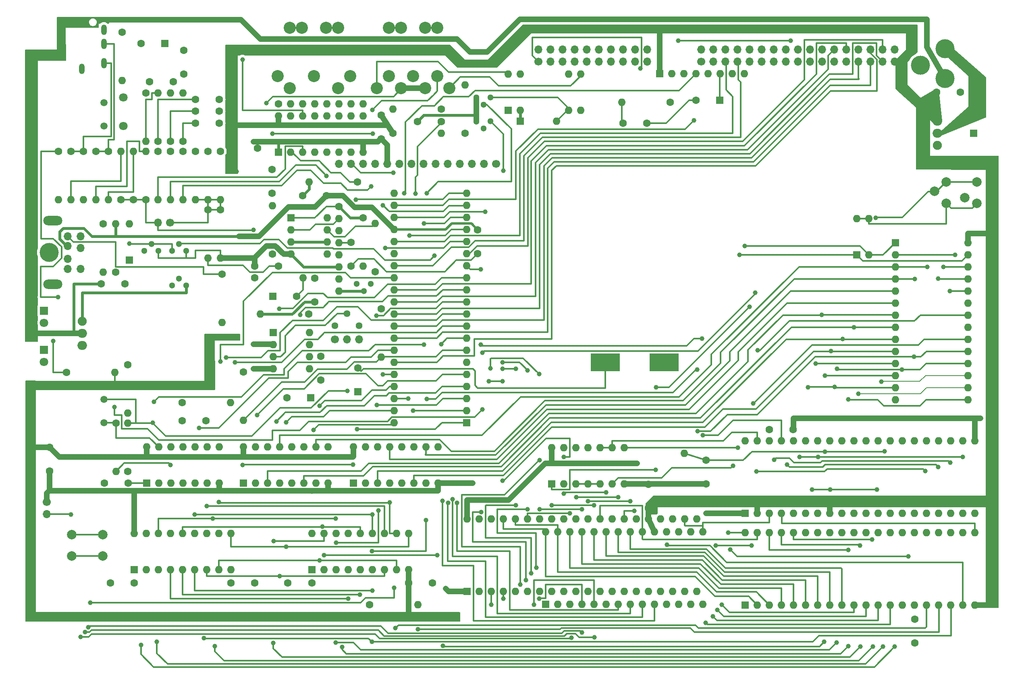
<source format=gbr>
%TF.GenerationSoftware,KiCad,Pcbnew,8.0.5*%
%TF.CreationDate,2025-01-06T13:55:56+00:00*%
%TF.ProjectId,Oric,4f726963-2e6b-4696-9361-645f70636258,rev?*%
%TF.SameCoordinates,Original*%
%TF.FileFunction,Copper,L2,Bot*%
%TF.FilePolarity,Positive*%
%FSLAX46Y46*%
G04 Gerber Fmt 4.6, Leading zero omitted, Abs format (unit mm)*
G04 Created by KiCad (PCBNEW 8.0.5) date 2025-01-06 13:55:56*
%MOMM*%
%LPD*%
G01*
G04 APERTURE LIST*
%TA.AperFunction,ComponentPad*%
%ADD10C,1.700000*%
%TD*%
%TA.AperFunction,ComponentPad*%
%ADD11O,1.700000X1.700000*%
%TD*%
%TA.AperFunction,ComponentPad*%
%ADD12R,1.600000X1.600000*%
%TD*%
%TA.AperFunction,ComponentPad*%
%ADD13C,1.600000*%
%TD*%
%TA.AperFunction,ComponentPad*%
%ADD14O,1.600000X1.600000*%
%TD*%
%TA.AperFunction,ComponentPad*%
%ADD15C,2.540000*%
%TD*%
%TA.AperFunction,ComponentPad*%
%ADD16C,1.800000*%
%TD*%
%TA.AperFunction,ComponentPad*%
%ADD17C,4.000000*%
%TD*%
%TA.AperFunction,ComponentPad*%
%ADD18C,1.905000*%
%TD*%
%TA.AperFunction,ComponentPad*%
%ADD19O,2.000000X1.905000*%
%TD*%
%TA.AperFunction,ComponentPad*%
%ADD20R,1.800000X1.800000*%
%TD*%
%TA.AperFunction,ComponentPad*%
%ADD21C,1.300000*%
%TD*%
%TA.AperFunction,ComponentPad*%
%ADD22C,1.500000*%
%TD*%
%TA.AperFunction,ComponentPad*%
%ADD23C,1.440000*%
%TD*%
%TA.AperFunction,ComponentPad*%
%ADD24O,1.200000X2.200000*%
%TD*%
%TA.AperFunction,ComponentPad*%
%ADD25O,4.000000X2.000000*%
%TD*%
%TA.AperFunction,ComponentPad*%
%ADD26R,6.089998X3.740000*%
%TD*%
%TA.AperFunction,ComponentPad*%
%ADD27C,2.000000*%
%TD*%
%TA.AperFunction,ViaPad*%
%ADD28C,1.000000*%
%TD*%
%TA.AperFunction,Conductor*%
%ADD29C,0.300000*%
%TD*%
%TA.AperFunction,Conductor*%
%ADD30C,1.200000*%
%TD*%
%TA.AperFunction,Conductor*%
%ADD31C,0.600000*%
%TD*%
%TA.AperFunction,Conductor*%
%ADD32C,0.500000*%
%TD*%
%TA.AperFunction,Conductor*%
%ADD33C,0.200000*%
%TD*%
G04 APERTURE END LIST*
D10*
%TO.P,PL3,1,COL0*%
%TO.N,/IO/IOA0*%
X139990000Y-52900000D03*
D11*
%TO.P,PL3,2,COL1*%
%TO.N,/IO/IOA1*%
X137450000Y-52900000D03*
%TO.P,PL3,3,COL2*%
%TO.N,/IO/IOA2*%
X134910000Y-52900000D03*
%TO.P,PL3,4,COL3*%
%TO.N,/IO/IOA3*%
X132370000Y-52900000D03*
%TO.P,PL3,5,COL7*%
%TO.N,/IO/IOA7*%
X129830000Y-52900000D03*
%TO.P,PL3,6,ROW2*%
%TO.N,ROW2*%
X127290000Y-52900000D03*
%TO.P,PL3,7,ROW1*%
%TO.N,ROW1*%
X124750000Y-52900000D03*
%TO.P,PL3,8,ROW0*%
%TO.N,ROW0*%
X122210000Y-52900000D03*
%TO.P,PL3,9,COL6*%
%TO.N,/IO/IOA6*%
X119670000Y-52900000D03*
%TO.P,PL3,10,GND*%
%TO.N,GND*%
X117130000Y-52900000D03*
%TO.P,PL3,11,COL5*%
%TO.N,/IO/IOA5*%
X114590000Y-52900000D03*
%TO.P,PL3,12,COL4*%
%TO.N,/IO/IOA4*%
X112050000Y-52900000D03*
%TO.P,PL3,13,IDK*%
%TO.N,Net-(PL3-IDK)*%
X109510000Y-52900000D03*
%TO.P,PL3,14,VCC*%
%TO.N,+5V*%
X106970000Y-52900000D03*
%TD*%
D12*
%TO.P,C21,1*%
%TO.N,~{RST}*%
X187030000Y-39500000D03*
D13*
%TO.P,C21,2*%
%TO.N,GND*%
X182030000Y-39500000D03*
%TD*%
%TO.P,RP3,1,R1.1*%
%TO.N,Net-(RP3A-R1.1)*%
X106970000Y-61870000D03*
D14*
%TO.P,RP3,2,R1.2*%
%TO.N,Net-(IC3A--)*%
X106970000Y-64410000D03*
%TO.P,RP3,3,R2.1*%
%TO.N,+5V*%
X106970000Y-66950000D03*
%TO.P,RP3,4,R2.2*%
%TO.N,Net-(IC3A-+)*%
X106970000Y-69490000D03*
%TO.P,RP3,5,R3.1*%
X106970000Y-72030000D03*
%TO.P,RP3,6,R3.2*%
%TO.N,GND*%
X106970000Y-74570000D03*
%TO.P,RP3,7,R4.1*%
%TO.N,Net-(RP3D-R4.1)*%
X106970000Y-77110000D03*
%TO.P,RP3,8,R4.2*%
%TO.N,Net-(RP3D-R4.2)*%
X106970000Y-79650000D03*
%TD*%
D13*
%TO.P,C31,1*%
%TO.N,Net-(C31-Pad1)*%
X76875000Y-41850000D03*
%TO.P,C31,2*%
%TO.N,Net-(IC23-GIN)*%
X81875000Y-41850000D03*
%TD*%
%TO.P,C101,1*%
%TO.N,+5V*%
X74050000Y-106975000D03*
%TO.P,C101,2*%
%TO.N,RDDATA*%
X79050000Y-106975000D03*
%TD*%
%TO.P,C100,1*%
%TO.N,GND*%
X184180000Y-120220000D03*
%TO.P,C100,2*%
%TO.N,Net-(IC5-~{NMI})*%
X184180000Y-115220000D03*
%TD*%
%TO.P,R11,1*%
%TO.N,+5V*%
X176610000Y-39970000D03*
D14*
%TO.P,R11,2*%
%TO.N,/IO/DA6*%
X166450000Y-39970000D03*
%TD*%
D13*
%TO.P,C28,1*%
%TO.N,GND*%
X101950000Y-81930000D03*
%TO.P,C28,2*%
%TO.N,+5V*%
X101950000Y-76930000D03*
%TD*%
%TO.P,C6,1*%
%TO.N,Net-(SK2-Tape_In)*%
X92990000Y-54080000D03*
%TO.P,C6,2*%
%TO.N,Net-(C6-Pad2)*%
X92990000Y-59080000D03*
%TD*%
%TO.P,C7,1*%
%TO.N,Net-(SK2-Tape_Out)*%
X128480000Y-44000000D03*
%TO.P,C7,2*%
%TO.N,GND*%
X123480000Y-44000000D03*
%TD*%
D12*
%TO.P,IC6,1,GND*%
%TO.N,GND*%
X192390000Y-145680000D03*
D14*
%TO.P,IC6,2,PA0*%
%TO.N,/IO/DA0*%
X194930000Y-145680000D03*
%TO.P,IC6,3,PA1*%
%TO.N,/IO/DA1*%
X197470000Y-145680000D03*
%TO.P,IC6,4,PA2*%
%TO.N,/IO/DA2*%
X200010000Y-145680000D03*
%TO.P,IC6,5,PA3*%
%TO.N,/IO/DA3*%
X202550000Y-145680000D03*
%TO.P,IC6,6,PA4*%
%TO.N,/IO/DA4*%
X205090000Y-145680000D03*
%TO.P,IC6,7,PA5*%
%TO.N,/IO/DA5*%
X207630000Y-145680000D03*
%TO.P,IC6,8,PA6*%
%TO.N,/IO/DA6*%
X210170000Y-145680000D03*
%TO.P,IC6,9,PA7*%
%TO.N,/IO/DA7*%
X212710000Y-145680000D03*
%TO.P,IC6,10,PB0*%
%TO.N,ROW0*%
X215250000Y-145680000D03*
%TO.P,IC6,11,PB1*%
%TO.N,ROW1*%
X217790000Y-145680000D03*
%TO.P,IC6,12,PB2*%
%TO.N,ROW2*%
X220330000Y-145680000D03*
%TO.P,IC6,13,PB3*%
%TO.N,KBCOM*%
X222870000Y-145680000D03*
%TO.P,IC6,14,PB4*%
%TO.N,Net-(IC6-PB4)*%
X225410000Y-145680000D03*
%TO.P,IC6,15,PB5*%
%TO.N,unconnected-(IC6-PB5-Pad15)*%
X227950000Y-145680000D03*
%TO.P,IC6,16,PB6*%
%TO.N,lMOTOR*%
X230490000Y-145680000D03*
%TO.P,IC6,17,PB7*%
%TO.N,WRDATA*%
X233030000Y-145680000D03*
%TO.P,IC6,18,CB1*%
%TO.N,RDDATA*%
X235570000Y-145680000D03*
%TO.P,IC6,19,CB2*%
%TO.N,BDIR*%
X238110000Y-145680000D03*
%TO.P,IC6,20,Vcc*%
%TO.N,+5V*%
X240650000Y-145680000D03*
%TO.P,IC6,21,~{IRQ}*%
%TO.N,~{IRQ}*%
X240650000Y-130440000D03*
%TO.P,IC6,22,R/~{W}*%
%TO.N,R{slash}~{W}*%
X238110000Y-130440000D03*
%TO.P,IC6,23,~{CS2}*%
%TO.N,~{I{slash}O}*%
X235570000Y-130440000D03*
%TO.P,IC6,24,CS1*%
%TO.N,IOCTRL*%
X233030000Y-130440000D03*
%TO.P,IC6,25,\u00D82*%
%TO.N,\u00D82*%
X230490000Y-130440000D03*
%TO.P,IC6,26,D7*%
%TO.N,/CPU and ULA/D7*%
X227950000Y-130440000D03*
%TO.P,IC6,27,D6*%
%TO.N,/CPU and ULA/D6*%
X225410000Y-130440000D03*
%TO.P,IC6,28,D5*%
%TO.N,/CPU and ULA/D5*%
X222870000Y-130440000D03*
%TO.P,IC6,29,D4*%
%TO.N,/CPU and ULA/D4*%
X220330000Y-130440000D03*
%TO.P,IC6,30,D3*%
%TO.N,/CPU and ULA/D3*%
X217790000Y-130440000D03*
%TO.P,IC6,31,D2*%
%TO.N,/CPU and ULA/D2*%
X215250000Y-130440000D03*
%TO.P,IC6,32,D1*%
%TO.N,/CPU and ULA/D1*%
X212710000Y-130440000D03*
%TO.P,IC6,33,D0*%
%TO.N,/CPU and ULA/D0*%
X210170000Y-130440000D03*
%TO.P,IC6,34,~{RES}*%
%TO.N,~{RST}*%
X207630000Y-130440000D03*
%TO.P,IC6,35,RS3*%
%TO.N,/CPU and ULA/A3*%
X205090000Y-130440000D03*
%TO.P,IC6,36,RS2*%
%TO.N,/CPU and ULA/A2*%
X202550000Y-130440000D03*
%TO.P,IC6,37,RS1*%
%TO.N,/CPU and ULA/A1*%
X200010000Y-130440000D03*
%TO.P,IC6,38,RS0*%
%TO.N,/CPU and ULA/A0*%
X197470000Y-130440000D03*
%TO.P,IC6,39,CA2*%
%TO.N,BC1*%
X194930000Y-130440000D03*
%TO.P,IC6,40,CA1*%
%TO.N,Net-(IC6-CA1)*%
X192390000Y-130440000D03*
%TD*%
D15*
%TO.P,SK2,1,Tape_Out*%
%TO.N,Net-(SK2-Tape_Out)*%
X117490000Y-34420000D03*
%TO.P,SK2,2,GND*%
%TO.N,GND*%
X117490000Y-24300000D03*
X120030000Y-24300000D03*
X122570000Y-34420000D03*
X125110000Y-24300000D03*
X127650000Y-24300000D03*
%TO.P,SK2,3,Tape_In*%
%TO.N,Net-(SK2-Tape_In)*%
X127650000Y-34420000D03*
%TO.P,SK2,4,Audio_1*%
%TO.N,TAUDIO*%
X120030000Y-36960000D03*
%TO.P,SK2,5,Audio_2*%
X125110000Y-36960000D03*
%TO.P,SK2,6,Relay_1*%
%TO.N,Net-(SK2-Relay_1)*%
X114950000Y-36960000D03*
%TO.P,SK2,7,Relay_2*%
%TO.N,Net-(SK2-Relay_2)*%
X130190000Y-36960000D03*
%TD*%
D12*
%TO.P,IC3,1*%
%TO.N,Net-(RP3A-R1.1)*%
X96930000Y-64280000D03*
D14*
%TO.P,IC3,2,-*%
%TO.N,Net-(IC3A--)*%
X96930000Y-66820000D03*
%TO.P,IC3,3,+*%
%TO.N,Net-(IC3A-+)*%
X96930000Y-69360000D03*
%TO.P,IC3,4,V-*%
%TO.N,GND*%
X96930000Y-71900000D03*
%TO.P,IC3,5,+*%
%TO.N,Net-(IC3B-+)*%
X104550000Y-71900000D03*
%TO.P,IC3,6,-*%
%TO.N,Net-(IC3A-+)*%
X104550000Y-69360000D03*
%TO.P,IC3,7*%
%TO.N,Net-(RP3D-R4.1)*%
X104550000Y-66820000D03*
%TO.P,IC3,8,V+*%
%TO.N,+5V*%
X104550000Y-64280000D03*
%TD*%
D16*
%TO.P,VC1,1*%
%TO.N,Net-(IC23-FIN)*%
X61750000Y-38950000D03*
%TO.P,VC1,2*%
%TO.N,GND*%
X61750000Y-44950000D03*
%TD*%
D12*
%TO.P,IC7,1,MUX*%
%TO.N,MUX*%
X133840000Y-107360000D03*
D14*
%TO.P,IC7,2,MA5*%
%TO.N,/CPU and ULA/MA5*%
X133840000Y-104820000D03*
%TO.P,IC7,3,MA4*%
%TO.N,/CPU and ULA/MA4*%
X133840000Y-102280000D03*
%TO.P,IC7,4,MA3*%
%TO.N,/CPU and ULA/MA3*%
X133840000Y-99740000D03*
%TO.P,IC7,5,D5*%
%TO.N,/CPU and ULA/D5*%
X133840000Y-97200000D03*
%TO.P,IC7,6,GND*%
%TO.N,GND*%
X133840000Y-94660000D03*
%TO.P,IC7,7,CLK_IN*%
%TO.N,Net-(IC7-CLK_IN)*%
X133840000Y-92120000D03*
%TO.P,IC7,8,D0*%
%TO.N,/CPU and ULA/D0*%
X133840000Y-89580000D03*
%TO.P,IC7,9,CAS*%
%TO.N,Net-(IC7-CAS)*%
X133840000Y-87040000D03*
%TO.P,IC7,10,RAS*%
%TO.N,Net-(IC7-RAS)*%
X133840000Y-84500000D03*
%TO.P,IC7,11,D2*%
%TO.N,/CPU and ULA/D2*%
X133840000Y-81960000D03*
%TO.P,IC7,12,D3*%
%TO.N,/CPU and ULA/D3*%
X133840000Y-79420000D03*
%TO.P,IC7,13,D4*%
%TO.N,/CPU and ULA/D4*%
X133840000Y-76880000D03*
%TO.P,IC7,14,CLK_OUT*%
%TO.N,Net-(IC5-\u00D80)*%
X133840000Y-74340000D03*
%TO.P,IC7,15,A11*%
%TO.N,/CPU and ULA/A11*%
X133840000Y-71800000D03*
%TO.P,IC7,16,SYNC*%
%TO.N,SYNC*%
X133840000Y-69260000D03*
%TO.P,IC7,17,D1*%
%TO.N,/CPU and ULA/D1*%
X133840000Y-66720000D03*
%TO.P,IC7,18,D7*%
%TO.N,/CPU and ULA/D7*%
X133840000Y-64180000D03*
%TO.P,IC7,19,RED*%
%TO.N,R*%
X133840000Y-61640000D03*
%TO.P,IC7,20,GREEN*%
%TO.N,G*%
X133840000Y-59100000D03*
%TO.P,IC7,21,BLUE*%
%TO.N,B*%
X118600000Y-59100000D03*
%TO.P,IC7,22,A13*%
%TO.N,/CPU and ULA/A13*%
X118600000Y-61640000D03*
%TO.P,IC7,23,ROMSEL*%
%TO.N,ROMSEL*%
X118600000Y-64180000D03*
%TO.P,IC7,24,VCC*%
%TO.N,+5V*%
X118600000Y-66720000D03*
%TO.P,IC7,25,I/O*%
%TO.N,~{I{slash}O}*%
X118600000Y-69260000D03*
%TO.P,IC7,26,~{MAP}*%
%TO.N,~{MAP}*%
X118600000Y-71800000D03*
%TO.P,IC7,27,R/~{W}*%
%TO.N,R{slash}~{W}*%
X118600000Y-74340000D03*
%TO.P,IC7,28,W*%
%TO.N,Net-(IC7-W)*%
X118600000Y-76880000D03*
%TO.P,IC7,29,A14*%
%TO.N,/CPU and ULA/A14*%
X118600000Y-79420000D03*
%TO.P,IC7,30,A15*%
%TO.N,/CPU and ULA/A15*%
X118600000Y-81960000D03*
%TO.P,IC7,31,A10*%
%TO.N,/CPU and ULA/A10*%
X118600000Y-84500000D03*
%TO.P,IC7,32,A8*%
%TO.N,/CPU and ULA/A8*%
X118600000Y-87040000D03*
%TO.P,IC7,33,A9*%
%TO.N,/CPU and ULA/A9*%
X118600000Y-89580000D03*
%TO.P,IC7,34,D6*%
%TO.N,/CPU and ULA/D6*%
X118600000Y-92120000D03*
%TO.P,IC7,35,A12*%
%TO.N,/CPU and ULA/A12*%
X118600000Y-94660000D03*
%TO.P,IC7,36,MA1*%
%TO.N,/CPU and ULA/MA1*%
X118600000Y-97200000D03*
%TO.P,IC7,37,MA2*%
%TO.N,/CPU and ULA/MA2*%
X118600000Y-99740000D03*
%TO.P,IC7,38,MA0*%
%TO.N,/CPU and ULA/MA0*%
X118600000Y-102280000D03*
%TO.P,IC7,39,MA7*%
%TO.N,/CPU and ULA/MA7*%
X118600000Y-104820000D03*
%TO.P,IC7,40,MA6*%
%TO.N,/CPU and ULA/MA6*%
X118600000Y-107360000D03*
%TD*%
D13*
%TO.P,C13,1*%
%TO.N,+5V*%
X232550000Y-37870000D03*
%TO.P,C13,2*%
%TO.N,GND*%
X237550000Y-37870000D03*
%TD*%
D12*
%TO.P,D1,1,K*%
%TO.N,+5V*%
X145150000Y-43940000D03*
D14*
%TO.P,D1,2,A*%
%TO.N,Net-(D1-A)*%
X152770000Y-43940000D03*
%TD*%
D17*
%TO.P,SK3,1*%
%TO.N,+9V*%
X234320000Y-35000000D03*
%TO.P,SK3,2*%
%TO.N,GND*%
X234320000Y-28680000D03*
%TO.P,SK3,3*%
X229170000Y-32150000D03*
%TD*%
D18*
%TO.P,TR7,1,B*%
%TO.N,Net-(TR6-E)*%
X53080000Y-86060000D03*
D19*
%TO.P,TR7,2,C*%
%TO.N,+9V*%
X53080000Y-88600000D03*
%TO.P,TR7,3,E*%
%TO.N,C2NMOTOR*%
X53080000Y-91140000D03*
%TD*%
D12*
%TO.P,IC31,1,~{OE}*%
%TO.N,GND*%
X64010000Y-138300000D03*
D14*
%TO.P,IC31,2,IO1*%
%TO.N,/CPU and ULA/D4*%
X66550000Y-138300000D03*
%TO.P,IC31,3,IO2*%
%TO.N,/CPU and ULA/D5*%
X69090000Y-138300000D03*
%TO.P,IC31,4,~{WE}*%
%TO.N,~{RAMW}*%
X71630000Y-138300000D03*
%TO.P,IC31,5,~{RAS}*%
%TO.N,~{RAS}*%
X74170000Y-138300000D03*
%TO.P,IC31,6,A6*%
%TO.N,/RAM/RA6*%
X76710000Y-138300000D03*
%TO.P,IC31,7,A5*%
%TO.N,/RAM/RA5*%
X79250000Y-138300000D03*
%TO.P,IC31,8,A4*%
%TO.N,/RAM/RA4*%
X81790000Y-138300000D03*
%TO.P,IC31,9,VCC*%
%TO.N,+5V*%
X84330000Y-138300000D03*
%TO.P,IC31,10,A7*%
%TO.N,/RAM/RA7*%
X84330000Y-130680000D03*
%TO.P,IC31,11,A3*%
%TO.N,/RAM/RA3*%
X81790000Y-130680000D03*
%TO.P,IC31,12,A2*%
%TO.N,/RAM/RA2*%
X79250000Y-130680000D03*
%TO.P,IC31,13,A1*%
%TO.N,/RAM/RA1*%
X76710000Y-130680000D03*
%TO.P,IC31,14,A0*%
%TO.N,/RAM/RA0*%
X74170000Y-130680000D03*
%TO.P,IC31,15,IO3*%
%TO.N,/CPU and ULA/D6*%
X71630000Y-130680000D03*
%TO.P,IC31,16,~{CAS}*%
%TO.N,~{CAS}*%
X69090000Y-130680000D03*
%TO.P,IC31,17,IO4*%
%TO.N,/CPU and ULA/D7*%
X66550000Y-130680000D03*
%TO.P,IC31,18,VSS*%
%TO.N,GND*%
X64010000Y-130680000D03*
%TD*%
D13*
%TO.P,R37,1*%
%TO.N,Net-(C30-Pad1)*%
X69025000Y-50275000D03*
D14*
%TO.P,R37,2*%
%TO.N,BR*%
X69025000Y-60435000D03*
%TD*%
D20*
%TO.P,D31,1,K*%
%TO.N,GND*%
X45075000Y-92060000D03*
D16*
%TO.P,D31,2,A*%
%TO.N,Net-(D31-A)*%
X45075000Y-94600000D03*
%TD*%
D13*
%TO.P,C5,1*%
%TO.N,Net-(C4-Pad2)*%
X94300000Y-74440000D03*
%TO.P,C5,2*%
%TO.N,GND*%
X89300000Y-74440000D03*
%TD*%
%TO.P,R4,1*%
%TO.N,SOUND*%
X82125000Y-62595000D03*
D14*
%TO.P,R4,2*%
%TO.N,GND*%
X82125000Y-72755000D03*
%TD*%
D13*
%TO.P,R45,1*%
%TO.N,CH_A*%
X79500000Y-50275000D03*
D14*
%TO.P,R45,2*%
%TO.N,SOUND*%
X79500000Y-60435000D03*
%TD*%
D13*
%TO.P,C34,1*%
%TO.N,+5V*%
X197430000Y-108770000D03*
%TO.P,C34,2*%
%TO.N,GND*%
X202430000Y-108770000D03*
%TD*%
%TO.P,R32,1*%
%TO.N,COMP*%
X61440000Y-25240000D03*
D14*
%TO.P,R32,2*%
%TO.N,Net-(C24-Pad2)*%
X61440000Y-35400000D03*
%TD*%
D13*
%TO.P,C12,1*%
%TO.N,+5V*%
X46240000Y-112510000D03*
%TO.P,C12,2*%
%TO.N,GND*%
X46240000Y-117510000D03*
%TD*%
%TO.P,R50,1*%
%TO.N,C2NREAD*%
X82460000Y-76120000D03*
D14*
%TO.P,R50,2*%
%TO.N,RDDATA*%
X82460000Y-86280000D03*
%TD*%
D12*
%TO.P,IC5,1,GND*%
%TO.N,GND*%
X192390000Y-126450000D03*
D14*
%TO.P,IC5,2,RDY*%
%TO.N,+5V*%
X194930000Y-126450000D03*
%TO.P,IC5,3,\u00D81*%
%TO.N,\u00D81*%
X197470000Y-126450000D03*
%TO.P,IC5,4,~{IRQ}*%
%TO.N,~{IRQ}*%
X200010000Y-126450000D03*
%TO.P,IC5,5,N/C*%
%TO.N,unconnected-(IC5-N{slash}C-Pad5)*%
X202550000Y-126450000D03*
%TO.P,IC5,6,~{NMI}*%
%TO.N,Net-(IC5-~{NMI})*%
X205090000Y-126450000D03*
%TO.P,IC5,7,Sync*%
%TO.N,unconnected-(IC5-Sync-Pad7)*%
X207630000Y-126450000D03*
%TO.P,IC5,8,VCC*%
%TO.N,+5V*%
X210170000Y-126450000D03*
%TO.P,IC5,9,A0*%
%TO.N,/CPU and ULA/A0*%
X212710000Y-126450000D03*
%TO.P,IC5,10,A1*%
%TO.N,/CPU and ULA/A1*%
X215250000Y-126450000D03*
%TO.P,IC5,11,A2*%
%TO.N,/CPU and ULA/A2*%
X217790000Y-126450000D03*
%TO.P,IC5,12,A3*%
%TO.N,/CPU and ULA/A3*%
X220330000Y-126450000D03*
%TO.P,IC5,13,A4*%
%TO.N,/CPU and ULA/A4*%
X222870000Y-126450000D03*
%TO.P,IC5,14,A5*%
%TO.N,/CPU and ULA/A5*%
X225410000Y-126450000D03*
%TO.P,IC5,15,A6*%
%TO.N,/CPU and ULA/A6*%
X227950000Y-126450000D03*
%TO.P,IC5,16,A7*%
%TO.N,/CPU and ULA/A7*%
X230490000Y-126450000D03*
%TO.P,IC5,17,A8*%
%TO.N,/CPU and ULA/A8*%
X233030000Y-126450000D03*
%TO.P,IC5,18,A9*%
%TO.N,/CPU and ULA/A9*%
X235570000Y-126450000D03*
%TO.P,IC5,19,A10*%
%TO.N,/CPU and ULA/A10*%
X238110000Y-126450000D03*
%TO.P,IC5,20,A11*%
%TO.N,/CPU and ULA/A11*%
X240650000Y-126450000D03*
%TO.P,IC5,21,GND*%
%TO.N,GND*%
X240650000Y-111210000D03*
%TO.P,IC5,22,A12*%
%TO.N,/CPU and ULA/A12*%
X238110000Y-111210000D03*
%TO.P,IC5,23,A13*%
%TO.N,/CPU and ULA/A13*%
X235570000Y-111210000D03*
%TO.P,IC5,24,A14*%
%TO.N,/CPU and ULA/A14*%
X233030000Y-111210000D03*
%TO.P,IC5,25,A15*%
%TO.N,/CPU and ULA/A15*%
X230490000Y-111210000D03*
%TO.P,IC5,26,D7*%
%TO.N,/CPU and ULA/D7*%
X227950000Y-111210000D03*
%TO.P,IC5,27,D6*%
%TO.N,/CPU and ULA/D6*%
X225410000Y-111210000D03*
%TO.P,IC5,28,D5*%
%TO.N,/CPU and ULA/D5*%
X222870000Y-111210000D03*
%TO.P,IC5,29,D4*%
%TO.N,/CPU and ULA/D4*%
X220330000Y-111210000D03*
%TO.P,IC5,30,D3*%
%TO.N,/CPU and ULA/D3*%
X217790000Y-111210000D03*
%TO.P,IC5,31,D2*%
%TO.N,/CPU and ULA/D2*%
X215250000Y-111210000D03*
%TO.P,IC5,32,D1*%
%TO.N,/CPU and ULA/D1*%
X212710000Y-111210000D03*
%TO.P,IC5,33,D0*%
%TO.N,/CPU and ULA/D0*%
X210170000Y-111210000D03*
%TO.P,IC5,34,R/~{W}*%
%TO.N,R{slash}~{W}*%
X207630000Y-111210000D03*
%TO.P,IC5,35,N/C*%
%TO.N,unconnected-(IC5-N{slash}C-Pad35)*%
X205090000Y-111210000D03*
%TO.P,IC5,36,N/C*%
%TO.N,unconnected-(IC5-N{slash}C-Pad36)*%
X202550000Y-111210000D03*
%TO.P,IC5,37,\u00D80*%
%TO.N,Net-(IC5-\u00D80)*%
X200010000Y-111210000D03*
%TO.P,IC5,38,~{SO}*%
%TO.N,+5V*%
X197470000Y-111210000D03*
%TO.P,IC5,39,\u00D82*%
%TO.N,\u00D82*%
X194930000Y-111210000D03*
%TO.P,IC5,40,~{RES}*%
%TO.N,~{RST}*%
X192390000Y-111210000D03*
%TD*%
D13*
%TO.P,R9,1*%
%TO.N,Net-(IC21-Pad13)*%
X60200000Y-107420000D03*
D14*
%TO.P,R9,2*%
%TO.N,Net-(C26-Pad1)*%
X60200000Y-117580000D03*
%TD*%
D13*
%TO.P,R38,1*%
%TO.N,Net-(C31-Pad1)*%
X71625000Y-50275000D03*
D14*
%TO.P,R38,2*%
%TO.N,BG*%
X71625000Y-60435000D03*
%TD*%
D21*
%TO.P,TR5,1,C*%
%TO.N,Net-(D30-K)*%
X66100000Y-71220000D03*
%TO.P,TR5,2,B*%
%TO.N,Net-(TR4-C)*%
X67600000Y-69730000D03*
%TO.P,TR5,3,E*%
%TO.N,GND*%
X69100000Y-71200000D03*
%TD*%
D10*
%TO.P,LK5,1,Pin_1*%
%TO.N,TAUDIO*%
X106195000Y-89850000D03*
D11*
%TO.P,LK5,2,Pin_2*%
%TO.N,Net-(IC2-+)*%
X108735000Y-89850000D03*
%TO.P,LK5,3,Pin_3*%
X111275000Y-89850000D03*
%TD*%
D12*
%TO.P,SW2,1*%
%TO.N,/ROM/R14*%
X215785000Y-72050000D03*
D14*
%TO.P,SW2,2*%
%TO.N,/ROM/R15*%
X218325000Y-72050000D03*
%TO.P,SW2,3*%
%TO.N,GND*%
X218325000Y-64430000D03*
%TO.P,SW2,4*%
X215785000Y-64430000D03*
%TD*%
D12*
%TO.P,C4,1*%
%TO.N,TAUDIO*%
X93120000Y-80740000D03*
D13*
%TO.P,C4,2*%
%TO.N,Net-(C4-Pad2)*%
X98120000Y-80740000D03*
%TD*%
%TO.P,C19,1*%
%TO.N,/IO/DA6*%
X166680000Y-44380000D03*
%TO.P,C19,2*%
%TO.N,GND*%
X171680000Y-44380000D03*
%TD*%
D12*
%TO.P,C1,1*%
%TO.N,Net-(C1-Pad1)*%
X110960000Y-100870000D03*
D13*
%TO.P,C1,2*%
%TO.N,Net-(C1-Pad2)*%
X110960000Y-95870000D03*
%TD*%
%TO.P,R7,1*%
%TO.N,Net-(RP3A-R1.1)*%
X112120000Y-64270000D03*
D14*
%TO.P,R7,2*%
%TO.N,Net-(IC3B-+)*%
X112120000Y-74430000D03*
%TD*%
D13*
%TO.P,R12,1*%
%TO.N,Net-(SK2-Tape_Out)*%
X113440000Y-145650000D03*
D14*
%TO.P,R12,2*%
%TO.N,WRDATA*%
X123600000Y-145650000D03*
%TD*%
D12*
%TO.P,C8,1*%
%TO.N,+9V*%
X240325000Y-46450000D03*
D13*
%TO.P,C8,2*%
%TO.N,GND*%
X240325000Y-41450000D03*
%TD*%
%TO.P,R55,1*%
%TO.N,Net-(D31-A)*%
X48050000Y-50275000D03*
D14*
%TO.P,R55,2*%
%TO.N,Net-(D30-K)*%
X48050000Y-60435000D03*
%TD*%
D22*
%TO.P,XT1,1,1*%
%TO.N,Net-(IC21-Pad13)*%
X57660000Y-107320000D03*
%TO.P,XT1,2,2*%
%TO.N,Net-(IC21-Pad2)*%
X57660000Y-102420000D03*
%TD*%
D23*
%TO.P,RV2,1,1*%
%TO.N,Net-(IC2-+)*%
X111275000Y-86975000D03*
%TO.P,RV2,2,2*%
X108735000Y-84435000D03*
%TO.P,RV2,3,3*%
%TO.N,TAUDIO*%
X106195000Y-86975000D03*
%TD*%
D12*
%TO.P,RP1,1,R1*%
%TO.N,+5V*%
X174370000Y-33960000D03*
D14*
%TO.P,RP1,2,R1.2*%
%TO.N,/ROM/R14*%
X176910000Y-33960000D03*
%TO.P,RP1,3,R2.2*%
%TO.N,/ROM/R15*%
X179450000Y-33960000D03*
%TO.P,RP1,4,R3.2*%
%TO.N,~{MAP}*%
X181990000Y-33960000D03*
%TO.P,RP1,5,R4.2*%
%TO.N,~{ROMDIS}*%
X184530000Y-33960000D03*
%TO.P,RP1,6,R5.2*%
%TO.N,~{RST}*%
X187070000Y-33960000D03*
%TO.P,RP1,7,R6.2*%
%TO.N,IOCTRL*%
X189610000Y-33960000D03*
%TO.P,RP1,8,R7.2*%
%TO.N,~{IRQ}*%
X192150000Y-33960000D03*
%TD*%
D12*
%TO.P,C3,1*%
%TO.N,+5V*%
X101080000Y-102100000D03*
D13*
%TO.P,C3,2*%
%TO.N,GND*%
X96080000Y-102100000D03*
%TD*%
%TO.P,R6,1*%
%TO.N,+5V*%
X179600000Y-123940000D03*
D14*
%TO.P,R6,2*%
%TO.N,Net-(IC5-~{NMI})*%
X179600000Y-113780000D03*
%TD*%
D13*
%TO.P,C16,1*%
%TO.N,+5V*%
X96300000Y-141075000D03*
%TO.P,C16,2*%
%TO.N,GND*%
X101300000Y-141075000D03*
%TD*%
D24*
%TO.P,SK4,1,Pin_1*%
%TO.N,GND*%
X53025000Y-32925000D03*
%TO.P,SK4,2,Pin_2*%
%TO.N,SOUNDL*%
X57625000Y-31725000D03*
%TO.P,SK4,3,Pin_3*%
%TO.N,SOUNDR*%
X57625000Y-27725000D03*
%TO.P,SK4,4,Pin_4*%
%TO.N,COMP*%
X57625000Y-24725000D03*
%TD*%
D13*
%TO.P,C23,1*%
%TO.N,+5V*%
X172000000Y-125275000D03*
%TO.P,C23,2*%
%TO.N,GND*%
X172000000Y-120275000D03*
%TD*%
%TO.P,R13,1*%
%TO.N,Net-(SK2-Tape_Out)*%
X128540000Y-41380000D03*
D14*
%TO.P,R13,2*%
%TO.N,GND*%
X118380000Y-41380000D03*
%TD*%
D20*
%TO.P,D32,1,K*%
%TO.N,GND*%
X45075000Y-83810000D03*
D16*
%TO.P,D32,2,A*%
%TO.N,Net-(D32-A)*%
X45075000Y-86350000D03*
%TD*%
D11*
%TO.P,SK5,1,Pin_1*%
%TO.N,GND*%
X49990000Y-72860000D03*
%TO.P,SK5,2,Pin_2*%
%TO.N,+5V*%
X49990000Y-70220000D03*
%TO.P,SK5,3,Pin_3*%
%TO.N,C2NMOTOR*%
X50020000Y-74980000D03*
%TO.P,SK5,4,Pin_4*%
%TO.N,C2NREAD*%
X49990000Y-68180000D03*
%TO.P,SK5,5,Pin_5*%
%TO.N,C2NWRITE*%
X52710000Y-74980000D03*
%TO.P,SK5,6,Pin_6*%
%TO.N,unconnected-(SK5-Pin_6-Pad6)*%
X52710000Y-70630000D03*
%TO.P,SK5,7,Pin_7*%
%TO.N,GND*%
X52710000Y-68170000D03*
D25*
%TO.P,SK5,S,SHIELD*%
X46910000Y-78250000D03*
D17*
X46110000Y-71550000D03*
D25*
X46910000Y-64850000D03*
%TD*%
D21*
%TO.P,TR2,1,C*%
%TO.N,KBCOM*%
X138880000Y-43970000D03*
%TO.P,TR2,2,B*%
%TO.N,Net-(TR2-B)*%
X137380000Y-45460000D03*
%TO.P,TR2,3,E*%
%TO.N,GND*%
X135880000Y-43990000D03*
%TD*%
%TO.P,TR1,1,C*%
%TO.N,RDDATA*%
X113730000Y-78170000D03*
%TO.P,TR1,2,B*%
%TO.N,Net-(RP3D-R4.2)*%
X112230000Y-79660000D03*
%TO.P,TR1,3,E*%
%TO.N,GND*%
X110730000Y-78190000D03*
%TD*%
D13*
%TO.P,R30,1*%
%TO.N,Net-(IC21-Pad2)*%
X115900000Y-83370000D03*
D14*
%TO.P,R30,2*%
%TO.N,Net-(IC7-CLK_IN)*%
X115900000Y-93530000D03*
%TD*%
D18*
%TO.P,IC1,1,VI*%
%TO.N,+9V*%
X232770000Y-49000000D03*
D19*
%TO.P,IC1,2,GND*%
%TO.N,GND*%
X232770000Y-46460000D03*
%TO.P,IC1,3,VO*%
%TO.N,+5V*%
X232770000Y-43920000D03*
%TD*%
D10*
%TO.P,LK4,1,Pin_1*%
%TO.N,SOUND*%
X71560000Y-65295000D03*
D11*
%TO.P,LK4,2,Pin_2*%
%TO.N,GND*%
X69020000Y-65295000D03*
%TD*%
D12*
%TO.P,C36,1*%
%TO.N,+5V*%
X84890000Y-49640000D03*
D13*
%TO.P,C36,2*%
%TO.N,GND*%
X89890000Y-49640000D03*
%TD*%
%TO.P,C17,1*%
%TO.N,+5V*%
X121625000Y-141075000D03*
%TO.P,C17,2*%
%TO.N,GND*%
X126625000Y-141075000D03*
%TD*%
%TO.P,R26,1*%
%TO.N,R*%
X110910000Y-56700000D03*
D14*
%TO.P,R26,2*%
%TO.N,GND*%
X100750000Y-56700000D03*
%TD*%
D10*
%TO.P,LK6,1,Pin_1*%
%TO.N,GND*%
X45640000Y-124060000D03*
D11*
%TO.P,LK6,2,Pin_2*%
%TO.N,~{RST}*%
X45640000Y-126600000D03*
%TD*%
D13*
%TO.P,R46,1*%
%TO.N,SOUNDL*%
X53300000Y-50275000D03*
D14*
%TO.P,R46,2*%
%TO.N,CH_A*%
X53300000Y-60435000D03*
%TD*%
D21*
%TO.P,TR4,1,C*%
%TO.N,Net-(TR4-C)*%
X71925000Y-71215000D03*
%TO.P,TR4,2,B*%
%TO.N,lMOTOR*%
X73425000Y-69725000D03*
%TO.P,TR4,3,E*%
%TO.N,GND*%
X74925000Y-71195000D03*
%TD*%
D12*
%TO.P,RL1,1*%
%TO.N,unconnected-(RL1-Pad1)*%
X142560000Y-41690000D03*
D14*
%TO.P,RL1,2*%
%TO.N,+5V*%
X145100000Y-41690000D03*
%TO.P,RL1,6*%
%TO.N,Net-(D1-A)*%
X155260000Y-41690000D03*
%TO.P,RL1,7*%
%TO.N,unconnected-(RL1-Pad7)*%
X157800000Y-41690000D03*
%TO.P,RL1,8*%
%TO.N,Net-(SK2-Relay_2)*%
X157800000Y-34070000D03*
%TO.P,RL1,9*%
%TO.N,unconnected-(RL1-Pad9)*%
X155260000Y-34070000D03*
%TO.P,RL1,13*%
%TO.N,unconnected-(RL1-Pad13)*%
X145100000Y-34070000D03*
%TO.P,RL1,14*%
%TO.N,Net-(SK2-Relay_1)*%
X142560000Y-34070000D03*
%TD*%
D12*
%TO.P,IC21,1*%
%TO.N,Net-(C26-Pad2)*%
X66590000Y-120100000D03*
D14*
%TO.P,IC21,2*%
%TO.N,Net-(IC21-Pad2)*%
X69130000Y-120100000D03*
%TO.P,IC21,3*%
%TO.N,Net-(IC7-W)*%
X71670000Y-120100000D03*
%TO.P,IC21,4*%
%TO.N,~{RAMW}*%
X74210000Y-120100000D03*
%TO.P,IC21,5*%
%TO.N,unconnected-(IC21-Pad5)*%
X76750000Y-120100000D03*
%TO.P,IC21,6*%
%TO.N,unconnected-(IC21-Pad6)*%
X79290000Y-120100000D03*
%TO.P,IC21,7,GND*%
%TO.N,GND*%
X81830000Y-120100000D03*
%TO.P,IC21,8*%
%TO.N,~{CAS}*%
X81830000Y-112480000D03*
%TO.P,IC21,9*%
%TO.N,Net-(IC7-CAS)*%
X79290000Y-112480000D03*
%TO.P,IC21,10*%
%TO.N,~{RAS}*%
X76750000Y-112480000D03*
%TO.P,IC21,11*%
%TO.N,Net-(IC7-RAS)*%
X74210000Y-112480000D03*
%TO.P,IC21,12*%
%TO.N,Net-(C26-Pad1)*%
X71670000Y-112480000D03*
%TO.P,IC21,13*%
%TO.N,Net-(IC21-Pad13)*%
X69130000Y-112480000D03*
%TO.P,IC21,14,VCC*%
%TO.N,+5V*%
X66590000Y-112480000D03*
%TD*%
D13*
%TO.P,R101,1*%
%TO.N,+5V*%
X74075000Y-103150000D03*
D14*
%TO.P,R101,2*%
%TO.N,RDDATA*%
X84235000Y-103150000D03*
%TD*%
D13*
%TO.P,R43,1*%
%TO.N,CH_C*%
X82125000Y-50275000D03*
D14*
%TO.P,R43,2*%
%TO.N,SOUND*%
X82125000Y-60435000D03*
%TD*%
D13*
%TO.P,R8,1*%
%TO.N,Net-(IC3B-+)*%
X114660000Y-75620000D03*
D14*
%TO.P,R8,2*%
%TO.N,Net-(RP3D-R4.1)*%
X114660000Y-65460000D03*
%TD*%
D12*
%TO.P,IC30,1,~{OE}*%
%TO.N,GND*%
X101300000Y-138300000D03*
D14*
%TO.P,IC30,2,IO1*%
%TO.N,/CPU and ULA/D0*%
X103840000Y-138300000D03*
%TO.P,IC30,3,IO2*%
%TO.N,/CPU and ULA/D1*%
X106380000Y-138300000D03*
%TO.P,IC30,4,~{WE}*%
%TO.N,~{RAMW}*%
X108920000Y-138300000D03*
%TO.P,IC30,5,~{RAS}*%
%TO.N,~{RAS}*%
X111460000Y-138300000D03*
%TO.P,IC30,6,A6*%
%TO.N,/RAM/RA6*%
X114000000Y-138300000D03*
%TO.P,IC30,7,A5*%
%TO.N,/RAM/RA5*%
X116540000Y-138300000D03*
%TO.P,IC30,8,A4*%
%TO.N,/RAM/RA4*%
X119080000Y-138300000D03*
%TO.P,IC30,9,VCC*%
%TO.N,+5V*%
X121620000Y-138300000D03*
%TO.P,IC30,10,A7*%
%TO.N,/RAM/RA7*%
X121620000Y-130680000D03*
%TO.P,IC30,11,A3*%
%TO.N,/RAM/RA3*%
X119080000Y-130680000D03*
%TO.P,IC30,12,A2*%
%TO.N,/RAM/RA2*%
X116540000Y-130680000D03*
%TO.P,IC30,13,A1*%
%TO.N,/RAM/RA1*%
X114000000Y-130680000D03*
%TO.P,IC30,14,A0*%
%TO.N,/RAM/RA0*%
X111460000Y-130680000D03*
%TO.P,IC30,15,IO3*%
%TO.N,/CPU and ULA/D2*%
X108920000Y-130680000D03*
%TO.P,IC30,16,~{CAS}*%
%TO.N,~{CAS}*%
X106380000Y-130680000D03*
%TO.P,IC30,17,IO4*%
%TO.N,/CPU and ULA/D3*%
X103840000Y-130680000D03*
%TO.P,IC30,18,VSS*%
%TO.N,GND*%
X101300000Y-130680000D03*
%TD*%
D13*
%TO.P,R25,1*%
%TO.N,Net-(PL3-IDK)*%
X133540000Y-46470000D03*
D14*
%TO.P,R25,2*%
%TO.N,Net-(TR2-B)*%
X133540000Y-36310000D03*
%TD*%
D12*
%TO.P,C24,1*%
%TO.N,Net-(IC23-COMP)*%
X70430000Y-27600000D03*
D13*
%TO.P,C24,2*%
%TO.N,Net-(C24-Pad2)*%
X65430000Y-27600000D03*
%TD*%
%TO.P,R39,1*%
%TO.N,Net-(C32-Pad1)*%
X74250000Y-50275000D03*
D14*
%TO.P,R39,2*%
%TO.N,BB*%
X74250000Y-60435000D03*
%TD*%
D10*
%TO.P,PL2,1,~{MAP}*%
%TO.N,~{MAP}*%
X183160000Y-31370000D03*
D11*
%TO.P,PL2,2,~{ROMDIS}*%
%TO.N,~{ROMDIS}*%
X183160000Y-28830000D03*
%TO.P,PL2,3,\u00D82*%
%TO.N,\u00D82*%
X185700000Y-31370000D03*
%TO.P,PL2,4,~{RESET}*%
%TO.N,~{RST}*%
X185700000Y-28830000D03*
%TO.P,PL2,5,~{I/O}*%
%TO.N,~{I{slash}O}*%
X188240000Y-31370000D03*
%TO.P,PL2,6,I/O_CONTROL*%
%TO.N,IOCTRL*%
X188240000Y-28830000D03*
%TO.P,PL2,7,R/~{W}*%
%TO.N,R{slash}~{W}*%
X190780000Y-31370000D03*
%TO.P,PL2,8,~{IRQ}*%
%TO.N,~{IRQ}*%
X190780000Y-28830000D03*
%TO.P,PL2,9,D2*%
%TO.N,/CPU and ULA/D2*%
X193320000Y-31370000D03*
%TO.P,PL2,10,D0*%
%TO.N,/CPU and ULA/D0*%
X193320000Y-28830000D03*
%TO.P,PL2,11,A3*%
%TO.N,/CPU and ULA/A3*%
X195860000Y-31370000D03*
%TO.P,PL2,12,D1*%
%TO.N,/CPU and ULA/D1*%
X195860000Y-28830000D03*
%TO.P,PL2,13,A0*%
%TO.N,/CPU and ULA/A0*%
X198400000Y-31370000D03*
%TO.P,PL2,14,D6*%
%TO.N,/CPU and ULA/D6*%
X198400000Y-28830000D03*
%TO.P,PL2,15,A1*%
%TO.N,/CPU and ULA/A1*%
X200940000Y-31370000D03*
%TO.P,PL2,16,D3*%
%TO.N,/CPU and ULA/D3*%
X200940000Y-28830000D03*
%TO.P,PL2,17,A2*%
%TO.N,/CPU and ULA/A2*%
X203480000Y-31370000D03*
%TO.P,PL2,18,D4*%
%TO.N,/CPU and ULA/D4*%
X203480000Y-28830000D03*
%TO.P,PL2,19,D5*%
%TO.N,/CPU and ULA/D5*%
X206020000Y-31370000D03*
%TO.P,PL2,20,A4*%
%TO.N,/CPU and ULA/A4*%
X206020000Y-28830000D03*
%TO.P,PL2,21,A5*%
%TO.N,/CPU and ULA/A5*%
X208560000Y-31370000D03*
%TO.P,PL2,22,D7*%
%TO.N,/CPU and ULA/D7*%
X208560000Y-28830000D03*
%TO.P,PL2,23,A6*%
%TO.N,/CPU and ULA/A6*%
X211100000Y-31370000D03*
%TO.P,PL2,24,A15*%
%TO.N,/CPU and ULA/A15*%
X211100000Y-28830000D03*
%TO.P,PL2,25,A7*%
%TO.N,/CPU and ULA/A7*%
X213640000Y-31370000D03*
%TO.P,PL2,26,A14*%
%TO.N,/CPU and ULA/A14*%
X213640000Y-28830000D03*
%TO.P,PL2,27,A8*%
%TO.N,/CPU and ULA/A8*%
X216180000Y-31370000D03*
%TO.P,PL2,28,A13*%
%TO.N,/CPU and ULA/A13*%
X216180000Y-28830000D03*
%TO.P,PL2,29,A9*%
%TO.N,/CPU and ULA/A9*%
X218720000Y-31370000D03*
%TO.P,PL2,30,A12*%
%TO.N,/CPU and ULA/A12*%
X218720000Y-28830000D03*
%TO.P,PL2,31,A10*%
%TO.N,/CPU and ULA/A10*%
X221260000Y-31370000D03*
%TO.P,PL2,32,A11*%
%TO.N,/CPU and ULA/A11*%
X221260000Y-28830000D03*
%TO.P,PL2,33,+5V*%
%TO.N,+5V*%
X223800000Y-31370000D03*
%TO.P,PL2,34,GND*%
%TO.N,GND*%
X223800000Y-28830000D03*
%TD*%
D22*
%TO.P,XT2,1,1*%
%TO.N,GND*%
X57660000Y-44950000D03*
%TO.P,XT2,2,2*%
%TO.N,Net-(IC23-FIN)*%
X57660000Y-40050000D03*
%TD*%
D13*
%TO.P,C14,1*%
%TO.N,+5V*%
X59000000Y-141075000D03*
%TO.P,C14,2*%
%TO.N,GND*%
X64000000Y-141075000D03*
%TD*%
%TO.P,C2,1*%
%TO.N,Net-(C2-Pad1)*%
X103175000Y-93400000D03*
%TO.P,C2,2*%
%TO.N,Net-(C1-Pad1)*%
X103175000Y-98400000D03*
%TD*%
%TO.P,R35,1*%
%TO.N,Net-(C31-Pad1)*%
X71625000Y-48160000D03*
D14*
%TO.P,R35,2*%
%TO.N,GND*%
X71625000Y-38000000D03*
%TD*%
D26*
%TO.P,LS1,1,1*%
%TO.N,Net-(C1-Pad2)*%
X163005000Y-94657500D03*
%TO.P,LS1,2,2*%
%TO.N,GND*%
X175355000Y-94657500D03*
%TD*%
D13*
%TO.P,RP2,1,R1.1*%
%TO.N,Net-(RP2A-R1.1)*%
X94350000Y-40320000D03*
D14*
%TO.P,RP2,2,R1.2*%
%TO.N,BR*%
X96890000Y-40320000D03*
%TO.P,RP2,3,R2.1*%
%TO.N,Net-(RP2B-R2.1)*%
X99430000Y-40320000D03*
%TO.P,RP2,4,R2.2*%
%TO.N,Net-(IC22-O6b)*%
X101970000Y-40320000D03*
%TO.P,RP2,5,R3.1*%
%TO.N,Net-(RP2C-R3.1)*%
X104510000Y-40320000D03*
%TO.P,RP2,6,R3.2*%
%TO.N,BG*%
X107050000Y-40320000D03*
%TO.P,RP2,7,R4.1*%
%TO.N,Net-(RP2D-R4.1)*%
X109590000Y-40320000D03*
%TO.P,RP2,8,R4.2*%
%TO.N,BB*%
X112130000Y-40320000D03*
%TD*%
D12*
%TO.P,IC9,1,A15*%
%TO.N,/ROM/R15*%
X223960000Y-69470000D03*
D14*
%TO.P,IC9,2,A12*%
%TO.N,/CPU and ULA/A12*%
X223960000Y-72010000D03*
%TO.P,IC9,3,A7*%
%TO.N,/CPU and ULA/A7*%
X223960000Y-74550000D03*
%TO.P,IC9,4,A6*%
%TO.N,/CPU and ULA/A6*%
X223960000Y-77090000D03*
%TO.P,IC9,5,A5*%
%TO.N,/CPU and ULA/A5*%
X223960000Y-79630000D03*
%TO.P,IC9,6,A4*%
%TO.N,/CPU and ULA/A4*%
X223960000Y-82170000D03*
%TO.P,IC9,7,A3*%
%TO.N,/CPU and ULA/A3*%
X223960000Y-84710000D03*
%TO.P,IC9,8,A2*%
%TO.N,/CPU and ULA/A2*%
X223960000Y-87250000D03*
%TO.P,IC9,9,A1*%
%TO.N,/CPU and ULA/A1*%
X223960000Y-89790000D03*
%TO.P,IC9,10,A0*%
%TO.N,/CPU and ULA/A0*%
X223960000Y-92330000D03*
%TO.P,IC9,11,D0*%
%TO.N,/CPU and ULA/D0*%
X223960000Y-94870000D03*
%TO.P,IC9,12,D1*%
%TO.N,/CPU and ULA/D1*%
X223960000Y-97410000D03*
%TO.P,IC9,13,D2*%
%TO.N,/CPU and ULA/D2*%
X223960000Y-99950000D03*
%TO.P,IC9,14,GND*%
%TO.N,GND*%
X223960000Y-102490000D03*
%TO.P,IC9,15,D3*%
%TO.N,/CPU and ULA/D3*%
X239200000Y-102490000D03*
%TO.P,IC9,16,D4*%
%TO.N,/CPU and ULA/D4*%
X239200000Y-99950000D03*
%TO.P,IC9,17,D5*%
%TO.N,/CPU and ULA/D5*%
X239200000Y-97410000D03*
%TO.P,IC9,18,D6*%
%TO.N,/CPU and ULA/D6*%
X239200000Y-94870000D03*
%TO.P,IC9,19,D7*%
%TO.N,/CPU and ULA/D7*%
X239200000Y-92330000D03*
%TO.P,IC9,20,~{CE}*%
%TO.N,/ROM/~{CROMSEL}*%
X239200000Y-89790000D03*
%TO.P,IC9,21,A10*%
%TO.N,/CPU and ULA/A10*%
X239200000Y-87250000D03*
%TO.P,IC9,22,~{OE}*%
%TO.N,~{\u00D82}*%
X239200000Y-84710000D03*
%TO.P,IC9,23,A11*%
%TO.N,/CPU and ULA/A11*%
X239200000Y-82170000D03*
%TO.P,IC9,24,A9*%
%TO.N,/CPU and ULA/A9*%
X239200000Y-79630000D03*
%TO.P,IC9,25,A8*%
%TO.N,/CPU and ULA/A8*%
X239200000Y-77090000D03*
%TO.P,IC9,26,A13*%
%TO.N,/CPU and ULA/A13*%
X239200000Y-74550000D03*
%TO.P,IC9,27,A14*%
%TO.N,/ROM/R14*%
X239200000Y-72010000D03*
%TO.P,IC9,28,VCC*%
%TO.N,+5V*%
X239200000Y-69470000D03*
%TD*%
D13*
%TO.P,R47,1*%
%TO.N,CH_B*%
X76875000Y-50275000D03*
D14*
%TO.P,R47,2*%
%TO.N,SOUND*%
X76875000Y-60435000D03*
%TD*%
D12*
%TO.P,IC11,1*%
%TO.N,~{ROMDIS}*%
X151700000Y-120200000D03*
D14*
%TO.P,IC11,2*%
%TO.N,ROMSEL*%
X154240000Y-120200000D03*
%TO.P,IC11,3*%
%TO.N,Net-(IC11-Pad3)*%
X156780000Y-120200000D03*
%TO.P,IC11,4*%
X159320000Y-120200000D03*
%TO.P,IC11,5*%
X161860000Y-120200000D03*
%TO.P,IC11,6*%
%TO.N,/ROM/~{CROMSEL}*%
X164400000Y-120200000D03*
%TO.P,IC11,7,GND*%
%TO.N,GND*%
X166940000Y-120200000D03*
%TO.P,IC11,8*%
%TO.N,~{\u00D82}*%
X166940000Y-112580000D03*
%TO.P,IC11,9*%
%TO.N,\u00D82*%
X164400000Y-112580000D03*
%TO.P,IC11,10*%
X161860000Y-112580000D03*
%TO.P,IC11,11*%
%TO.N,unconnected-(IC11-Pad11)*%
X159320000Y-112580000D03*
%TO.P,IC11,12*%
%TO.N,unconnected-(IC11-Pad12)*%
X156780000Y-112580000D03*
%TO.P,IC11,13*%
%TO.N,unconnected-(IC11-Pad13)*%
X154240000Y-112580000D03*
%TO.P,IC11,14,VCC*%
%TO.N,+5V*%
X151700000Y-112580000D03*
%TD*%
D13*
%TO.P,R36,1*%
%TO.N,Net-(C32-Pad1)*%
X74250000Y-48160000D03*
D14*
%TO.P,R36,2*%
%TO.N,GND*%
X74250000Y-38000000D03*
%TD*%
D13*
%TO.P,R51,1*%
%TO.N,C2NWRITE*%
X62660000Y-95150000D03*
D14*
%TO.P,R51,2*%
%TO.N,WRDATA*%
X62660000Y-105310000D03*
%TD*%
D13*
%TO.P,R2,1*%
%TO.N,SOUND*%
X79500000Y-62600000D03*
D14*
%TO.P,R2,2*%
%TO.N,Net-(C4-Pad2)*%
X79500000Y-72760000D03*
%TD*%
D27*
%TO.P,SW1,1,1*%
%TO.N,GND*%
X234580000Y-61210000D03*
X241070000Y-61220000D03*
%TO.P,SW1,2,2*%
%TO.N,Net-(IC5-~{NMI})*%
X232130000Y-58690000D03*
X234570000Y-56720000D03*
X241070000Y-56720000D03*
%TO.P,SW1,3,B*%
%TO.N,unconnected-(SW1-B-Pad3)*%
X238520000Y-59990000D03*
%TD*%
D21*
%TO.P,TR3,1,C*%
%TO.N,Net-(D1-A)*%
X138880000Y-38960000D03*
%TO.P,TR3,2,B*%
%TO.N,lMOTOR*%
X137380000Y-40450000D03*
%TO.P,TR3,3,E*%
%TO.N,GND*%
X135880000Y-38980000D03*
%TD*%
D13*
%TO.P,C25,1*%
%TO.N,Net-(IC3A-+)*%
X109590000Y-69390000D03*
%TO.P,C25,2*%
%TO.N,GND*%
X109590000Y-74390000D03*
%TD*%
%TO.P,C30,1*%
%TO.N,Net-(C30-Pad1)*%
X76875000Y-39375000D03*
%TO.P,C30,2*%
%TO.N,Net-(IC23-RIN)*%
X81875000Y-39375000D03*
%TD*%
%TO.P,C10,1*%
%TO.N,+5V*%
X104420000Y-59590000D03*
%TO.P,C10,2*%
%TO.N,GND*%
X99420000Y-59590000D03*
%TD*%
D12*
%TO.P,IC8,1,S*%
%TO.N,MUX*%
X110020000Y-120020000D03*
D14*
%TO.P,IC8,2,I0a*%
%TO.N,/CPU and ULA/MA1*%
X112560000Y-120020000D03*
%TO.P,IC8,3,I1a*%
%TO.N,/CPU and ULA/A1*%
X115100000Y-120020000D03*
%TO.P,IC8,4,Za*%
%TO.N,/RAM/RA3*%
X117640000Y-120020000D03*
%TO.P,IC8,5,I0b*%
%TO.N,/CPU and ULA/MA0*%
X120180000Y-120020000D03*
%TO.P,IC8,6,I1b*%
%TO.N,/CPU and ULA/A0*%
X122720000Y-120020000D03*
%TO.P,IC8,7,Zb*%
%TO.N,/RAM/RA6*%
X125260000Y-120020000D03*
%TO.P,IC8,8,GND*%
%TO.N,GND*%
X127800000Y-120020000D03*
%TO.P,IC8,9,Zd*%
%TO.N,/RAM/RA2*%
X127800000Y-112400000D03*
%TO.P,IC8,10,I1d*%
%TO.N,/CPU and ULA/A5*%
X125260000Y-112400000D03*
%TO.P,IC8,11,I0d*%
%TO.N,/CPU and ULA/MA5*%
X122720000Y-112400000D03*
%TO.P,IC8,12,Zc*%
%TO.N,/RAM/RA1*%
X120180000Y-112400000D03*
%TO.P,IC8,13,I1c*%
%TO.N,/CPU and ULA/A4*%
X117640000Y-112400000D03*
%TO.P,IC8,14,I0c*%
%TO.N,/CPU and ULA/MA4*%
X115100000Y-112400000D03*
%TO.P,IC8,15,OE*%
%TO.N,GND*%
X112560000Y-112400000D03*
%TO.P,IC8,16,VCC*%
%TO.N,+5V*%
X110020000Y-112400000D03*
%TD*%
D13*
%TO.P,C11,1*%
%TO.N,+5V*%
X136175000Y-66775000D03*
%TO.P,C11,2*%
%TO.N,GND*%
X136175000Y-71775000D03*
%TD*%
%TO.P,R10,1*%
%TO.N,Net-(C26-Pad2)*%
X62660000Y-117580000D03*
D14*
%TO.P,R10,2*%
%TO.N,Net-(IC21-Pad2)*%
X62660000Y-107420000D03*
%TD*%
D13*
%TO.P,R41,1*%
%TO.N,GND*%
X63800000Y-60435000D03*
D14*
%TO.P,R41,2*%
%TO.N,CH_A*%
X63800000Y-50275000D03*
%TD*%
D13*
%TO.P,R33,1*%
%TO.N,Net-(IC23-FIN)*%
X66425000Y-38000000D03*
D14*
%TO.P,R33,2*%
%TO.N,GND*%
X66425000Y-48160000D03*
%TD*%
D13*
%TO.P,R24,1*%
%TO.N,+5V*%
X118390000Y-46500000D03*
D14*
%TO.P,R24,2*%
%TO.N,Net-(PL3-IDK)*%
X128550000Y-46500000D03*
%TD*%
D13*
%TO.P,R3,1*%
%TO.N,GND*%
X89310000Y-76900000D03*
D14*
%TO.P,R3,2*%
%TO.N,Net-(C4-Pad2)*%
X99470000Y-76900000D03*
%TD*%
D12*
%TO.P,IC4,1,C*%
%TO.N,CH_C*%
X150470000Y-145520000D03*
D14*
%TO.P,IC4,2,TEST_1*%
%TO.N,unconnected-(IC4-TEST_1-Pad2)*%
X153010000Y-145520000D03*
%TO.P,IC4,3,VCC*%
%TO.N,+5V*%
X155550000Y-145520000D03*
%TO.P,IC4,4,A*%
%TO.N,CH_A*%
X158090000Y-145520000D03*
%TO.P,IC4,5,B*%
%TO.N,CH_B*%
X160630000Y-145520000D03*
%TO.P,IC4,6,GND*%
%TO.N,GND*%
X163170000Y-145520000D03*
%TO.P,IC4,7,IOA7*%
%TO.N,/IO/IOA7*%
X165710000Y-145520000D03*
%TO.P,IC4,8,IOA6*%
%TO.N,/IO/IOA6*%
X168250000Y-145520000D03*
%TO.P,IC4,9,IOA5*%
%TO.N,/IO/IOA5*%
X170790000Y-145520000D03*
%TO.P,IC4,10,IOA4*%
%TO.N,/IO/IOA4*%
X173330000Y-145520000D03*
%TO.P,IC4,11,IOA3*%
%TO.N,/IO/IOA3*%
X175870000Y-145520000D03*
%TO.P,IC4,12,IOA2*%
%TO.N,/IO/IOA2*%
X178410000Y-145520000D03*
%TO.P,IC4,13,IOA1*%
%TO.N,/IO/IOA1*%
X180950000Y-145520000D03*
%TO.P,IC4,14,IOA0*%
%TO.N,/IO/IOA0*%
X183490000Y-145520000D03*
%TO.P,IC4,15,CLOCK*%
%TO.N,\u00D81*%
X183490000Y-130280000D03*
%TO.P,IC4,16,~{RESET}*%
%TO.N,~{RST}*%
X180950000Y-130280000D03*
%TO.P,IC4,17,A8*%
%TO.N,unconnected-(IC4-A8-Pad17)*%
X178410000Y-130280000D03*
%TO.P,IC4,18,BDIR*%
%TO.N,BDIR*%
X175870000Y-130280000D03*
%TO.P,IC4,19,BC2*%
%TO.N,+5V*%
X173330000Y-130280000D03*
%TO.P,IC4,20,BC1*%
%TO.N,BC1*%
X170790000Y-130280000D03*
%TO.P,IC4,21,DA7*%
%TO.N,/IO/DA7*%
X168250000Y-130280000D03*
%TO.P,IC4,22,DA6*%
%TO.N,/IO/DA6*%
X165710000Y-130280000D03*
%TO.P,IC4,23,DA5*%
%TO.N,/IO/DA5*%
X163170000Y-130280000D03*
%TO.P,IC4,24,DA4*%
%TO.N,/IO/DA4*%
X160630000Y-130280000D03*
%TO.P,IC4,25,DA3*%
%TO.N,/IO/DA3*%
X158090000Y-130280000D03*
%TO.P,IC4,26,DA2*%
%TO.N,/IO/DA2*%
X155550000Y-130280000D03*
%TO.P,IC4,27,DA1*%
%TO.N,/IO/DA1*%
X153010000Y-130280000D03*
%TO.P,IC4,28,DA0*%
%TO.N,/IO/DA0*%
X150470000Y-130280000D03*
%TD*%
D12*
%TO.P,IC22,1,OEa*%
%TO.N,GND*%
X94340000Y-50450000D03*
D14*
%TO.P,IC22,2,I1*%
%TO.N,R*%
X96880000Y-50450000D03*
%TO.P,IC22,3,O1a*%
%TO.N,BR*%
X99420000Y-50450000D03*
%TO.P,IC22,4,I2*%
%TO.N,+5V*%
X101960000Y-50450000D03*
%TO.P,IC22,5,O2a*%
%TO.N,unconnected-(IC22-O2a-Pad5)*%
X104500000Y-50450000D03*
%TO.P,IC22,6,I3*%
%TO.N,+5V*%
X107040000Y-50450000D03*
%TO.P,IC22,7,O3a*%
%TO.N,unconnected-(IC22-O3a-Pad7)*%
X109580000Y-50450000D03*
%TO.P,IC22,8,GND*%
%TO.N,GND*%
X112120000Y-50450000D03*
%TO.P,IC22,9,O4a*%
%TO.N,BB*%
X112120000Y-42830000D03*
%TO.P,IC22,10,I4*%
%TO.N,B*%
X109580000Y-42830000D03*
%TO.P,IC22,11,O5b*%
%TO.N,BG*%
X107040000Y-42830000D03*
%TO.P,IC22,12,I5*%
%TO.N,G*%
X104500000Y-42830000D03*
%TO.P,IC22,13,O6b*%
%TO.N,Net-(IC22-O6b)*%
X101960000Y-42830000D03*
%TO.P,IC22,14,I6*%
%TO.N,SYNC*%
X99420000Y-42830000D03*
%TO.P,IC22,15,OEb*%
%TO.N,GND*%
X96880000Y-42830000D03*
%TO.P,IC22,16,VCC*%
%TO.N,+5V*%
X94340000Y-42830000D03*
%TD*%
D12*
%TO.P,IC2,1,GAIN*%
%TO.N,unconnected-(IC2-GAIN-Pad1)*%
X93190000Y-88420000D03*
D14*
%TO.P,IC2,2,-*%
%TO.N,GND*%
X93190000Y-90960000D03*
%TO.P,IC2,3,+*%
%TO.N,Net-(IC2-+)*%
X93190000Y-93500000D03*
%TO.P,IC2,4,GND*%
%TO.N,GND*%
X93190000Y-96040000D03*
%TO.P,IC2,5*%
%TO.N,Net-(C1-Pad1)*%
X100810000Y-96040000D03*
%TO.P,IC2,6,V+*%
%TO.N,+5V*%
X100810000Y-93500000D03*
%TO.P,IC2,7,BYPASS*%
%TO.N,unconnected-(IC2-BYPASS-Pad7)*%
X100810000Y-90960000D03*
%TO.P,IC2,8,GAIN*%
%TO.N,unconnected-(IC2-GAIN-Pad8)*%
X100810000Y-88420000D03*
%TD*%
D15*
%TO.P,SK1,1,Pin_1*%
%TO.N,Net-(RP2A-R1.1)*%
X94180000Y-34420000D03*
%TO.P,SK1,2,Pin_2*%
%TO.N,Net-(RP2C-R3.1)*%
X101800000Y-34420000D03*
%TO.P,SK1,3,Pin_3*%
%TO.N,Net-(RP2D-R4.1)*%
X109420000Y-34420000D03*
%TO.P,SK1,4,Pin_4*%
%TO.N,Net-(RP2B-R2.1)*%
X96720000Y-36960000D03*
%TO.P,SK1,5,Pin_5*%
%TO.N,GND*%
X96720000Y-24270000D03*
X99260000Y-24270000D03*
X104340000Y-24270000D03*
X106880000Y-24270000D03*
X106880000Y-36960000D03*
%TD*%
D13*
%TO.P,R31,1*%
%TO.N,+5V*%
X86925000Y-96650000D03*
D14*
%TO.P,R31,2*%
%TO.N,Net-(IC7-CLK_IN)*%
X86925000Y-106810000D03*
%TD*%
D13*
%TO.P,C33,1*%
%TO.N,GND*%
X72225000Y-35680000D03*
%TO.P,C33,2*%
%TO.N,Net-(IC23-FIN)*%
X67225000Y-35680000D03*
%TD*%
%TO.P,R48,1*%
%TO.N,SOUNDR*%
X58550000Y-50275000D03*
D14*
%TO.P,R48,2*%
%TO.N,CH_A*%
X58550000Y-60435000D03*
%TD*%
D13*
%TO.P,R5,1*%
%TO.N,Net-(IC3A--)*%
X93000000Y-71860000D03*
D14*
%TO.P,R5,2*%
%TO.N,Net-(C6-Pad2)*%
X93000000Y-61700000D03*
%TD*%
D12*
%TO.P,IC10,1,GND*%
%TO.N,GND*%
X133950000Y-142875000D03*
D14*
%TO.P,IC10,2,n/c*%
%TO.N,unconnected-(IC10-n{slash}c-Pad2)*%
X136490000Y-142875000D03*
%TO.P,IC10,3,B*%
%TO.N,CH_B*%
X139030000Y-142875000D03*
%TO.P,IC10,4,A*%
%TO.N,CH_A*%
X141570000Y-142875000D03*
%TO.P,IC10,5,n/c*%
%TO.N,unconnected-(IC10-n{slash}c-Pad5)*%
X144110000Y-142875000D03*
%TO.P,IC10,6,IOB7*%
%TO.N,unconnected-(IC10-IOB7-Pad6)*%
X146650000Y-142875000D03*
%TO.P,IC10,7,IOB6*%
%TO.N,unconnected-(IC10-IOB6-Pad7)*%
X149190000Y-142875000D03*
%TO.P,IC10,8,IOB5*%
%TO.N,unconnected-(IC10-IOB5-Pad8)*%
X151730000Y-142875000D03*
%TO.P,IC10,9,IOB4*%
%TO.N,unconnected-(IC10-IOB4-Pad9)*%
X154270000Y-142875000D03*
%TO.P,IC10,10,IOB3*%
%TO.N,unconnected-(IC10-IOB3-Pad10)*%
X156810000Y-142875000D03*
%TO.P,IC10,11,IOB2*%
%TO.N,unconnected-(IC10-IOB2-Pad11)*%
X159350000Y-142875000D03*
%TO.P,IC10,12,IOB1*%
%TO.N,unconnected-(IC10-IOB1-Pad12)*%
X161890000Y-142875000D03*
%TO.P,IC10,13,IOB0*%
%TO.N,unconnected-(IC10-IOB0-Pad13)*%
X164430000Y-142875000D03*
%TO.P,IC10,14,IOA7*%
%TO.N,/IO/IOA7*%
X166970000Y-142875000D03*
%TO.P,IC10,15,IOA6*%
%TO.N,/IO/IOA6*%
X169510000Y-142875000D03*
%TO.P,IC10,16,IOA5*%
%TO.N,/IO/IOA5*%
X172050000Y-142875000D03*
%TO.P,IC10,17,IOA4*%
%TO.N,/IO/IOA4*%
X174590000Y-142875000D03*
%TO.P,IC10,18,IOA3*%
%TO.N,/IO/IOA3*%
X177130000Y-142875000D03*
%TO.P,IC10,19,IOA2*%
%TO.N,/IO/IOA2*%
X179670000Y-142875000D03*
%TO.P,IC10,20,IOA1*%
%TO.N,/IO/IOA1*%
X182210000Y-142875000D03*
%TO.P,IC10,21,IOA0*%
%TO.N,/IO/IOA0*%
X182210000Y-127635000D03*
%TO.P,IC10,22,CLOCK*%
%TO.N,\u00D81*%
X179670000Y-127635000D03*
%TO.P,IC10,23,~{RESET}*%
%TO.N,~{RST}*%
X177130000Y-127635000D03*
%TO.P,IC10,24,~{A9}*%
%TO.N,GND*%
X174590000Y-127635000D03*
%TO.P,IC10,25,A8*%
%TO.N,+5V*%
X172050000Y-127635000D03*
%TO.P,IC10,26,TEST_2*%
%TO.N,unconnected-(IC10-TEST_2-Pad26)*%
X169510000Y-127635000D03*
%TO.P,IC10,27,BDIR*%
%TO.N,BDIR*%
X166970000Y-127635000D03*
%TO.P,IC10,28,BC2*%
%TO.N,+5V*%
X164430000Y-127635000D03*
%TO.P,IC10,29,BC1*%
%TO.N,BC1*%
X161890000Y-127635000D03*
%TO.P,IC10,30,DA7*%
%TO.N,/IO/DA7*%
X159350000Y-127635000D03*
%TO.P,IC10,31,DA6*%
%TO.N,/IO/DA6*%
X156810000Y-127635000D03*
%TO.P,IC10,32,DA5*%
%TO.N,/IO/DA5*%
X154270000Y-127635000D03*
%TO.P,IC10,33,DA4*%
%TO.N,/IO/DA4*%
X151730000Y-127635000D03*
%TO.P,IC10,34,DA3*%
%TO.N,/IO/DA3*%
X149190000Y-127635000D03*
%TO.P,IC10,35,DA2*%
%TO.N,/IO/DA2*%
X146650000Y-127635000D03*
%TO.P,IC10,36,DA1*%
%TO.N,/IO/DA1*%
X144110000Y-127635000D03*
%TO.P,IC10,37,DA0*%
%TO.N,/IO/DA0*%
X141570000Y-127635000D03*
%TO.P,IC10,38,C*%
%TO.N,CH_C*%
X139030000Y-127635000D03*
%TO.P,IC10,39,TEST_1*%
%TO.N,unconnected-(IC10-TEST_1-Pad39)*%
X136490000Y-127635000D03*
%TO.P,IC10,40,VCC*%
%TO.N,+5V*%
X133950000Y-127635000D03*
%TD*%
D13*
%TO.P,C9,1*%
%TO.N,+5V*%
X74450000Y-29000000D03*
%TO.P,C9,2*%
%TO.N,GND*%
X74450000Y-34000000D03*
%TD*%
%TO.P,R53,1*%
%TO.N,Net-(TR4-C)*%
X60125000Y-75725000D03*
D14*
%TO.P,R53,2*%
%TO.N,+5V*%
X60125000Y-65565000D03*
%TD*%
D13*
%TO.P,C32,1*%
%TO.N,Net-(C32-Pad1)*%
X76875000Y-44325000D03*
%TO.P,C32,2*%
%TO.N,Net-(IC23-BIN)*%
X81875000Y-44325000D03*
%TD*%
%TO.P,R40,1*%
%TO.N,GND*%
X61175000Y-60435000D03*
D14*
%TO.P,R40,2*%
%TO.N,CH_C*%
X61175000Y-50275000D03*
%TD*%
D13*
%TO.P,R56,1*%
%TO.N,Net-(D32-A)*%
X49750000Y-96750000D03*
D14*
%TO.P,R56,2*%
%TO.N,+5V*%
X59910000Y-96750000D03*
%TD*%
D13*
%TO.P,R54,1*%
%TO.N,Net-(D30-K)*%
X57500000Y-65565000D03*
D14*
%TO.P,R54,2*%
%TO.N,+9V*%
X57500000Y-75725000D03*
%TD*%
D13*
%TO.P,R34,1*%
%TO.N,Net-(C30-Pad1)*%
X69025000Y-48160000D03*
D14*
%TO.P,R34,2*%
%TO.N,GND*%
X69025000Y-38000000D03*
%TD*%
D13*
%TO.P,R1,1*%
%TO.N,Net-(C2-Pad1)*%
X100650000Y-84500000D03*
D14*
%TO.P,R1,2*%
%TO.N,GND*%
X90490000Y-84500000D03*
%TD*%
D13*
%TO.P,C26,1*%
%TO.N,Net-(C26-Pad1)*%
X57730000Y-120090000D03*
%TO.P,C26,2*%
%TO.N,Net-(C26-Pad2)*%
X62730000Y-120090000D03*
%TD*%
D12*
%TO.P,D30,1,K*%
%TO.N,Net-(D30-K)*%
X62975000Y-73185000D03*
D14*
%TO.P,D30,2,A*%
%TO.N,GND*%
X62975000Y-65565000D03*
%TD*%
D13*
%TO.P,R44,1*%
%TO.N,SOUNDL*%
X50675000Y-50275000D03*
D14*
%TO.P,R44,2*%
%TO.N,CH_C*%
X50675000Y-60435000D03*
%TD*%
D13*
%TO.P,R49,1*%
%TO.N,SOUNDR*%
X55925000Y-50275000D03*
D14*
%TO.P,R49,2*%
%TO.N,CH_B*%
X55925000Y-60435000D03*
%TD*%
D13*
%TO.P,R42,1*%
%TO.N,GND*%
X66425000Y-60435000D03*
D14*
%TO.P,R42,2*%
%TO.N,CH_B*%
X66425000Y-50275000D03*
%TD*%
D13*
%TO.P,C35,1*%
%TO.N,+5V*%
X228000000Y-148710000D03*
%TO.P,C35,2*%
%TO.N,GND*%
X228000000Y-153710000D03*
%TD*%
D10*
%TO.P,PL1,1,Pin_1*%
%TO.N,Net-(IC6-PB4)*%
X148900000Y-31370000D03*
D11*
%TO.P,PL1,2,Pin_2*%
%TO.N,GND*%
X148900000Y-28830000D03*
%TO.P,PL1,3,Pin_3*%
%TO.N,/IO/DA0*%
X151440000Y-31370000D03*
%TO.P,PL1,4,Pin_4*%
%TO.N,GND*%
X151440000Y-28830000D03*
%TO.P,PL1,5,Pin_5*%
%TO.N,/IO/DA1*%
X153980000Y-31370000D03*
%TO.P,PL1,6,Pin_6*%
%TO.N,GND*%
X153980000Y-28830000D03*
%TO.P,PL1,7,Pin_7*%
%TO.N,/IO/DA2*%
X156520000Y-31370000D03*
%TO.P,PL1,8,Pin_8*%
%TO.N,GND*%
X156520000Y-28830000D03*
%TO.P,PL1,9,Pin_9*%
%TO.N,/IO/DA3*%
X159060000Y-31370000D03*
%TO.P,PL1,10,Pin_10*%
%TO.N,GND*%
X159060000Y-28830000D03*
%TO.P,PL1,11,Pin_11*%
%TO.N,/IO/DA4*%
X161600000Y-31370000D03*
%TO.P,PL1,12,Pin_12*%
%TO.N,GND*%
X161600000Y-28830000D03*
%TO.P,PL1,13,Pin_13*%
%TO.N,/IO/DA5*%
X164140000Y-31370000D03*
%TO.P,PL1,14,Pin_14*%
%TO.N,GND*%
X164140000Y-28830000D03*
%TO.P,PL1,15,Pin_15*%
%TO.N,/IO/DA6*%
X166680000Y-31370000D03*
%TO.P,PL1,16,Pin_16*%
%TO.N,GND*%
X166680000Y-28830000D03*
%TO.P,PL1,17,Pin_17*%
%TO.N,/IO/DA7*%
X169220000Y-31370000D03*
%TO.P,PL1,18,Pin_18*%
%TO.N,GND*%
X169220000Y-28830000D03*
%TO.P,PL1,19,Pin_19*%
%TO.N,Net-(IC6-CA1)*%
X171760000Y-31370000D03*
%TO.P,PL1,20,Pin_20*%
%TO.N,GND*%
X171760000Y-28830000D03*
%TD*%
D13*
%TO.P,C37,1*%
%TO.N,+9V*%
X57050000Y-78175000D03*
%TO.P,C37,2*%
%TO.N,Net-(D30-K)*%
X62050000Y-78175000D03*
%TD*%
D21*
%TO.P,TR6,1,C*%
%TO.N,+9V*%
X71925000Y-78515000D03*
%TO.P,TR6,2,B*%
%TO.N,Net-(D30-K)*%
X73425000Y-77025000D03*
%TO.P,TR6,3,E*%
%TO.N,Net-(TR6-E)*%
X74925000Y-78495000D03*
%TD*%
D27*
%TO.P,SW3,1,1*%
%TO.N,GND*%
X50875000Y-135405000D03*
X57375000Y-135405000D03*
%TO.P,SW3,2,2*%
%TO.N,~{RST}*%
X50875000Y-130905000D03*
X57375000Y-130905000D03*
%TD*%
D12*
%TO.P,IC20,1,S*%
%TO.N,MUX*%
X86950000Y-120100000D03*
D14*
%TO.P,IC20,2,I0a*%
%TO.N,/CPU and ULA/MA3*%
X89490000Y-120100000D03*
%TO.P,IC20,3,I1a*%
%TO.N,/CPU and ULA/A3*%
X92030000Y-120100000D03*
%TO.P,IC20,4,Za*%
%TO.N,/RAM/RA5*%
X94570000Y-120100000D03*
%TO.P,IC20,5,I0b*%
%TO.N,/CPU and ULA/MA2*%
X97110000Y-120100000D03*
%TO.P,IC20,6,I1b*%
%TO.N,/CPU and ULA/A2*%
X99650000Y-120100000D03*
%TO.P,IC20,7,Zb*%
%TO.N,/RAM/RA4*%
X102190000Y-120100000D03*
%TO.P,IC20,8,GND*%
%TO.N,GND*%
X104730000Y-120100000D03*
%TO.P,IC20,9,Zd*%
%TO.N,/RAM/RA0*%
X104730000Y-112480000D03*
%TO.P,IC20,10,I1d*%
%TO.N,/CPU and ULA/A6*%
X102190000Y-112480000D03*
%TO.P,IC20,11,I0d*%
%TO.N,/CPU and ULA/MA6*%
X99650000Y-112480000D03*
%TO.P,IC20,12,Zc*%
%TO.N,/RAM/RA7*%
X97110000Y-112480000D03*
%TO.P,IC20,13,I1c*%
%TO.N,/CPU and ULA/A7*%
X94570000Y-112480000D03*
%TO.P,IC20,14,I0c*%
%TO.N,/CPU and ULA/MA7*%
X92030000Y-112480000D03*
%TO.P,IC20,15,OE*%
%TO.N,GND*%
X89490000Y-112480000D03*
%TO.P,IC20,16,VCC*%
%TO.N,+5V*%
X86950000Y-112480000D03*
%TD*%
D13*
%TO.P,C15,1*%
%TO.N,+5V*%
X84325000Y-141075000D03*
%TO.P,C15,2*%
%TO.N,GND*%
X89325000Y-141075000D03*
%TD*%
%TO.P,C22,1*%
%TO.N,+5V*%
X115890000Y-42680000D03*
%TO.P,C22,2*%
%TO.N,GND*%
X115890000Y-47680000D03*
%TD*%
D28*
%TO.N,~{RST}*%
X50680000Y-126630000D03*
%TO.N,GND*%
X174590000Y-120260000D03*
X101300000Y-121825000D03*
X241800000Y-106440000D03*
X135160000Y-120020000D03*
X89060000Y-96040000D03*
X111275000Y-121700000D03*
X89075000Y-66825000D03*
X89050000Y-90870000D03*
X89090000Y-48240000D03*
X85325000Y-121700000D03*
X184175000Y-126450000D03*
X223960000Y-106440000D03*
X129450000Y-142250000D03*
%TO.N,+5V*%
X84500000Y-30100000D03*
X83875000Y-54400000D03*
X96300000Y-148450000D03*
X107050000Y-44801551D03*
X85500000Y-54525000D03*
X142680000Y-28290000D03*
X85740000Y-89360000D03*
X84500000Y-31800000D03*
X59000000Y-148400000D03*
X101950000Y-44801551D03*
X131675000Y-148550000D03*
X85990000Y-68125000D03*
X106770000Y-114540000D03*
X84325000Y-148425000D03*
X169625000Y-115875000D03*
X84320000Y-89340000D03*
%TO.N,Net-(SK2-Tape_In)*%
X114150000Y-46590000D03*
X93040000Y-46580000D03*
X114020000Y-41580000D03*
%TO.N,Net-(SK2-Tape_Out)*%
X123080000Y-59190000D03*
%TO.N,~{RST}*%
X137160000Y-104590000D03*
X59880000Y-104070000D03*
X137130000Y-92620000D03*
X193670000Y-133180000D03*
X194480000Y-80050000D03*
X186188541Y-133211459D03*
%TO.N,Net-(C26-Pad1)*%
X71620000Y-116210000D03*
%TO.N,/CPU and ULA/A8*%
X232950000Y-77080000D03*
%TO.N,/CPU and ULA/D5*%
X221010000Y-98725000D03*
X89787500Y-105762500D03*
X68775000Y-153375000D03*
X221300000Y-154450000D03*
%TO.N,/CPU and ULA/D4*%
X80975000Y-154375000D03*
X216160000Y-101275000D03*
X94490000Y-83375000D03*
X219160000Y-154410000D03*
%TO.N,R{slash}~{W}*%
X207640000Y-114520000D03*
X238070000Y-114520000D03*
X203800000Y-114530000D03*
%TO.N,/CPU and ULA/A3*%
X220060000Y-121430000D03*
X208450000Y-84670000D03*
X210260000Y-121420000D03*
X206370000Y-121420000D03*
%TO.N,\u00D82*%
X194740000Y-117590000D03*
X230230000Y-117520000D03*
%TO.N,/CPU and ULA/A0*%
X210420000Y-92300000D03*
X214030000Y-134130000D03*
%TO.N,/CPU and ULA/D3*%
X216590000Y-154410000D03*
X93250000Y-153700000D03*
X214020000Y-102450000D03*
X98870000Y-84675000D03*
X93300000Y-132225000D03*
%TO.N,/CPU and ULA/D2*%
X211150000Y-99850000D03*
X114860000Y-84800000D03*
X214020000Y-154350000D03*
X107700000Y-154500000D03*
X205530000Y-99890000D03*
%TO.N,/CPU and ULA/D0*%
X208990000Y-153390000D03*
X128500000Y-90820000D03*
X207150000Y-94925000D03*
X103840000Y-135175000D03*
X127675000Y-135200000D03*
X128825000Y-154300000D03*
%TO.N,/CPU and ULA/D7*%
X182350000Y-109125000D03*
X124870000Y-90960000D03*
X125490000Y-102390000D03*
X68167500Y-102942500D03*
X227850000Y-93500000D03*
X182250000Y-96200000D03*
X124880000Y-65480000D03*
%TO.N,/CPU and ULA/A9*%
X235360000Y-79650000D03*
%TO.N,/CPU and ULA/A7*%
X230590000Y-74550000D03*
%TO.N,/CPU and ULA/A12*%
X236460000Y-72040000D03*
%TO.N,/CPU and ULA/A6*%
X228030000Y-77100000D03*
%TO.N,/CPU and ULA/A1*%
X212850000Y-89750000D03*
X216500000Y-133180000D03*
%TO.N,Net-(IC5-~{NMI})*%
X221650000Y-113400000D03*
X209130000Y-113420000D03*
X219813956Y-64248297D03*
%TO.N,Net-(IC5-\u00D80)*%
X136840000Y-90950000D03*
X136830000Y-75090000D03*
X183430000Y-109975000D03*
X183330000Y-89680000D03*
%TO.N,/CPU and ULA/D1*%
X115350000Y-125850000D03*
X106400000Y-132600000D03*
X209160000Y-97425000D03*
X121860000Y-68030000D03*
X211590000Y-153610000D03*
X106375000Y-153625000D03*
%TO.N,/CPU and ULA/A2*%
X215200000Y-87275000D03*
X219060000Y-131910000D03*
%TO.N,/CPU and ULA/D6*%
X211677500Y-96047500D03*
X77650000Y-108450000D03*
X65400000Y-154125000D03*
X225300000Y-96140000D03*
X223760000Y-154470000D03*
%TO.N,/CPU and ULA/A13*%
X201950000Y-26975000D03*
X234040000Y-74600000D03*
X181600000Y-43750000D03*
X178290000Y-26975000D03*
%TO.N,/CPU and ULA/MA6*%
X101650579Y-108860579D03*
%TO.N,Net-(IC7-CAS)*%
X85160000Y-94650000D03*
%TO.N,/CPU and ULA/MA5*%
X122630000Y-104850000D03*
%TO.N,Net-(IC7-RAS)*%
X83270000Y-93640000D03*
%TO.N,/CPU and ULA/MA2*%
X102980000Y-103760000D03*
%TO.N,MUX*%
X110860000Y-108750000D03*
X86740000Y-116250000D03*
X109970000Y-116160000D03*
%TO.N,/CPU and ULA/MA3*%
X93850000Y-107100000D03*
%TO.N,/CPU and ULA/MA4*%
X115000000Y-103600000D03*
%TO.N,~{MAP}*%
X120720000Y-59120000D03*
%TO.N,SYNC*%
X86750000Y-30950000D03*
X116770000Y-70620000D03*
%TO.N,/CPU and ULA/MA0*%
X121600000Y-102280000D03*
%TO.N,ROMSEL*%
X137730000Y-63020000D03*
X141425000Y-119575000D03*
X154250000Y-114550000D03*
%TO.N,G*%
X110581739Y-60443261D03*
%TO.N,~{I{slash}O}*%
X198480000Y-115130000D03*
X235490000Y-115760000D03*
%TO.N,/CPU and ULA/MA1*%
X116250000Y-97200000D03*
%TO.N,R*%
X116240000Y-61630000D03*
%TO.N,Net-(IC7-W)*%
X82100000Y-94500000D03*
%TO.N,/CPU and ULA/MA7*%
X95932500Y-107242500D03*
%TO.N,/RAM/RA1*%
X114000000Y-126625000D03*
X76725000Y-126625000D03*
%TO.N,/RAM/RA6*%
X114050000Y-142675000D03*
X125275000Y-127875000D03*
X113975000Y-134325000D03*
%TO.N,/RAM/RA3*%
X81800000Y-124025000D03*
X117640000Y-124150000D03*
%TO.N,/RAM/RA2*%
X79250000Y-124875000D03*
%TO.N,/ROM/R14*%
X191150000Y-72025000D03*
%TO.N,~{\u00D82}*%
X194950000Y-92150000D03*
X190800000Y-112580000D03*
%TO.N,~{ROMDIS}*%
X193275000Y-82950000D03*
X173625000Y-99875000D03*
X173600000Y-117275000D03*
%TO.N,/ROM/R15*%
X192250000Y-70175000D03*
%TO.N,/RAM/RA0*%
X103539999Y-129210304D03*
%TO.N,/RAM/RA5*%
X94525000Y-139625000D03*
%TO.N,~{RAMW}*%
X108925000Y-144375000D03*
%TO.N,/RAM/RA7*%
X95925000Y-133450000D03*
%TO.N,~{CAS}*%
X80550000Y-127475000D03*
X106375000Y-127475000D03*
%TO.N,~{RAS}*%
X111425000Y-143525000D03*
%TO.N,/RAM/RA4*%
X102990000Y-136350000D03*
%TO.N,TAUDIO*%
X91780000Y-40120000D03*
%TO.N,/IO/DA6*%
X165710000Y-123000000D03*
X156850000Y-123000000D03*
%TO.N,/IO/DA2*%
X155550000Y-126400000D03*
%TO.N,/IO/IOA1*%
X144200000Y-96050000D03*
X141425000Y-96050000D03*
X147375000Y-139060000D03*
X144200000Y-124700000D03*
%TO.N,/IO/IOA5*%
X129950000Y-124200000D03*
%TO.N,/IO/DA3*%
X149200000Y-125550000D03*
X158090000Y-125550000D03*
%TO.N,BDIR*%
X169100000Y-125925000D03*
X175900000Y-132975000D03*
%TO.N,CH_C*%
X155900000Y-152600000D03*
X52775000Y-152375000D03*
%TO.N,ROW2*%
X185550000Y-148110000D03*
%TO.N,ROW1*%
X186550000Y-146725000D03*
%TO.N,ROW0*%
X187475000Y-145600000D03*
%TO.N,Net-(PL3-IDK)*%
X118430000Y-54770000D03*
%TO.N,/IO/IOA2*%
X146275000Y-140440000D03*
X136875000Y-126125000D03*
X141425001Y-98652919D03*
X138500000Y-98650000D03*
%TO.N,/IO/IOA6*%
X130924844Y-123435741D03*
%TO.N,/IO/IOA4*%
X128756666Y-123750000D03*
%TO.N,/IO/DA4*%
X151725000Y-124700000D03*
X160630000Y-124700000D03*
%TO.N,/IO/IOA7*%
X131850000Y-124200000D03*
%TO.N,/IO/IOA0*%
X146625000Y-96350000D03*
X141390000Y-94630000D03*
X148475000Y-137870000D03*
X146638078Y-125550802D03*
%TO.N,/IO/DA5*%
X163170000Y-122025000D03*
X154275000Y-122250000D03*
%TO.N,/IO/DA7*%
X168250000Y-123850000D03*
X159350000Y-123850000D03*
%TO.N,/IO/IOA3*%
X138850000Y-95910000D03*
X149071459Y-97153541D03*
X145075000Y-141425000D03*
X149143261Y-115243261D03*
%TO.N,KBCOM*%
X141590000Y-54370000D03*
X184100000Y-149475000D03*
%TO.N,Net-(IC6-PB4)*%
X170370000Y-32850000D03*
X189200000Y-134030000D03*
X226670000Y-135460000D03*
%TO.N,CH_A*%
X54387659Y-150410258D03*
X149063955Y-144369697D03*
X158090000Y-151450000D03*
X141575000Y-144325000D03*
%TO.N,Net-(IC6-CA1)*%
X188800000Y-130440000D03*
%TO.N,Net-(IC21-Pad2)*%
X67890000Y-107400000D03*
X108820000Y-100670000D03*
%TO.N,/ROM/~{CROMSEL}*%
X189840000Y-116410000D03*
X194090000Y-103275000D03*
%TO.N,BG*%
X104425000Y-55425000D03*
%TO.N,BB*%
X113775000Y-57675000D03*
%TO.N,CH_B*%
X53650000Y-151425000D03*
X160650000Y-152525000D03*
X147950000Y-145650000D03*
X139025000Y-145650000D03*
%TO.N,IOCTRL*%
X201200000Y-116130000D03*
X232910000Y-116630000D03*
%TO.N,RDDATA*%
X78675000Y-152650000D03*
X113925000Y-153450000D03*
%TO.N,WRDATA*%
X123600000Y-150775000D03*
X118650000Y-142090000D03*
X54780000Y-145170000D03*
%TO.N,Net-(D31-A)*%
X48025000Y-80975000D03*
%TO.N,Net-(D32-A)*%
X47025000Y-90150000D03*
%TO.N,Net-(TR4-C)*%
X62950000Y-69700000D03*
%TO.N,lMOTOR*%
X127090000Y-72250000D03*
X118900000Y-150575000D03*
X125440000Y-59070000D03*
%TD*%
D29*
%TO.N,~{RST}*%
X50650000Y-126600000D02*
X50680000Y-126630000D01*
X45640000Y-126600000D02*
X50650000Y-126600000D01*
D30*
%TO.N,GND*%
X45640000Y-122140000D02*
X45640000Y-124060000D01*
X46240000Y-121540000D02*
X45640000Y-122140000D01*
D29*
%TO.N,Net-(C1-Pad2)*%
X135650000Y-96525000D02*
X135650000Y-99525000D01*
X110960000Y-95870000D02*
X111640000Y-96550000D01*
X163005000Y-100050000D02*
X163005000Y-94657500D01*
X135650000Y-99525000D02*
X136175000Y-100050000D01*
X112140000Y-96050000D02*
X135175000Y-96050000D01*
X111640000Y-96550000D02*
X112140000Y-96050000D01*
X135175000Y-96050000D02*
X135650000Y-96525000D01*
X136175000Y-100050000D02*
X163005000Y-100050000D01*
D30*
%TO.N,GND*%
X94420000Y-48240000D02*
X89090000Y-48240000D01*
X168855000Y-120220000D02*
X168835000Y-120200000D01*
D29*
X218350000Y-65575000D02*
X234575000Y-65575000D01*
X218325000Y-64430000D02*
X218325000Y-65550000D01*
X234580000Y-65570000D02*
X234580000Y-61210000D01*
D30*
X240620000Y-106440000D02*
X241800000Y-106440000D01*
D31*
X100750000Y-56700000D02*
X100750000Y-58260000D01*
D29*
X69100000Y-72700000D02*
X74925000Y-72700000D01*
D31*
X123480000Y-44000000D02*
X124780000Y-42700000D01*
D29*
X74925000Y-72700000D02*
X76850000Y-72700000D01*
D31*
X90490000Y-84500000D02*
X97225000Y-84500000D01*
D30*
X88325000Y-121700000D02*
X85325000Y-121700000D01*
X168835000Y-120200000D02*
X166940000Y-120200000D01*
D29*
X215785000Y-64430000D02*
X218325000Y-64430000D01*
X234580000Y-61210000D02*
X235580000Y-62210000D01*
D30*
X93190000Y-96040000D02*
X89060000Y-96040000D01*
D29*
X66425000Y-39375000D02*
X67725000Y-39375000D01*
D30*
X81830000Y-121695000D02*
X81830000Y-120100000D01*
D29*
X50875000Y-135405000D02*
X57375000Y-135405000D01*
X69100000Y-71200000D02*
X69100000Y-72700000D01*
D30*
X192390000Y-126450000D02*
X184175000Y-126450000D01*
X127800000Y-121650000D02*
X127750000Y-121700000D01*
D29*
X69020000Y-66870000D02*
X69025000Y-66875000D01*
X240080000Y-62210000D02*
X241070000Y-61220000D01*
D30*
X174590000Y-120260000D02*
X174630000Y-120220000D01*
X202480000Y-108720000D02*
X202430000Y-108770000D01*
D31*
X96930000Y-71900000D02*
X99600000Y-74570000D01*
D30*
X63475000Y-121700000D02*
X55950000Y-121700000D01*
X46400000Y-121700000D02*
X46240000Y-121540000D01*
X115200000Y-48240000D02*
X113030000Y-48240000D01*
X95375000Y-71900000D02*
X96930000Y-71900000D01*
D29*
X56005000Y-121755000D02*
X55950000Y-121700000D01*
D30*
X89300000Y-74440000D02*
X89300000Y-72610000D01*
D29*
X134800000Y-73150000D02*
X131675000Y-73150000D01*
D30*
X104730000Y-121680000D02*
X104730000Y-120100000D01*
X55950000Y-121700000D02*
X46400000Y-121700000D01*
D29*
X111055000Y-72925000D02*
X109590000Y-74390000D01*
X69025000Y-66875000D02*
X89025000Y-66875000D01*
X180620000Y-39500000D02*
X182030000Y-39500000D01*
X66425000Y-48160000D02*
X66425000Y-39375000D01*
D30*
X85325000Y-121700000D02*
X85300000Y-121700000D01*
D29*
X175740000Y-44380000D02*
X180620000Y-39500000D01*
D31*
X97225000Y-84500000D02*
X99795000Y-81930000D01*
D29*
X171680000Y-44380000D02*
X175740000Y-44380000D01*
X235580000Y-62210000D02*
X240080000Y-62210000D01*
D30*
X115890000Y-47680000D02*
X115760000Y-47680000D01*
X93100000Y-90870000D02*
X93190000Y-90960000D01*
D29*
X82125000Y-71125000D02*
X82125000Y-72755000D01*
D30*
X117130000Y-48920000D02*
X115890000Y-47680000D01*
X127800000Y-120020000D02*
X127800000Y-121650000D01*
X104750000Y-121700000D02*
X104730000Y-121680000D01*
X91760000Y-70150000D02*
X93625000Y-70150000D01*
X174550000Y-120220000D02*
X168855000Y-120220000D01*
D29*
X76850000Y-71125000D02*
X82125000Y-71125000D01*
D30*
X89300000Y-72610000D02*
X89155000Y-72755000D01*
X135880000Y-43990000D02*
X135880000Y-42750000D01*
X81825000Y-121700000D02*
X63475000Y-121700000D01*
X112120000Y-48260000D02*
X112140000Y-48240000D01*
X174630000Y-120220000D02*
X184180000Y-120220000D01*
X240650000Y-106470000D02*
X240650000Y-111210000D01*
X223960000Y-106440000D02*
X240620000Y-106440000D01*
D29*
X67725000Y-38000000D02*
X69025000Y-38000000D01*
X74925000Y-72700000D02*
X74925000Y-71195000D01*
D30*
X89300000Y-72610000D02*
X91760000Y-70150000D01*
X112120000Y-50450000D02*
X112120000Y-48260000D01*
D29*
X218325000Y-65550000D02*
X218350000Y-65575000D01*
D30*
X81825000Y-121700000D02*
X81830000Y-121695000D01*
X64010000Y-122235000D02*
X64010000Y-130680000D01*
D29*
X131675000Y-73150000D02*
X129250000Y-75575000D01*
X66425000Y-65275000D02*
X66445000Y-65295000D01*
D30*
X89155000Y-72755000D02*
X82125000Y-72755000D01*
X85300000Y-121700000D02*
X81825000Y-121700000D01*
D31*
X99600000Y-74570000D02*
X106970000Y-74570000D01*
D30*
X113030000Y-48240000D02*
X112140000Y-48240000D01*
X202480000Y-106440000D02*
X202480000Y-108720000D01*
X135880000Y-42750000D02*
X135880000Y-38980000D01*
D29*
X69020000Y-65295000D02*
X69020000Y-66870000D01*
D31*
X124780000Y-42700000D02*
X135830000Y-42700000D01*
D30*
X101425000Y-121700000D02*
X88325000Y-121700000D01*
X223960000Y-106440000D02*
X202480000Y-106440000D01*
D29*
X67725000Y-39375000D02*
X67725000Y-38000000D01*
D31*
X100750000Y-58260000D02*
X99420000Y-59590000D01*
D29*
X114350000Y-72925000D02*
X111055000Y-72925000D01*
D30*
X46240000Y-121540000D02*
X46240000Y-117510000D01*
X174590000Y-120260000D02*
X174550000Y-120220000D01*
X111275000Y-121700000D02*
X104750000Y-121700000D01*
D29*
X89025000Y-66875000D02*
X89075000Y-66825000D01*
X136175000Y-71775000D02*
X134800000Y-73150000D01*
D30*
X115760000Y-47680000D02*
X115200000Y-48240000D01*
X104750000Y-121700000D02*
X101425000Y-121700000D01*
D31*
X94340000Y-50450000D02*
X94340000Y-48320000D01*
D30*
X129450000Y-142250000D02*
X130075000Y-142875000D01*
D29*
X117000000Y-75575000D02*
X114350000Y-72925000D01*
D30*
X89050000Y-90870000D02*
X93100000Y-90870000D01*
X112140000Y-48240000D02*
X94420000Y-48240000D01*
D29*
X66425000Y-60435000D02*
X66425000Y-65275000D01*
X66445000Y-65295000D02*
X69020000Y-65295000D01*
D31*
X135830000Y-42700000D02*
X135880000Y-42750000D01*
D29*
X61175000Y-60435000D02*
X66425000Y-60435000D01*
X76850000Y-72700000D02*
X76850000Y-71125000D01*
D31*
X99795000Y-81930000D02*
X101950000Y-81930000D01*
D30*
X240620000Y-106440000D02*
X240650000Y-106470000D01*
D29*
X234575000Y-65575000D02*
X234580000Y-65570000D01*
D30*
X127750000Y-121700000D02*
X111275000Y-121700000D01*
X127800000Y-120020000D02*
X135160000Y-120020000D01*
X130075000Y-142875000D02*
X133950000Y-142875000D01*
X117130000Y-52900000D02*
X117130000Y-48920000D01*
D29*
X129250000Y-75575000D02*
X117000000Y-75575000D01*
D31*
X94340000Y-48320000D02*
X94420000Y-48240000D01*
D30*
X93625000Y-70150000D02*
X95375000Y-71900000D01*
%TO.N,+5V*%
X46240000Y-112510000D02*
X42420000Y-112510000D01*
X106770000Y-114540000D02*
X109985000Y-114540000D01*
D31*
X49845000Y-70220000D02*
X48375000Y-68750000D01*
X145150000Y-41740000D02*
X145100000Y-41690000D01*
D30*
X84501551Y-44801551D02*
X84500000Y-44800000D01*
X121620000Y-141070000D02*
X121625000Y-141075000D01*
D31*
X60100000Y-68125000D02*
X60125000Y-68100000D01*
D29*
X59910000Y-96750000D02*
X59910000Y-99135000D01*
D31*
X49990000Y-70220000D02*
X49845000Y-70220000D01*
D30*
X101950000Y-44801551D02*
X94220000Y-44801551D01*
X107050000Y-44801551D02*
X101950000Y-44801551D01*
X173330000Y-130280000D02*
X172050000Y-127635000D01*
X110020000Y-113850000D02*
X110020000Y-112400000D01*
D32*
X134840000Y-65440000D02*
X136175000Y-66775000D01*
D31*
X145150000Y-43940000D02*
X145150000Y-41740000D01*
D30*
X66590000Y-114500000D02*
X66550000Y-114540000D01*
X239230000Y-67560000D02*
X244260000Y-67560000D01*
X86950000Y-112480000D02*
X86950000Y-114530000D01*
X104420000Y-59590000D02*
X107890000Y-59590000D01*
X66590000Y-112480000D02*
X66590000Y-114500000D01*
X117278449Y-44801551D02*
X115890000Y-42680000D01*
D31*
X55125000Y-68125000D02*
X60100000Y-68125000D01*
X60125000Y-68100000D02*
X60125000Y-65565000D01*
D30*
X133950000Y-123575000D02*
X133950000Y-127635000D01*
X110025000Y-114500000D02*
X110025000Y-113855000D01*
X48270000Y-114540000D02*
X66550000Y-114540000D01*
X117278449Y-44801551D02*
X107050000Y-44801551D01*
X86940000Y-114540000D02*
X106770000Y-114540000D01*
X172050000Y-127635000D02*
X172050000Y-125550000D01*
X150325000Y-115900000D02*
X142650000Y-123575000D01*
D32*
X130690000Y-65440000D02*
X134840000Y-65440000D01*
D30*
X42420000Y-112510000D02*
X42410000Y-112520000D01*
X96430000Y-61960000D02*
X102050000Y-61960000D01*
D31*
X49125000Y-66425000D02*
X53425000Y-66425000D01*
D30*
X113930000Y-62050000D02*
X118600000Y-66720000D01*
X169625000Y-115875000D02*
X169600000Y-115900000D01*
X210170000Y-126450000D02*
X210170000Y-124070000D01*
X169600000Y-115900000D02*
X151550000Y-115900000D01*
X85990000Y-68125000D02*
X90265000Y-68125000D01*
X94340000Y-44681551D02*
X94220000Y-44801551D01*
X121625000Y-141075000D02*
X121625000Y-148325000D01*
X142650000Y-123575000D02*
X133950000Y-123575000D01*
X121620000Y-138300000D02*
X121620000Y-141070000D01*
X174370000Y-33960000D02*
X174370000Y-24840000D01*
X239200000Y-69470000D02*
X239200000Y-67590000D01*
D32*
X118600000Y-66720000D02*
X129410000Y-66720000D01*
D30*
X151700000Y-115200000D02*
X151700000Y-112580000D01*
X107890000Y-59590000D02*
X110350000Y-62050000D01*
X110025000Y-113855000D02*
X110020000Y-113850000D01*
X172050000Y-125550000D02*
X172075000Y-125525000D01*
X239200000Y-67590000D02*
X239230000Y-67560000D01*
X90265000Y-68125000D02*
X96430000Y-61960000D01*
X94220000Y-44801551D02*
X84501551Y-44801551D01*
X84330000Y-141070000D02*
X84325000Y-141075000D01*
D31*
X48375000Y-68750000D02*
X48375000Y-67175000D01*
D30*
X66550000Y-114540000D02*
X86940000Y-114540000D01*
D31*
X48375000Y-67175000D02*
X49125000Y-66425000D01*
D30*
X94340000Y-42830000D02*
X94340000Y-44681551D01*
X194930000Y-126450000D02*
X194930000Y-124180000D01*
D32*
X129410000Y-66720000D02*
X130690000Y-65440000D01*
D30*
X109985000Y-114540000D02*
X110025000Y-114500000D01*
D31*
X60100000Y-68125000D02*
X85990000Y-68125000D01*
D30*
X46240000Y-112510000D02*
X48270000Y-114540000D01*
X151550000Y-115900000D02*
X150325000Y-115900000D01*
D31*
X53425000Y-66425000D02*
X55125000Y-68125000D01*
D30*
X86950000Y-114530000D02*
X86940000Y-114540000D01*
X118390000Y-46500000D02*
X117278449Y-44801551D01*
X110350000Y-62050000D02*
X113930000Y-62050000D01*
X102050000Y-61960000D02*
X104420000Y-59590000D01*
D29*
%TO.N,Net-(C4-Pad2)*%
X79500000Y-74275000D02*
X79500000Y-72760000D01*
X86850000Y-74275000D02*
X79500000Y-74275000D01*
X88300000Y-75725000D02*
X86850000Y-74275000D01*
X92385000Y-74440000D02*
X91100000Y-75725000D01*
X91100000Y-75725000D02*
X88300000Y-75725000D01*
X99470000Y-79390000D02*
X98120000Y-80740000D01*
X94300000Y-74440000D02*
X92385000Y-74440000D01*
X99470000Y-76900000D02*
X99470000Y-79390000D01*
%TO.N,Net-(SK2-Tape_In)*%
X114140000Y-46580000D02*
X114150000Y-46590000D01*
X115980000Y-39620000D02*
X117520000Y-39620000D01*
X93040000Y-46580000D02*
X114140000Y-46580000D01*
X125650000Y-39620000D02*
X126870000Y-38400000D01*
X127650000Y-37620000D02*
X127650000Y-34560000D01*
X117520000Y-39620000D02*
X125650000Y-39620000D01*
X126870000Y-38400000D02*
X127650000Y-37620000D01*
X114020000Y-41580000D02*
X115980000Y-39620000D01*
%TO.N,Net-(SK2-Tape_Out)*%
X123080000Y-55740000D02*
X123500000Y-55320000D01*
X128480000Y-44290000D02*
X128480000Y-44000000D01*
X123080000Y-59190000D02*
X123080000Y-55740000D01*
X123500000Y-55320000D02*
X123500000Y-49270000D01*
X123500000Y-49270000D02*
X128480000Y-44290000D01*
%TO.N,~{RST}*%
X117263654Y-107070000D02*
X118123654Y-106210000D01*
X93070000Y-108930000D02*
X98780000Y-108930000D01*
X194480000Y-80270000D02*
X182460000Y-92290000D01*
X187030000Y-39500000D02*
X187030000Y-34000000D01*
X61380000Y-108670000D02*
X61400000Y-108650000D01*
X61400000Y-108650000D02*
X66820000Y-108650000D01*
X186188541Y-133211459D02*
X186220000Y-133180000D01*
X186220000Y-133180000D02*
X193670000Y-133180000D01*
X118123654Y-106210000D02*
X135540000Y-106210000D01*
X137460000Y-92290000D02*
X137130000Y-92620000D01*
X59880000Y-105780000D02*
X61370000Y-105780000D01*
X187030000Y-34000000D02*
X187070000Y-33960000D01*
X98780000Y-108930000D02*
X100640000Y-107070000D01*
X101567918Y-107070000D02*
X117263654Y-107070000D01*
X61370000Y-105780000D02*
X61380000Y-105790000D01*
X135540000Y-106210000D02*
X137160000Y-104590000D01*
X59880000Y-104070000D02*
X59880000Y-105780000D01*
X182460000Y-92290000D02*
X137460000Y-92290000D01*
X93070000Y-110980000D02*
X93070000Y-108930000D01*
X50875000Y-130905000D02*
X57375000Y-130905000D01*
X100640000Y-107070000D02*
X101567918Y-107070000D01*
X61380000Y-105790000D02*
X61380000Y-108670000D01*
X66820000Y-108650000D02*
X69150000Y-110980000D01*
X69150000Y-110980000D02*
X93070000Y-110980000D01*
X194480000Y-80050000D02*
X194480000Y-80270000D01*
D31*
%TO.N,Net-(IC3A-+)*%
X96930000Y-69360000D02*
X104550000Y-69360000D01*
D29*
X109490000Y-69490000D02*
X109590000Y-69390000D01*
X106970000Y-69490000D02*
X109490000Y-69490000D01*
%TO.N,Net-(C26-Pad2)*%
X66580000Y-120090000D02*
X66590000Y-120100000D01*
X62730000Y-120090000D02*
X66580000Y-120090000D01*
%TO.N,Net-(C26-Pad1)*%
X61920000Y-115860000D02*
X60200000Y-117580000D01*
X71270000Y-115860000D02*
X61920000Y-115860000D01*
X71620000Y-116210000D02*
X71270000Y-115860000D01*
%TO.N,\u00D81*%
X183490000Y-129000000D02*
X179700000Y-129000000D01*
X197470000Y-128360000D02*
X183490000Y-128360000D01*
X197470000Y-126450000D02*
X197470000Y-128360000D01*
X179700000Y-129000000D02*
X179670000Y-128970000D01*
X183490000Y-129000000D02*
X183490000Y-130280000D01*
X179670000Y-128970000D02*
X179670000Y-127635000D01*
X183490000Y-128360000D02*
X183490000Y-129000000D01*
%TO.N,Net-(IC2-+)*%
X94750000Y-93500000D02*
X95725000Y-92525000D01*
X106640000Y-84435000D02*
X108735000Y-84435000D01*
X95725000Y-89075000D02*
X97900000Y-86900000D01*
X97900000Y-86900000D02*
X104175000Y-86900000D01*
X93190000Y-93500000D02*
X94750000Y-93500000D01*
X104175000Y-86900000D02*
X106640000Y-84435000D01*
X95725000Y-92525000D02*
X95725000Y-89075000D01*
%TO.N,Net-(IC3A--)*%
X105840000Y-65590000D02*
X106970000Y-64460000D01*
X106970000Y-64460000D02*
X106970000Y-64410000D01*
X102140000Y-65590000D02*
X105840000Y-65590000D01*
X96930000Y-66820000D02*
X100910000Y-66820000D01*
X100910000Y-66820000D02*
X102140000Y-65590000D01*
%TO.N,Net-(RP3D-R4.1)*%
X114660000Y-65460000D02*
X114090000Y-66030000D01*
X108320000Y-68230000D02*
X105960000Y-68230000D01*
X110520000Y-66030000D02*
X108320000Y-68230000D01*
X105960000Y-68230000D02*
X104550000Y-66820000D01*
X114090000Y-66030000D02*
X110520000Y-66030000D01*
%TO.N,Net-(RP3A-R1.1)*%
X101960000Y-64280000D02*
X104370000Y-61870000D01*
X96930000Y-64280000D02*
X101960000Y-64280000D01*
X104370000Y-61870000D02*
X106970000Y-61870000D01*
D31*
X109370000Y-64270000D02*
X106970000Y-61870000D01*
X112120000Y-64270000D02*
X109370000Y-64270000D01*
D29*
%TO.N,/CPU and ULA/A8*%
X193740000Y-51640000D02*
X210240000Y-35140000D01*
X150070000Y-53360000D02*
X151790000Y-51640000D01*
X210240000Y-35140000D02*
X216190000Y-35140000D01*
X127480000Y-87040000D02*
X128740000Y-85780000D01*
X216190000Y-34960000D02*
X216180000Y-34950000D01*
X239200000Y-77090000D02*
X232960000Y-77090000D01*
X216190000Y-35140000D02*
X216190000Y-34960000D01*
X151790000Y-51640000D02*
X193740000Y-51640000D01*
X216180000Y-34950000D02*
X216180000Y-31370000D01*
X150070000Y-85780000D02*
X150070000Y-53360000D01*
X118600000Y-87040000D02*
X127480000Y-87040000D01*
X232960000Y-77090000D02*
X232950000Y-77080000D01*
X128740000Y-85780000D02*
X150070000Y-85780000D01*
%TO.N,/CPU and ULA/D5*%
X115225000Y-99575000D02*
X116215000Y-99575000D01*
X68775000Y-155875000D02*
X71000000Y-158100000D01*
X127440000Y-98520000D02*
X128760000Y-97200000D01*
X102898654Y-97050000D02*
X112700000Y-97050000D01*
X95300000Y-100250000D02*
X99698654Y-100250000D01*
X99698654Y-100250000D02*
X102898654Y-97050000D01*
X89787500Y-105762500D02*
X95300000Y-100250000D01*
X71000000Y-158100000D02*
X217650000Y-158100000D01*
D33*
X221010000Y-98725000D02*
X221375000Y-98725000D01*
D29*
X116215000Y-99575000D02*
X117270000Y-98520000D01*
D33*
X229050000Y-98675000D02*
X230315000Y-97410000D01*
X230315000Y-97410000D02*
X239200000Y-97410000D01*
D29*
X117270000Y-98520000D02*
X127440000Y-98520000D01*
D33*
X221375000Y-98725000D02*
X221425000Y-98675000D01*
D29*
X217650000Y-158100000D02*
X221300000Y-154450000D01*
X68775000Y-153375000D02*
X68775000Y-155875000D01*
X112700000Y-97050000D02*
X115225000Y-99575000D01*
X128760000Y-97200000D02*
X133840000Y-97200000D01*
D33*
X221425000Y-98675000D02*
X229050000Y-98675000D01*
D29*
%TO.N,/CPU and ULA/D4*%
X117270000Y-78210000D02*
X127280000Y-78210000D01*
X80975000Y-154375000D02*
X80975000Y-155450000D01*
X94590000Y-83275000D02*
X97375000Y-83275000D01*
X216195000Y-157375000D02*
X219160000Y-154410000D01*
X97375000Y-83275000D02*
X100470000Y-80180000D01*
D33*
X216160000Y-101275000D02*
X229150000Y-101275000D01*
D29*
X114430000Y-81050000D02*
X117270000Y-78210000D01*
X94490000Y-83375000D02*
X94590000Y-83275000D01*
X100470000Y-80180000D02*
X103740000Y-80180000D01*
X82900000Y-157375000D02*
X216195000Y-157375000D01*
D33*
X230475000Y-99950000D02*
X239200000Y-99950000D01*
D29*
X80975000Y-155450000D02*
X82900000Y-157375000D01*
D33*
X229150000Y-101275000D02*
X230475000Y-99950000D01*
D29*
X127280000Y-78210000D02*
X128610000Y-76880000D01*
X104610000Y-81050000D02*
X114430000Y-81050000D01*
X103740000Y-80180000D02*
X104610000Y-81050000D01*
X128610000Y-76880000D02*
X133840000Y-76880000D01*
%TO.N,R{slash}~{W}*%
X118600000Y-74340000D02*
X126730000Y-74340000D01*
X203810000Y-114520000D02*
X203800000Y-114530000D01*
X190890000Y-31480000D02*
X190780000Y-31370000D01*
X134316346Y-70410000D02*
X135626346Y-69100000D01*
X149790000Y-47300000D02*
X191390000Y-47300000D01*
X190890000Y-35210000D02*
X190890000Y-31480000D01*
X238070000Y-114520000D02*
X207640000Y-114520000D01*
X191390000Y-47300000D02*
X191390000Y-35710000D01*
X145860000Y-51230000D02*
X149790000Y-47300000D01*
X207640000Y-114520000D02*
X203810000Y-114520000D01*
X191390000Y-35710000D02*
X190890000Y-35210000D01*
X145860000Y-69100000D02*
X145860000Y-51230000D01*
X135626346Y-69100000D02*
X145860000Y-69100000D01*
X126730000Y-74340000D02*
X130660000Y-70410000D01*
X130660000Y-70410000D02*
X134316346Y-70410000D01*
%TO.N,/CPU and ULA/A3*%
X220050000Y-121420000D02*
X220060000Y-121430000D01*
X206370000Y-121420000D02*
X210260000Y-121420000D01*
X182025000Y-105425000D02*
X151115000Y-105425000D01*
X223920000Y-84670000D02*
X223960000Y-84710000D01*
X208450000Y-84670000D02*
X208410000Y-84710000D01*
X140660000Y-115880000D02*
X113280000Y-115880000D01*
X210260000Y-121420000D02*
X220050000Y-121420000D01*
X151115000Y-105425000D02*
X140660000Y-115880000D01*
X92030000Y-117510000D02*
X92030000Y-120100000D01*
X192965000Y-92065000D02*
X192965000Y-94485000D01*
X192965000Y-94485000D02*
X182025000Y-105425000D01*
X208410000Y-84710000D02*
X200320000Y-84710000D01*
X200320000Y-84710000D02*
X192965000Y-92065000D01*
X111650000Y-117510000D02*
X92030000Y-117510000D01*
X113280000Y-115880000D02*
X111650000Y-117510000D01*
X208450000Y-84670000D02*
X223920000Y-84670000D01*
%TO.N,\u00D82*%
X164400000Y-111200000D02*
X187750000Y-111200000D01*
X209590000Y-117060000D02*
X211060000Y-117060000D01*
X187750000Y-111200000D02*
X189525000Y-109425000D01*
X194740000Y-117590000D02*
X209060000Y-117590000D01*
X164400000Y-112580000D02*
X164400000Y-111200000D01*
X194930000Y-109430000D02*
X194930000Y-111210000D01*
X211060000Y-117060000D02*
X229770000Y-117060000D01*
X209060000Y-117590000D02*
X209220000Y-117430000D01*
X189525000Y-109425000D02*
X194925000Y-109425000D01*
X209220000Y-117430000D02*
X209590000Y-117060000D01*
X194925000Y-109425000D02*
X194930000Y-109430000D01*
X229770000Y-117060000D02*
X230230000Y-117520000D01*
X164400000Y-112580000D02*
X161860000Y-112580000D01*
%TO.N,/CPU and ULA/A0*%
X187700000Y-104450000D02*
X194600000Y-104450000D01*
X197450000Y-134130000D02*
X197450000Y-130460000D01*
X141570000Y-118450000D02*
X151745000Y-108275000D01*
X214030000Y-134130000D02*
X197450000Y-134130000D01*
X206720000Y-92330000D02*
X210390000Y-92330000D01*
X122720000Y-120020000D02*
X122720000Y-118450000D01*
X210450000Y-92330000D02*
X223960000Y-92330000D01*
X197450000Y-130460000D02*
X197470000Y-130440000D01*
X210420000Y-92300000D02*
X210450000Y-92330000D01*
X194600000Y-104450000D02*
X206720000Y-92330000D01*
X210390000Y-92330000D02*
X210420000Y-92300000D01*
X183875000Y-108275000D02*
X187700000Y-104450000D01*
X122720000Y-118450000D02*
X141570000Y-118450000D01*
X151745000Y-108275000D02*
X183875000Y-108275000D01*
%TO.N,/CPU and ULA/D3*%
X93250000Y-154860000D02*
X95040000Y-156650000D01*
X214020000Y-102450000D02*
X214060000Y-102490000D01*
X104910000Y-81890000D02*
X116160000Y-81890000D01*
X103840000Y-130680000D02*
X103840000Y-132235000D01*
X128840000Y-79420000D02*
X133840000Y-79420000D01*
X217680000Y-102490000D02*
X220190000Y-102490000D01*
X214350000Y-156650000D02*
X216590000Y-154410000D01*
X93325000Y-132250000D02*
X93300000Y-132225000D01*
X95040000Y-156650000D02*
X214350000Y-156650000D01*
X117320000Y-80730000D02*
X127530000Y-80730000D01*
X98870000Y-84675000D02*
X98870000Y-84255000D01*
X221500000Y-103800000D02*
X229090000Y-103800000D01*
X229090000Y-103800000D02*
X230400000Y-102490000D01*
X98870000Y-84255000D02*
X100000000Y-83125000D01*
X100000000Y-83125000D02*
X103675000Y-83125000D01*
X230400000Y-102490000D02*
X239200000Y-102490000D01*
X103825000Y-132250000D02*
X93325000Y-132250000D01*
X116160000Y-81890000D02*
X117320000Y-80730000D01*
X220190000Y-102490000D02*
X221500000Y-103800000D01*
X103675000Y-83125000D02*
X104910000Y-81890000D01*
X127530000Y-80730000D02*
X128840000Y-79420000D01*
X93250000Y-153700000D02*
X93250000Y-154860000D01*
X214060000Y-102490000D02*
X217680000Y-102490000D01*
X103840000Y-132235000D02*
X103825000Y-132250000D01*
%TO.N,/CPU and ULA/D2*%
X108575000Y-155925000D02*
X212445000Y-155925000D01*
X128770000Y-81960000D02*
X133840000Y-81960000D01*
X211150000Y-99850000D02*
X205570000Y-99850000D01*
X127440000Y-83290000D02*
X128770000Y-81960000D01*
X107700000Y-154500000D02*
X107700000Y-155050000D01*
X211250000Y-99950000D02*
X211150000Y-99850000D01*
X116375000Y-84800000D02*
X117885000Y-83290000D01*
X117885000Y-83290000D02*
X127440000Y-83290000D01*
X107700000Y-155050000D02*
X108575000Y-155925000D01*
X114860000Y-84800000D02*
X116375000Y-84800000D01*
X205570000Y-99850000D02*
X205530000Y-99890000D01*
X212445000Y-155925000D02*
X214020000Y-154350000D01*
X223960000Y-99950000D02*
X211250000Y-99950000D01*
%TO.N,/CPU and ULA/D0*%
X127675000Y-135200000D02*
X127650000Y-135175000D01*
X128825000Y-154300000D02*
X128925000Y-154400000D01*
X207205000Y-94870000D02*
X223960000Y-94870000D01*
X127650000Y-135175000D02*
X103840000Y-135175000D01*
X128925000Y-154400000D02*
X207980000Y-154400000D01*
X128500000Y-90820000D02*
X129740000Y-89580000D01*
X207150000Y-94925000D02*
X207205000Y-94870000D01*
X207980000Y-154400000D02*
X208990000Y-153390000D01*
X129740000Y-89580000D02*
X133840000Y-89580000D01*
%TO.N,/CPU and ULA/D7*%
X124820000Y-90910000D02*
X124870000Y-90960000D01*
X177160000Y-101040000D02*
X128650000Y-101040000D01*
X182350000Y-109125000D02*
X185115000Y-109125000D01*
X91210000Y-97250000D02*
X95525000Y-97250000D01*
X129200000Y-65480000D02*
X130500000Y-64180000D01*
X128650000Y-101040000D02*
X127300000Y-102390000D01*
X114590000Y-90910000D02*
X124820000Y-90910000D01*
X69200000Y-101910000D02*
X86550000Y-101910000D01*
X230440000Y-92330000D02*
X239200000Y-92330000D01*
X113300000Y-92200000D02*
X114590000Y-90910000D01*
X95525000Y-97250000D02*
X95525000Y-95975000D01*
X130500000Y-64180000D02*
X133840000Y-64180000D01*
X188590000Y-105650000D02*
X194925000Y-105650000D01*
X99300000Y-92200000D02*
X113300000Y-92200000D01*
X127300000Y-102390000D02*
X125490000Y-102390000D01*
X229270000Y-93500000D02*
X230440000Y-92330000D01*
X185115000Y-109125000D02*
X188590000Y-105650000D01*
X68167500Y-102942500D02*
X69200000Y-101910000D01*
X227850000Y-93500000D02*
X229270000Y-93500000D01*
X86550000Y-101910000D02*
X91210000Y-97250000D01*
X182250000Y-96200000D02*
X182000000Y-96200000D01*
X207075000Y-93500000D02*
X227850000Y-93500000D01*
X182000000Y-96200000D02*
X177160000Y-101040000D01*
X95525000Y-95975000D02*
X99300000Y-92200000D01*
X124880000Y-65480000D02*
X129200000Y-65480000D01*
X194925000Y-105650000D02*
X207075000Y-93500000D01*
%TO.N,/CPU and ULA/A9*%
X210210000Y-36400000D02*
X218710000Y-36400000D01*
X127560000Y-89580000D02*
X128800000Y-88340000D01*
X150900000Y-53860000D02*
X152260000Y-52500000D01*
X218710000Y-36400000D02*
X218710000Y-36250000D01*
X235380000Y-79630000D02*
X239200000Y-79630000D01*
X150900000Y-88340000D02*
X150900000Y-53860000D01*
X128800000Y-88340000D02*
X150900000Y-88340000D01*
X235360000Y-79650000D02*
X235380000Y-79630000D01*
X118600000Y-89580000D02*
X127560000Y-89580000D01*
X218710000Y-36250000D02*
X218720000Y-36240000D01*
X218720000Y-36240000D02*
X218720000Y-31370000D01*
X194110000Y-52500000D02*
X210210000Y-36400000D01*
X152260000Y-52500000D02*
X194110000Y-52500000D01*
%TO.N,/CPU and ULA/A7*%
X209200000Y-74550000D02*
X203670000Y-74550000D01*
X209250000Y-74550000D02*
X209225000Y-74575000D01*
X185225000Y-92995000D02*
X185225000Y-95150000D01*
X223960000Y-74550000D02*
X209250000Y-74550000D01*
X137060000Y-110000000D02*
X94590000Y-110000000D01*
X178475000Y-101900000D02*
X145160000Y-101900000D01*
X145160000Y-101900000D02*
X137060000Y-110000000D01*
X94570000Y-110020000D02*
X94570000Y-112480000D01*
X94590000Y-110000000D02*
X94570000Y-110020000D01*
X209225000Y-74575000D02*
X209200000Y-74550000D01*
X185225000Y-95150000D02*
X178475000Y-101900000D01*
X230590000Y-74550000D02*
X223960000Y-74550000D01*
X203670000Y-74550000D02*
X185225000Y-92995000D01*
%TO.N,/CPU and ULA/A11*%
X204800000Y-26850000D02*
X221260000Y-26850000D01*
X136025000Y-70200000D02*
X146750000Y-70200000D01*
X134425000Y-71800000D02*
X136025000Y-70200000D01*
X146750000Y-51660000D02*
X150210000Y-48200000D01*
X204800000Y-35240000D02*
X204800000Y-26850000D01*
X221260000Y-26850000D02*
X221260000Y-28830000D01*
X133840000Y-71800000D02*
X134425000Y-71800000D01*
X146750000Y-70200000D02*
X146750000Y-51660000D01*
X191840000Y-48200000D02*
X204800000Y-35240000D01*
X150210000Y-48200000D02*
X191840000Y-48200000D01*
%TO.N,/CPU and ULA/A12*%
X220010000Y-37580000D02*
X220010000Y-30962943D01*
X218720000Y-29672943D02*
X218720000Y-28830000D01*
X220010000Y-30962943D02*
X218720000Y-29672943D01*
X152720000Y-53340000D02*
X194570000Y-53340000D01*
X135500000Y-89770000D02*
X151750000Y-89770000D01*
X118600000Y-94660000D02*
X127560000Y-94660000D01*
X128230000Y-93970000D02*
X128860000Y-93340000D01*
X210330000Y-37580000D02*
X220010000Y-37580000D01*
X194570000Y-53340000D02*
X210330000Y-37580000D01*
X236430000Y-72010000D02*
X236460000Y-72040000D01*
X135500000Y-93340000D02*
X135500000Y-89770000D01*
X151750000Y-54310000D02*
X152720000Y-53340000D01*
X127560000Y-94660000D02*
X128230000Y-93990000D01*
X223960000Y-72010000D02*
X236430000Y-72010000D01*
X151750000Y-89770000D02*
X151750000Y-54310000D01*
X128860000Y-93340000D02*
X135500000Y-93340000D01*
X128230000Y-93990000D02*
X128230000Y-93970000D01*
%TO.N,/CPU and ULA/A6*%
X228030000Y-77100000D02*
X228020000Y-77090000D01*
X187225000Y-92555000D02*
X187225000Y-94825000D01*
X202690000Y-77090000D02*
X187225000Y-92555000D01*
X150305000Y-102725000D02*
X139690000Y-113340000D01*
X102190000Y-110930000D02*
X102190000Y-112480000D01*
X179325000Y-102725000D02*
X150305000Y-102725000D01*
X223960000Y-77090000D02*
X202690000Y-77090000D01*
X130670000Y-113340000D02*
X128220000Y-110890000D01*
X102230000Y-110890000D02*
X102190000Y-110930000D01*
X187225000Y-94825000D02*
X179325000Y-102725000D01*
X139690000Y-113340000D02*
X130670000Y-113340000D01*
X128220000Y-110890000D02*
X102230000Y-110890000D01*
X228020000Y-77090000D02*
X223960000Y-77090000D01*
%TO.N,/CPU and ULA/A14*%
X207320000Y-34010000D02*
X207320000Y-27550000D01*
X128790000Y-78160000D02*
X147420000Y-78160000D01*
X207320000Y-27550000D02*
X213640000Y-27550000D01*
X213640000Y-27550000D02*
X213640000Y-28830000D01*
X127530000Y-79420000D02*
X128790000Y-78160000D01*
X118600000Y-79420000D02*
X127530000Y-79420000D01*
X192220000Y-49110000D02*
X207320000Y-34010000D01*
X147420000Y-78160000D02*
X147420000Y-52310000D01*
X150620000Y-49110000D02*
X192220000Y-49110000D01*
X147420000Y-52310000D02*
X150620000Y-49110000D01*
%TO.N,/CPU and ULA/A10*%
X219990000Y-30100000D02*
X221260000Y-31370000D01*
X127500000Y-84500000D02*
X128710000Y-83290000D01*
X128710000Y-83290000D02*
X149210000Y-83290000D01*
X214940000Y-27550000D02*
X219990000Y-27550000D01*
X151480000Y-50790000D02*
X193360000Y-50790000D01*
X210080000Y-34070000D02*
X214940000Y-34070000D01*
X149210000Y-83290000D02*
X149210000Y-53060000D01*
X219990000Y-27550000D02*
X219990000Y-30100000D01*
X214940000Y-34070000D02*
X214940000Y-27550000D01*
X193360000Y-50790000D02*
X210080000Y-34070000D01*
X118600000Y-84500000D02*
X127500000Y-84500000D01*
X149210000Y-53060000D02*
X151480000Y-50790000D01*
%TO.N,/CPU and ULA/A1*%
X200070000Y-133040000D02*
X200010000Y-132980000D01*
X115100000Y-117590000D02*
X115100000Y-120020000D01*
X200970000Y-89790000D02*
X183460000Y-107300000D01*
X212850000Y-89750000D02*
X212810000Y-89790000D01*
X216500000Y-133180000D02*
X216360000Y-133040000D01*
X151650000Y-107300000D02*
X141390000Y-117560000D01*
X115130000Y-117560000D02*
X115100000Y-117590000D01*
X200010000Y-132980000D02*
X200010000Y-130440000D01*
X212810000Y-89790000D02*
X200970000Y-89790000D01*
X212850000Y-89750000D02*
X212890000Y-89790000D01*
X216360000Y-133040000D02*
X200070000Y-133040000D01*
X212890000Y-89790000D02*
X223960000Y-89790000D01*
X141390000Y-117560000D02*
X115130000Y-117560000D01*
X183460000Y-107300000D02*
X151650000Y-107300000D01*
%TO.N,/CPU and ULA/A15*%
X192890000Y-49950000D02*
X151010000Y-49950000D01*
X148310000Y-52650000D02*
X148310000Y-80760000D01*
X127550000Y-81960000D02*
X118600000Y-81960000D01*
X209810000Y-30120000D02*
X209810000Y-33030000D01*
X209810000Y-33030000D02*
X192890000Y-49950000D01*
X148310000Y-80760000D02*
X128750000Y-80760000D01*
X151010000Y-49950000D02*
X148310000Y-52650000D01*
X128750000Y-80760000D02*
X127550000Y-81960000D01*
X211100000Y-28830000D02*
X209810000Y-30120000D01*
%TO.N,Net-(IC5-~{NMI})*%
X219862253Y-64200000D02*
X225400000Y-64200000D01*
X230810000Y-58790000D02*
X232430000Y-58790000D01*
X179600000Y-113780000D02*
X184180000Y-115220000D01*
X219813956Y-64248297D02*
X219862253Y-64200000D01*
X193770000Y-113420000D02*
X209130000Y-113420000D01*
X184180000Y-115220000D02*
X191970000Y-115220000D01*
X234570000Y-56720000D02*
X232600000Y-58690000D01*
X221630000Y-113420000D02*
X221650000Y-113400000D01*
X191970000Y-115220000D02*
X193770000Y-113420000D01*
X234570000Y-56720000D02*
X241070000Y-56720000D01*
X232600000Y-58690000D02*
X232130000Y-58690000D01*
X209130000Y-113420000D02*
X221630000Y-113420000D01*
X225400000Y-64200000D02*
X230810000Y-58790000D01*
%TO.N,Net-(IC5-\u00D80)*%
X200010000Y-106860000D02*
X200010000Y-111210000D01*
X180100000Y-91190000D02*
X137080000Y-91190000D01*
X134590000Y-75090000D02*
X133840000Y-74340000D01*
X186715000Y-109975000D02*
X189830000Y-106860000D01*
X183430000Y-109975000D02*
X186715000Y-109975000D01*
X136830000Y-75090000D02*
X134590000Y-75090000D01*
X183330000Y-89680000D02*
X183310000Y-89660000D01*
X189830000Y-106860000D02*
X200010000Y-106860000D01*
X183310000Y-89660000D02*
X181630000Y-89660000D01*
X137080000Y-91190000D02*
X136840000Y-90950000D01*
X181630000Y-89660000D02*
X180100000Y-91190000D01*
%TO.N,/CPU and ULA/A4*%
X190907500Y-92432500D02*
X190907500Y-94217500D01*
X117640000Y-114880000D02*
X117640000Y-112400000D01*
X201170000Y-82170000D02*
X190907500Y-92432500D01*
X117650000Y-115030000D02*
X117650000Y-114890000D01*
X117650000Y-114890000D02*
X117640000Y-114880000D01*
X140210000Y-115030000D02*
X117650000Y-115030000D01*
X180600000Y-104525000D02*
X150715000Y-104525000D01*
X150715000Y-104525000D02*
X140210000Y-115030000D01*
X190907500Y-94217500D02*
X180600000Y-104525000D01*
X223960000Y-82170000D02*
X201170000Y-82170000D01*
%TO.N,~{IRQ}*%
X240650000Y-130440000D02*
X240650000Y-128530000D01*
X200040000Y-128530000D02*
X200040000Y-126480000D01*
X200040000Y-126480000D02*
X200010000Y-126450000D01*
X240650000Y-128530000D02*
X200040000Y-128530000D01*
%TO.N,/CPU and ULA/D1*%
X130650000Y-66720000D02*
X133840000Y-66720000D01*
X106375000Y-153625000D02*
X110075000Y-153625000D01*
X106425000Y-132575000D02*
X106400000Y-132600000D01*
X115350000Y-132575000D02*
X106425000Y-132575000D01*
X211410000Y-97410000D02*
X211395000Y-97425000D01*
X110075000Y-153625000D02*
X111600000Y-155150000D01*
X121860000Y-68030000D02*
X129340000Y-68030000D01*
X211410000Y-97410000D02*
X223960000Y-97410000D01*
X211395000Y-97425000D02*
X209160000Y-97425000D01*
X115350000Y-125850000D02*
X115350000Y-132575000D01*
X210050000Y-155150000D02*
X211590000Y-153610000D01*
X111600000Y-155150000D02*
X210050000Y-155150000D01*
X129340000Y-68030000D02*
X130650000Y-66720000D01*
%TO.N,/CPU and ULA/A2*%
X221395000Y-87275000D02*
X221420000Y-87250000D01*
X202550000Y-130440000D02*
X202550000Y-131910000D01*
X114120000Y-116590000D02*
X112210000Y-118500000D01*
X215200000Y-87275000D02*
X215175000Y-87250000D01*
X141100000Y-116590000D02*
X114120000Y-116590000D01*
X202550000Y-131910000D02*
X219060000Y-131910000D01*
X215175000Y-87250000D02*
X202110000Y-87250000D01*
X215200000Y-87275000D02*
X221395000Y-87275000D01*
X182985000Y-106375000D02*
X151315000Y-106375000D01*
X151315000Y-106375000D02*
X141100000Y-116590000D01*
X99650000Y-118500000D02*
X99650000Y-120100000D01*
X112210000Y-118500000D02*
X99650000Y-118500000D01*
X221420000Y-87250000D02*
X223960000Y-87250000D01*
X202110000Y-87250000D02*
X182985000Y-106375000D01*
%TO.N,/CPU and ULA/D6*%
X98275000Y-94650000D02*
X108475000Y-94650000D01*
X225300000Y-96140000D02*
X229100000Y-96140000D01*
X229100000Y-96140000D02*
X230370000Y-94870000D01*
X68080000Y-158730000D02*
X219500000Y-158730000D01*
X65400000Y-154125000D02*
X65400000Y-156050000D01*
X109550000Y-93575000D02*
X113750000Y-93575000D01*
X219500000Y-158730000D02*
X223760000Y-154470000D01*
X113750000Y-93575000D02*
X115205000Y-92120000D01*
X230370000Y-94870000D02*
X239200000Y-94870000D01*
X211770000Y-96140000D02*
X225300000Y-96140000D01*
X77675000Y-108475000D02*
X81775000Y-108475000D01*
X115205000Y-92120000D02*
X118600000Y-92120000D01*
X211677500Y-96047500D02*
X211770000Y-96140000D01*
X65400000Y-156050000D02*
X68080000Y-158730000D01*
X96325000Y-97975000D02*
X96325000Y-96600000D01*
X96325000Y-96600000D02*
X98275000Y-94650000D01*
X81775000Y-108475000D02*
X92275000Y-97975000D01*
X108475000Y-94650000D02*
X109550000Y-93575000D01*
X92275000Y-97975000D02*
X96325000Y-97975000D01*
X77650000Y-108450000D02*
X77675000Y-108475000D01*
%TO.N,/CPU and ULA/A13*%
X234090000Y-74550000D02*
X239200000Y-74550000D01*
X128840000Y-61640000D02*
X118600000Y-61640000D01*
X130110000Y-60370000D02*
X128840000Y-61640000D01*
X178290000Y-26975000D02*
X201950000Y-26975000D01*
X179720000Y-45630000D02*
X148830000Y-45630000D01*
X148830000Y-45630000D02*
X144220000Y-50240000D01*
X181600000Y-43750000D02*
X179720000Y-45630000D01*
X144220000Y-60370000D02*
X130110000Y-60370000D01*
X234040000Y-74600000D02*
X234090000Y-74550000D01*
X144220000Y-50240000D02*
X144220000Y-60370000D01*
%TO.N,/CPU and ULA/A5*%
X125250000Y-113970000D02*
X125260000Y-113960000D01*
X189100000Y-94325000D02*
X179825000Y-103600000D01*
X125260000Y-113960000D02*
X125260000Y-112400000D01*
X223960000Y-79630000D02*
X201920000Y-79630000D01*
X201920000Y-79630000D02*
X189100000Y-92450000D01*
X150520000Y-103600000D02*
X139960000Y-114160000D01*
X189100000Y-92450000D02*
X189100000Y-94325000D01*
X139960000Y-114160000D02*
X125250000Y-114160000D01*
X125250000Y-114160000D02*
X125250000Y-113970000D01*
X179825000Y-103600000D02*
X150520000Y-103600000D01*
%TO.N,/CPU and ULA/MA6*%
X118200000Y-107760000D02*
X118600000Y-107360000D01*
X102751158Y-107760000D02*
X118200000Y-107760000D01*
X101650579Y-108860579D02*
X102751158Y-107760000D01*
%TO.N,Net-(IC7-CAS)*%
X104005000Y-88380000D02*
X102575000Y-89810000D01*
X128800000Y-87040000D02*
X127460000Y-88380000D01*
X133840000Y-87040000D02*
X128800000Y-87040000D01*
X94950000Y-94650000D02*
X85160000Y-94650000D01*
X102575000Y-89810000D02*
X99790000Y-89810000D01*
X127460000Y-88380000D02*
X104005000Y-88380000D01*
X99790000Y-89810000D02*
X94950000Y-94650000D01*
%TO.N,/CPU and ULA/MA5*%
X122630000Y-104850000D02*
X122660000Y-104820000D01*
X122660000Y-104820000D02*
X133840000Y-104820000D01*
%TO.N,Net-(IC7-RAS)*%
X90710000Y-93640000D02*
X92140000Y-92210000D01*
X127500000Y-85790000D02*
X128790000Y-84500000D01*
X83270000Y-93640000D02*
X90710000Y-93640000D01*
X92140000Y-92210000D02*
X94690000Y-92210000D01*
X97275000Y-85850000D02*
X103675000Y-85850000D01*
X103675000Y-85850000D02*
X106575000Y-82950000D01*
X128790000Y-84500000D02*
X133840000Y-84500000D01*
X113815000Y-85790000D02*
X127500000Y-85790000D01*
X106575000Y-82950000D02*
X110975000Y-82950000D01*
X94690000Y-92210000D02*
X94690000Y-88435000D01*
X110975000Y-82950000D02*
X113815000Y-85790000D01*
X94690000Y-88435000D02*
X97275000Y-85850000D01*
%TO.N,/CPU and ULA/MA2*%
X113980000Y-100490000D02*
X116910000Y-100490000D01*
X116910000Y-100490000D02*
X117660000Y-99740000D01*
X111760000Y-102710000D02*
X113980000Y-100490000D01*
X104030000Y-102710000D02*
X111760000Y-102710000D01*
X117660000Y-99740000D02*
X118600000Y-99740000D01*
X102980000Y-103760000D02*
X104030000Y-102710000D01*
%TO.N,MUX*%
X86830000Y-116160000D02*
X86740000Y-116250000D01*
X127690000Y-108320000D02*
X127260000Y-108750000D01*
X109970000Y-116160000D02*
X86830000Y-116160000D01*
X128650000Y-107360000D02*
X127690000Y-108320000D01*
X127260000Y-108750000D02*
X110860000Y-108750000D01*
X133840000Y-107360000D02*
X128650000Y-107360000D01*
%TO.N,/CPU and ULA/MA3*%
X128690000Y-99740000D02*
X133840000Y-99740000D01*
X93850000Y-107100000D02*
X95760000Y-105190000D01*
X127300000Y-101130000D02*
X128690000Y-99740000D01*
X95760000Y-105190000D02*
X103050000Y-105190000D01*
X117550000Y-101130000D02*
X127300000Y-101130000D01*
X104460000Y-103780000D02*
X112380000Y-103780000D01*
X103050000Y-105190000D02*
X104460000Y-103780000D01*
X112380000Y-103780000D02*
X114490000Y-101670000D01*
X114490000Y-101670000D02*
X117010000Y-101670000D01*
X117010000Y-101670000D02*
X117550000Y-101130000D01*
%TO.N,/CPU and ULA/MA4*%
X127500000Y-103600000D02*
X128820000Y-102280000D01*
X115000000Y-103600000D02*
X127500000Y-103600000D01*
X128820000Y-102280000D02*
X133840000Y-102280000D01*
%TO.N,~{MAP}*%
X124430000Y-40690000D02*
X120990000Y-44130000D01*
X134260000Y-38820000D02*
X128930000Y-38820000D01*
X128930000Y-38820000D02*
X127060000Y-40690000D01*
X120990000Y-44130000D02*
X120990000Y-58850000D01*
X120990000Y-58850000D02*
X120720000Y-59120000D01*
X178460000Y-37490000D02*
X135590000Y-37490000D01*
X135590000Y-37490000D02*
X134260000Y-38820000D01*
X181990000Y-33960000D02*
X178460000Y-37490000D01*
X127060000Y-40690000D02*
X124430000Y-40690000D01*
%TO.N,SYNC*%
X129030000Y-70620000D02*
X116770000Y-70620000D01*
X129650000Y-70000000D02*
X129030000Y-70620000D01*
X99425000Y-42825000D02*
X99420000Y-42830000D01*
X99425000Y-41625000D02*
X99425000Y-42825000D01*
X86750000Y-30950000D02*
X86750000Y-41625000D01*
X130390000Y-69260000D02*
X129650000Y-70000000D01*
X86750000Y-41625000D02*
X99425000Y-41625000D01*
X133840000Y-69260000D02*
X130390000Y-69260000D01*
%TO.N,/CPU and ULA/MA0*%
X121600000Y-102280000D02*
X118600000Y-102280000D01*
%TO.N,ROMSEL*%
X155550000Y-114525000D02*
X155525000Y-114550000D01*
X130270000Y-63020000D02*
X137730000Y-63020000D01*
X141425000Y-119575000D02*
X141675000Y-119575000D01*
X141675000Y-119575000D02*
X150550000Y-110700000D01*
X155525000Y-114550000D02*
X154250000Y-114550000D01*
X150550000Y-110700000D02*
X155550000Y-110700000D01*
X129110000Y-64180000D02*
X129660000Y-63630000D01*
X129660000Y-63630000D02*
X130270000Y-63020000D01*
X118600000Y-64180000D02*
X129110000Y-64180000D01*
X155550000Y-110700000D02*
X155550000Y-114525000D01*
X154225000Y-120200000D02*
X154240000Y-120200000D01*
%TO.N,G*%
X110615000Y-60410000D02*
X128830000Y-60410000D01*
X128830000Y-60410000D02*
X130140000Y-59100000D01*
X130140000Y-59100000D02*
X133840000Y-59100000D01*
X110581739Y-60443261D02*
X110615000Y-60410000D01*
%TO.N,B*%
X118580000Y-59120000D02*
X118600000Y-59100000D01*
%TO.N,~{I{slash}O}*%
X235100000Y-115370000D02*
X231920000Y-115370000D01*
X145010000Y-68020000D02*
X145010000Y-50790000D01*
X231920000Y-115370000D02*
X208540000Y-115370000D01*
X130450000Y-68020000D02*
X145010000Y-68020000D01*
X200150000Y-114790000D02*
X198820000Y-114790000D01*
X189740000Y-38740000D02*
X188380000Y-37380000D01*
X206690000Y-115740000D02*
X202640000Y-115740000D01*
X118600000Y-69260000D02*
X129210000Y-69260000D01*
X201690000Y-114790000D02*
X200150000Y-114790000D01*
X208540000Y-115370000D02*
X208290000Y-115620000D01*
X188380000Y-31510000D02*
X188240000Y-31370000D01*
X208170000Y-115740000D02*
X206690000Y-115740000D01*
X198820000Y-114790000D02*
X198480000Y-115130000D01*
X189740000Y-46460000D02*
X189740000Y-38740000D01*
X202280000Y-115380000D02*
X201690000Y-114790000D01*
X208290000Y-115620000D02*
X208170000Y-115740000D01*
X202640000Y-115740000D02*
X202280000Y-115380000D01*
X145010000Y-50790000D02*
X149340000Y-46460000D01*
X235490000Y-115760000D02*
X235100000Y-115370000D01*
X149340000Y-46460000D02*
X189740000Y-46460000D01*
X188380000Y-37380000D02*
X188380000Y-31510000D01*
X129210000Y-69260000D02*
X130450000Y-68020000D01*
%TO.N,/CPU and ULA/MA1*%
X116250000Y-97200000D02*
X118600000Y-97200000D01*
%TO.N,R*%
X109300000Y-56700000D02*
X107360000Y-54760000D01*
X102840000Y-52260000D02*
X98950000Y-52260000D01*
X128930000Y-62950000D02*
X130130000Y-61750000D01*
X105340000Y-54760000D02*
X102840000Y-52260000D01*
X98200000Y-51510000D02*
X97140000Y-50450000D01*
X107360000Y-54760000D02*
X105340000Y-54760000D01*
X117560000Y-62950000D02*
X128930000Y-62950000D01*
X98950000Y-52260000D02*
X98200000Y-51510000D01*
X116240000Y-61630000D02*
X117560000Y-62950000D01*
X110910000Y-56700000D02*
X109300000Y-56700000D01*
X133730000Y-61750000D02*
X133840000Y-61640000D01*
X97140000Y-50450000D02*
X96880000Y-50450000D01*
X130130000Y-61750000D02*
X133730000Y-61750000D01*
%TO.N,Net-(IC7-W)*%
X109505000Y-76880000D02*
X118600000Y-76880000D01*
X86975000Y-90910000D02*
X86975000Y-81775000D01*
X108375000Y-75750000D02*
X109505000Y-76880000D01*
X86975000Y-81775000D02*
X93000000Y-75750000D01*
X93000000Y-75750000D02*
X108375000Y-75750000D01*
X82100000Y-94500000D02*
X82100000Y-90910000D01*
X82100000Y-90910000D02*
X86975000Y-90910000D01*
%TO.N,Net-(IC7-CLK_IN)*%
X133810000Y-92150000D02*
X133840000Y-92120000D01*
X108675000Y-96100000D02*
X110225000Y-94550000D01*
X99825000Y-98775000D02*
X102500000Y-96100000D01*
X115850000Y-93490000D02*
X127400000Y-93490000D01*
X86925000Y-106810000D02*
X94960000Y-98775000D01*
X114880000Y-94550000D02*
X115900000Y-93530000D01*
X127400000Y-93490000D02*
X128740000Y-92150000D01*
X102500000Y-96100000D02*
X108675000Y-96100000D01*
X128740000Y-92150000D02*
X133810000Y-92150000D01*
X110225000Y-94550000D02*
X114880000Y-94550000D01*
X94960000Y-98775000D02*
X99825000Y-98775000D01*
%TO.N,/CPU and ULA/MA7*%
X105070000Y-104820000D02*
X118600000Y-104820000D01*
X95932500Y-107242500D02*
X97075000Y-106100000D01*
X103790000Y-106100000D02*
X105070000Y-104820000D01*
X97075000Y-106100000D02*
X103790000Y-106100000D01*
%TO.N,/RAM/RA1*%
X114000000Y-126625000D02*
X76725000Y-126625000D01*
X114000000Y-126625000D02*
X114000000Y-130680000D01*
%TO.N,/RAM/RA6*%
X114050000Y-142675000D02*
X76750000Y-142675000D01*
X76750000Y-142675000D02*
X76710000Y-142635000D01*
X125275000Y-134325000D02*
X113975000Y-134325000D01*
X76710000Y-142635000D02*
X76710000Y-138300000D01*
X125275000Y-127875000D02*
X125275000Y-134325000D01*
%TO.N,/RAM/RA3*%
X81975000Y-124200000D02*
X81800000Y-124025000D01*
X117730000Y-130680000D02*
X119080000Y-130680000D01*
X117590000Y-124200000D02*
X81975000Y-124200000D01*
X117690000Y-130640000D02*
X117730000Y-130680000D01*
X117640000Y-124150000D02*
X117690000Y-124200000D01*
X117690000Y-124200000D02*
X117690000Y-130640000D01*
X117640000Y-124150000D02*
X117590000Y-124200000D01*
%TO.N,/RAM/RA2*%
X116525000Y-124875000D02*
X79250000Y-124875000D01*
X116540000Y-130680000D02*
X116540000Y-124890000D01*
X116540000Y-124890000D02*
X116525000Y-124875000D01*
%TO.N,/ROM/R14*%
X215785000Y-72050000D02*
X217065000Y-73330000D01*
X191150000Y-72025000D02*
X191175000Y-72050000D01*
X217065000Y-73330000D02*
X237880000Y-73330000D01*
X191175000Y-72050000D02*
X215785000Y-72050000D01*
X237880000Y-73330000D02*
X239200000Y-72010000D01*
%TO.N,~{\u00D82}*%
X190800000Y-112580000D02*
X166940000Y-112580000D01*
X201640000Y-85960000D02*
X216430000Y-85960000D01*
X195450000Y-92150000D02*
X201640000Y-85960000D01*
X216440000Y-85950000D02*
X227940000Y-85950000D01*
X216430000Y-85960000D02*
X216440000Y-85950000D01*
X227940000Y-85950000D02*
X229180000Y-84710000D01*
X229180000Y-84710000D02*
X239200000Y-84710000D01*
X194950000Y-92150000D02*
X195450000Y-92150000D01*
%TO.N,~{ROMDIS}*%
X151700000Y-120200000D02*
X151700000Y-121400000D01*
X155525000Y-121375000D02*
X155525000Y-117275000D01*
X193275000Y-82950000D02*
X176350000Y-99875000D01*
X155525000Y-117275000D02*
X173600000Y-117275000D01*
X155500000Y-121400000D02*
X155525000Y-121375000D01*
X151700000Y-121400000D02*
X155500000Y-121400000D01*
X176350000Y-99875000D02*
X173625000Y-99875000D01*
%TO.N,/ROM/R15*%
X216450000Y-70175000D02*
X218325000Y-72050000D01*
X221325000Y-72050000D02*
X223905000Y-69470000D01*
X192250000Y-70175000D02*
X216450000Y-70175000D01*
X223905000Y-69470000D02*
X223960000Y-69470000D01*
X218325000Y-72050000D02*
X221325000Y-72050000D01*
%TO.N,/RAM/RA0*%
X74175000Y-129275000D02*
X74170000Y-129280000D01*
X74170000Y-129280000D02*
X74170000Y-130680000D01*
X111425000Y-129275000D02*
X74175000Y-129275000D01*
X111460000Y-130680000D02*
X111460000Y-129310000D01*
X111460000Y-129310000D02*
X111425000Y-129275000D01*
%TO.N,/RAM/RA5*%
X116550000Y-139625000D02*
X116540000Y-139615000D01*
X94525000Y-139625000D02*
X79250000Y-139625000D01*
X94525000Y-139625000D02*
X116550000Y-139625000D01*
X79250000Y-139625000D02*
X79250000Y-138300000D01*
X116540000Y-139615000D02*
X116540000Y-138300000D01*
%TO.N,~{RAMW}*%
X108925000Y-144375000D02*
X71630000Y-144375000D01*
X71630000Y-144375000D02*
X71630000Y-138300000D01*
%TO.N,/RAM/RA7*%
X95925000Y-133450000D02*
X84325000Y-133450000D01*
X121600000Y-133450000D02*
X95925000Y-133450000D01*
X84325000Y-133450000D02*
X84330000Y-133445000D01*
X121620000Y-133430000D02*
X121600000Y-133450000D01*
X84330000Y-133445000D02*
X84330000Y-130680000D01*
X121620000Y-130680000D02*
X121620000Y-133430000D01*
%TO.N,~{CAS}*%
X106375000Y-127475000D02*
X80550000Y-127475000D01*
X69090000Y-127485000D02*
X69090000Y-130680000D01*
X69100000Y-127475000D02*
X69090000Y-127485000D01*
X80550000Y-127475000D02*
X69100000Y-127475000D01*
%TO.N,~{RAS}*%
X74200000Y-143525000D02*
X74170000Y-143495000D01*
X74170000Y-143495000D02*
X74170000Y-138300000D01*
X111425000Y-143525000D02*
X74200000Y-143525000D01*
%TO.N,/RAM/RA4*%
X81800000Y-136350000D02*
X81790000Y-136360000D01*
X119080000Y-136355000D02*
X119080000Y-138300000D01*
X81790000Y-136360000D02*
X81790000Y-138300000D01*
X102990000Y-136350000D02*
X81800000Y-136350000D01*
X102990000Y-136350000D02*
X119075000Y-136350000D01*
X119075000Y-136350000D02*
X119080000Y-136355000D01*
%TO.N,TAUDIO*%
X93160000Y-38740000D02*
X95120000Y-38740000D01*
X118540000Y-38740000D02*
X120090000Y-37190000D01*
X91780000Y-40120000D02*
X93160000Y-38740000D01*
X95120000Y-38740000D02*
X118540000Y-38740000D01*
D30*
X120030000Y-36960000D02*
X125110000Y-36960000D01*
D29*
%TO.N,/IO/DA6*%
X183875000Y-134625000D02*
X188060000Y-138810000D01*
X165710000Y-130280000D02*
X165710000Y-134625000D01*
X165710000Y-134625000D02*
X183875000Y-134625000D01*
X188060000Y-138810000D02*
X210170000Y-138810000D01*
X156825000Y-123000000D02*
X156850000Y-123000000D01*
X166450000Y-39970000D02*
X166450000Y-44150000D01*
X166450000Y-44150000D02*
X166680000Y-44380000D01*
X165710000Y-123000000D02*
X156825000Y-123000000D01*
X210170000Y-138810000D02*
X210170000Y-145680000D01*
%TO.N,/IO/DA2*%
X155550000Y-130280000D02*
X155550000Y-137950000D01*
X155550000Y-137950000D02*
X182625000Y-137950000D01*
X200010000Y-142140000D02*
X200010000Y-145680000D01*
X146675000Y-126400000D02*
X146650000Y-126425000D01*
X146650000Y-126425000D02*
X146650000Y-127635000D01*
X186815000Y-142140000D02*
X200010000Y-142140000D01*
X182625000Y-137950000D02*
X186815000Y-142140000D01*
X155550000Y-126400000D02*
X146675000Y-126400000D01*
%TO.N,/IO/IOA1*%
X144150000Y-124750000D02*
X137880000Y-124750000D01*
X137800000Y-124830000D02*
X137800000Y-131525000D01*
X137825000Y-131550000D02*
X147375000Y-131550000D01*
X147375000Y-131550000D02*
X147375000Y-139060000D01*
X137880000Y-124750000D02*
X137800000Y-124830000D01*
X144200000Y-124700000D02*
X144150000Y-124750000D01*
X137800000Y-131525000D02*
X137825000Y-131550000D01*
X141425000Y-96050000D02*
X144200000Y-96050000D01*
%TO.N,/IO/IOA5*%
X137825000Y-148225000D02*
X137825000Y-136450000D01*
X137825000Y-136450000D02*
X129875000Y-136450000D01*
X170760000Y-148225000D02*
X137825000Y-148225000D01*
X170760000Y-145550000D02*
X170760000Y-148225000D01*
X170790000Y-145520000D02*
X170760000Y-145550000D01*
X129875000Y-124275000D02*
X129950000Y-124200000D01*
X129875000Y-136450000D02*
X129875000Y-124275000D01*
%TO.N,/IO/DA3*%
X158090000Y-130280000D02*
X158090000Y-137075000D01*
X182975000Y-137075000D02*
X187250000Y-141350000D01*
X187250000Y-141350000D02*
X202550000Y-141350000D01*
X158090000Y-125550000D02*
X149200000Y-125550000D01*
X202550000Y-141350000D02*
X202550000Y-145680000D01*
X158090000Y-137075000D02*
X182975000Y-137075000D01*
%TO.N,BDIR*%
X166970000Y-125930000D02*
X166970000Y-127635000D01*
X238110000Y-136710000D02*
X238110000Y-145680000D01*
X184965000Y-133190000D02*
X188485000Y-136710000D01*
X175900000Y-132975000D02*
X176115000Y-133190000D01*
X188485000Y-136710000D02*
X238110000Y-136710000D01*
X169100000Y-125925000D02*
X166975000Y-125925000D01*
X176115000Y-133190000D02*
X184965000Y-133190000D01*
X166975000Y-125925000D02*
X166970000Y-125930000D01*
%TO.N,CH_C*%
X54425000Y-152375000D02*
X55025000Y-151775000D01*
X115575000Y-152750000D02*
X155750000Y-152750000D01*
X50675000Y-56525000D02*
X50675000Y-60435000D01*
X114600000Y-151775000D02*
X115575000Y-152750000D01*
X55025000Y-151775000D02*
X114600000Y-151775000D01*
X52775000Y-152375000D02*
X54425000Y-152375000D01*
X61175000Y-50275000D02*
X61175000Y-56525000D01*
X61175000Y-56525000D02*
X50675000Y-56525000D01*
X155750000Y-152750000D02*
X155900000Y-152600000D01*
%TO.N,Net-(IC21-Pad13)*%
X60200000Y-110550000D02*
X60200000Y-107420000D01*
X69130000Y-112480000D02*
X67220000Y-110570000D01*
X57660000Y-107320000D02*
X60100000Y-107320000D01*
X60100000Y-107320000D02*
X60200000Y-107420000D01*
X67220000Y-110570000D02*
X60220000Y-110570000D01*
X60220000Y-110570000D02*
X60200000Y-110550000D01*
%TO.N,ROW2*%
X186400000Y-148960000D02*
X220330000Y-148960000D01*
X220330000Y-148960000D02*
X220330000Y-145680000D01*
X185550000Y-148110000D02*
X186400000Y-148960000D01*
%TO.N,ROW1*%
X217790000Y-148020000D02*
X217790000Y-145680000D01*
X187905000Y-148080000D02*
X217730000Y-148080000D01*
X217730000Y-148080000D02*
X217790000Y-148020000D01*
X186550000Y-146725000D02*
X187905000Y-148080000D01*
%TO.N,ROW0*%
X215250000Y-147210000D02*
X215250000Y-145680000D01*
X187475000Y-145600000D02*
X189085000Y-147210000D01*
X189085000Y-147210000D02*
X215250000Y-147210000D01*
%TO.N,Net-(PL3-IDK)*%
X111610000Y-54770000D02*
X109740000Y-52900000D01*
X118430000Y-54770000D02*
X111610000Y-54770000D01*
X109740000Y-52900000D02*
X109510000Y-52900000D01*
%TO.N,Net-(SK2-Relay_2)*%
X132480000Y-34670000D02*
X138680000Y-34670000D01*
X140520000Y-36510000D02*
X155710000Y-36510000D01*
X138680000Y-34670000D02*
X140520000Y-36510000D01*
X155710000Y-36510000D02*
X157800000Y-34420000D01*
X157800000Y-34420000D02*
X157800000Y-34070000D01*
X130190000Y-36960000D02*
X132480000Y-34670000D01*
%TO.N,Net-(SK2-Relay_1)*%
X127880000Y-31420000D02*
X130060000Y-33600000D01*
X142090000Y-33600000D02*
X142560000Y-34070000D01*
X130060000Y-33600000D02*
X142090000Y-33600000D01*
X114950000Y-31420000D02*
X127880000Y-31420000D01*
X114950000Y-36960000D02*
X114950000Y-31420000D01*
D31*
%TO.N,Net-(RP3D-R4.2)*%
X112230000Y-79660000D02*
X106980000Y-79660000D01*
X106980000Y-79660000D02*
X106970000Y-79650000D01*
D29*
%TO.N,/IO/IOA2*%
X136875000Y-126125000D02*
X135150000Y-126125000D01*
X146275000Y-132450000D02*
X146275000Y-140440000D01*
X138502919Y-98652919D02*
X141425001Y-98652919D01*
X135150000Y-126125000D02*
X135150000Y-132425000D01*
X138500000Y-98650000D02*
X138502919Y-98652919D01*
X135150000Y-132425000D02*
X135175000Y-132450000D01*
X135175000Y-132450000D02*
X146275000Y-132450000D01*
%TO.N,/IO/IOA6*%
X130924844Y-135450000D02*
X130924844Y-123435741D01*
X140275000Y-135450000D02*
X130924844Y-135450000D01*
X140275000Y-147500000D02*
X140275000Y-135450000D01*
X168250000Y-147500000D02*
X140275000Y-147500000D01*
X168250000Y-145520000D02*
X168250000Y-147500000D01*
%TO.N,/IO/DA0*%
X141570000Y-129320000D02*
X141570000Y-127635000D01*
X150470000Y-129755000D02*
X150475000Y-129750000D01*
X141575000Y-129750000D02*
X141575000Y-129325000D01*
X141575000Y-129325000D02*
X141570000Y-129320000D01*
X193097106Y-143847106D02*
X194930000Y-145680000D01*
X186022106Y-143847106D02*
X193097106Y-143847106D01*
X150470000Y-139675000D02*
X181850000Y-139675000D01*
X150470000Y-130280000D02*
X150470000Y-129755000D01*
X150475000Y-129750000D02*
X141575000Y-129750000D01*
X181850000Y-139675000D02*
X186022106Y-143847106D01*
X150470000Y-130280000D02*
X150470000Y-139675000D01*
%TO.N,/IO/IOA4*%
X135250000Y-137400000D02*
X135250000Y-149000000D01*
X128756666Y-123750000D02*
X128756666Y-137400000D01*
X135250000Y-149000000D02*
X173330000Y-149000000D01*
X128756666Y-137400000D02*
X135250000Y-137400000D01*
X173330000Y-149000000D02*
X173330000Y-145520000D01*
%TO.N,/IO/DA4*%
X187550000Y-140450000D02*
X205090000Y-140450000D01*
X183350000Y-136250000D02*
X187550000Y-140450000D01*
X160630000Y-136250000D02*
X183350000Y-136250000D01*
X160630000Y-130280000D02*
X160630000Y-136250000D01*
X205090000Y-140450000D02*
X205090000Y-145680000D01*
X160630000Y-124700000D02*
X151725000Y-124700000D01*
%TO.N,/IO/IOA7*%
X165710000Y-145520000D02*
X165710000Y-146750000D01*
X131875000Y-134400000D02*
X131850000Y-134375000D01*
X131850000Y-134375000D02*
X131850000Y-124200000D01*
X142900000Y-146750000D02*
X142900000Y-134400000D01*
X165710000Y-146750000D02*
X142900000Y-146750000D01*
X142900000Y-134400000D02*
X131875000Y-134400000D01*
%TO.N,BC1*%
X194930000Y-130440000D02*
X194930000Y-131890000D01*
X170775000Y-124775000D02*
X161875000Y-124775000D01*
X161890000Y-124790000D02*
X161890000Y-127635000D01*
X194930000Y-131890000D02*
X170850000Y-131890000D01*
X170850000Y-131890000D02*
X170790000Y-131830000D01*
X170790000Y-124790000D02*
X170775000Y-124775000D01*
X170790000Y-130280000D02*
X170790000Y-124790000D01*
X170790000Y-131830000D02*
X170790000Y-130280000D01*
X161875000Y-124775000D02*
X161890000Y-124790000D01*
%TO.N,/IO/IOA0*%
X146625000Y-96275000D02*
X144980000Y-94630000D01*
X140250000Y-125550000D02*
X140250000Y-130575000D01*
X146638078Y-125550802D02*
X146637276Y-125550000D01*
X148450000Y-137845000D02*
X148475000Y-137870000D01*
X146637276Y-125550000D02*
X140250000Y-125550000D01*
X148450000Y-130575000D02*
X148450000Y-137845000D01*
X146625000Y-96350000D02*
X146625000Y-96275000D01*
X144980000Y-94630000D02*
X141390000Y-94630000D01*
X140250000Y-130575000D02*
X148450000Y-130575000D01*
%TO.N,/IO/DA5*%
X207630000Y-139650000D02*
X207630000Y-145680000D01*
X154275000Y-122050000D02*
X154275000Y-122250000D01*
X163170000Y-135400000D02*
X183600000Y-135400000D01*
X154300000Y-122025000D02*
X154275000Y-122050000D01*
X187850000Y-139650000D02*
X207630000Y-139650000D01*
X163170000Y-130280000D02*
X163170000Y-135400000D01*
X183600000Y-135400000D02*
X187850000Y-139650000D01*
X163170000Y-122025000D02*
X154300000Y-122025000D01*
%TO.N,/IO/DA7*%
X212530000Y-137950000D02*
X188175000Y-137950000D01*
X168250000Y-123850000D02*
X159350000Y-123850000D01*
X188175000Y-137950000D02*
X184200000Y-133975000D01*
X184200000Y-133975000D02*
X168250000Y-133975000D01*
X212710000Y-138130000D02*
X212530000Y-137950000D01*
X212710000Y-145680000D02*
X212710000Y-138130000D01*
X168250000Y-133975000D02*
X168250000Y-130280000D01*
%TO.N,/IO/DA1*%
X153010000Y-130280000D02*
X153010000Y-138750000D01*
X194740000Y-142950000D02*
X197470000Y-145680000D01*
X144125000Y-127650000D02*
X144110000Y-127635000D01*
X153010000Y-128865000D02*
X152995000Y-128850000D01*
X182175000Y-138750000D02*
X186375000Y-142950000D01*
X144125000Y-128850000D02*
X144125000Y-127650000D01*
X152995000Y-128850000D02*
X144125000Y-128850000D01*
X186375000Y-142950000D02*
X194740000Y-142950000D01*
X153010000Y-130280000D02*
X153010000Y-128865000D01*
X153010000Y-138750000D02*
X182175000Y-138750000D01*
%TO.N,/IO/IOA3*%
X138850000Y-93925000D02*
X138850000Y-95910000D01*
X149071459Y-97153541D02*
X145697918Y-93780000D01*
X138995000Y-93780000D02*
X138850000Y-93925000D01*
X145697918Y-93780000D02*
X138995000Y-93780000D01*
X132800000Y-122525000D02*
X132800000Y-133425000D01*
X132800000Y-133425000D02*
X145075000Y-133425000D01*
X149143261Y-115243261D02*
X149056739Y-115243261D01*
X141775000Y-122525000D02*
X132800000Y-122525000D01*
X149056739Y-115243261D02*
X141775000Y-122525000D01*
X145075000Y-133425000D02*
X145075000Y-141425000D01*
%TO.N,KBCOM*%
X141590000Y-54370000D02*
X141590000Y-46680000D01*
X141590000Y-46680000D02*
X138880000Y-43970000D01*
X184100000Y-149475000D02*
X184435000Y-149810000D01*
X222870000Y-149810000D02*
X222870000Y-145680000D01*
X184435000Y-149810000D02*
X222870000Y-149810000D01*
%TO.N,Net-(IC6-PB4)*%
X170560000Y-32660000D02*
X170560000Y-26320000D01*
X189200000Y-134030000D02*
X190630000Y-135460000D01*
X190630000Y-135460000D02*
X226670000Y-135460000D01*
X147680000Y-26320000D02*
X147680000Y-30150000D01*
X147680000Y-30150000D02*
X148900000Y-31370000D01*
X170560000Y-26320000D02*
X147680000Y-26320000D01*
X170370000Y-32850000D02*
X170560000Y-32660000D01*
%TO.N,CH_A*%
X158075000Y-141400000D02*
X158090000Y-141415000D01*
X149063955Y-144369697D02*
X149158652Y-144275000D01*
X117325000Y-151625000D02*
X153800000Y-151625000D01*
X54387659Y-150410258D02*
X54697917Y-150100000D01*
X141570000Y-142875000D02*
X141570000Y-144320000D01*
X63800000Y-58875000D02*
X58550000Y-58875000D01*
X150455000Y-144275000D02*
X150455000Y-141400000D01*
X149158652Y-144275000D02*
X150455000Y-144275000D01*
X54697917Y-150100000D02*
X115800000Y-150100000D01*
X158090000Y-141415000D02*
X158090000Y-145520000D01*
X63800000Y-50275000D02*
X63800000Y-58875000D01*
X141570000Y-144320000D02*
X141575000Y-144325000D01*
X58550000Y-58875000D02*
X58550000Y-60435000D01*
X157740000Y-151100000D02*
X158090000Y-151450000D01*
X154325000Y-151100000D02*
X157740000Y-151100000D01*
X150455000Y-141400000D02*
X158075000Y-141400000D01*
X153800000Y-151625000D02*
X154325000Y-151100000D01*
X115800000Y-150100000D02*
X117325000Y-151625000D01*
%TO.N,Net-(D1-A)*%
X152770000Y-43940000D02*
X155020000Y-41690000D01*
X152960000Y-38960000D02*
X155500000Y-41500000D01*
X155020000Y-41690000D02*
X155260000Y-41690000D01*
X138880000Y-38960000D02*
X152960000Y-38960000D01*
%TO.N,Net-(IC6-CA1)*%
X188800000Y-130440000D02*
X192390000Y-130440000D01*
%TO.N,Net-(IC21-Pad2)*%
X67870000Y-107420000D02*
X67890000Y-107400000D01*
X101188404Y-104261596D02*
X104780000Y-100670000D01*
X104780000Y-100670000D02*
X108820000Y-100670000D01*
X94613404Y-104261596D02*
X101188404Y-104261596D01*
X67890000Y-107400000D02*
X67890000Y-107465000D01*
X70585000Y-110160000D02*
X88715000Y-110160000D01*
X64340000Y-102420000D02*
X64350000Y-102430000D01*
X57660000Y-102420000D02*
X64340000Y-102420000D01*
X64350000Y-102430000D02*
X64350000Y-107420000D01*
X67890000Y-107465000D02*
X70585000Y-110160000D01*
X88715000Y-110160000D02*
X94613404Y-104261596D01*
X64350000Y-107420000D02*
X67870000Y-107420000D01*
X62660000Y-107420000D02*
X64350000Y-107420000D01*
%TO.N,Net-(IC11-Pad3)*%
X156780000Y-120200000D02*
X161860000Y-120200000D01*
%TO.N,/ROM/~{CROMSEL}*%
X229960000Y-89790000D02*
X239200000Y-89790000D01*
X176930000Y-116820000D02*
X174800000Y-118950000D01*
X174800000Y-118950000D02*
X165650000Y-118950000D01*
X194150000Y-103275000D02*
X206400000Y-91025000D01*
X189840000Y-116410000D02*
X189430000Y-116820000D01*
X165650000Y-118950000D02*
X164400000Y-120200000D01*
X206400000Y-91025000D02*
X228725000Y-91025000D01*
X194090000Y-103275000D02*
X194150000Y-103275000D01*
X189430000Y-116820000D02*
X176930000Y-116820000D01*
X228725000Y-91025000D02*
X229960000Y-89790000D01*
%TO.N,Net-(C30-Pad1)*%
X69025000Y-39375000D02*
X76875000Y-39375000D01*
X69025000Y-48160000D02*
X69025000Y-39375000D01*
%TO.N,Net-(C31-Pad1)*%
X71625000Y-41850000D02*
X76875000Y-41850000D01*
X71625000Y-48160000D02*
X71625000Y-41850000D01*
%TO.N,Net-(C32-Pad1)*%
X74250000Y-48160000D02*
X74250000Y-44325000D01*
X74250000Y-44325000D02*
X76875000Y-44325000D01*
%TO.N,BR*%
X69025000Y-55750000D02*
X69065000Y-55710000D01*
X95725000Y-54000000D02*
X95725000Y-49200000D01*
X99400000Y-49200000D02*
X99420000Y-49220000D01*
X69065000Y-55710000D02*
X94015000Y-55710000D01*
X94015000Y-55710000D02*
X95725000Y-54000000D01*
X95725000Y-49200000D02*
X99400000Y-49200000D01*
X99420000Y-49220000D02*
X99420000Y-50450000D01*
X69025000Y-60435000D02*
X69025000Y-55750000D01*
%TO.N,BG*%
X104425000Y-55425000D02*
X102210000Y-53210000D01*
X71625000Y-56675000D02*
X71625000Y-60435000D01*
X94460000Y-56670000D02*
X71630000Y-56670000D01*
X71630000Y-56670000D02*
X71625000Y-56675000D01*
X102210000Y-53210000D02*
X97920000Y-53210000D01*
X97920000Y-53210000D02*
X94460000Y-56670000D01*
%TO.N,BB*%
X107425000Y-57000000D02*
X108825000Y-58400000D01*
X95000000Y-57490000D02*
X98220000Y-54270000D01*
X101090000Y-54270000D02*
X103820000Y-57000000D01*
X74250000Y-60435000D02*
X74250000Y-57500000D01*
X108825000Y-58400000D02*
X113050000Y-58400000D01*
X98220000Y-54270000D02*
X101090000Y-54270000D01*
X103820000Y-57000000D02*
X107425000Y-57000000D01*
X113050000Y-58400000D02*
X113775000Y-57675000D01*
X74250000Y-57500000D02*
X74260000Y-57490000D01*
X74260000Y-57490000D02*
X95000000Y-57490000D01*
%TO.N,CH_B*%
X160630000Y-140430000D02*
X160630000Y-145520000D01*
X65125000Y-48150000D02*
X62500000Y-48150000D01*
X116525000Y-152200000D02*
X154400000Y-152200000D01*
X55050000Y-150950000D02*
X115275000Y-150950000D01*
X65125000Y-50275000D02*
X65125000Y-48150000D01*
X139030000Y-142875000D02*
X139030000Y-145645000D01*
X147950000Y-140425000D02*
X160625000Y-140425000D01*
X154400000Y-152200000D02*
X154850000Y-151750000D01*
X160625000Y-140425000D02*
X160630000Y-140430000D01*
X53650000Y-151425000D02*
X54575000Y-151425000D01*
X55925000Y-57650000D02*
X55925000Y-60435000D01*
X157475000Y-152525000D02*
X160650000Y-152525000D01*
X139030000Y-145645000D02*
X139025000Y-145650000D01*
X66425000Y-50275000D02*
X65125000Y-50275000D01*
X54575000Y-151425000D02*
X55050000Y-150950000D01*
X154850000Y-151750000D02*
X156700000Y-151750000D01*
X156700000Y-151750000D02*
X157475000Y-152525000D01*
X62500000Y-57650000D02*
X55925000Y-57650000D01*
X147950000Y-145650000D02*
X147950000Y-140425000D01*
X62500000Y-48150000D02*
X62500000Y-57650000D01*
X115275000Y-150950000D02*
X116525000Y-152200000D01*
%TO.N,IOCTRL*%
X232460000Y-116180000D02*
X232910000Y-116630000D01*
X209140000Y-116180000D02*
X232460000Y-116180000D01*
X208690000Y-116630000D02*
X209140000Y-116180000D01*
X201700000Y-116630000D02*
X208690000Y-116630000D01*
X201200000Y-116130000D02*
X201700000Y-116630000D01*
%TO.N,SOUND*%
X79500000Y-62600000D02*
X82120000Y-62600000D01*
X79500000Y-60435000D02*
X79500000Y-62600000D01*
X82120000Y-62600000D02*
X82125000Y-62595000D01*
X82125000Y-60435000D02*
X82125000Y-62595000D01*
X79500000Y-65300000D02*
X79500000Y-62600000D01*
X76875000Y-60435000D02*
X82125000Y-60435000D01*
X79495000Y-65295000D02*
X79500000Y-65300000D01*
X71560000Y-65295000D02*
X79495000Y-65295000D01*
%TO.N,SOUNDL*%
X53300000Y-47125000D02*
X59200000Y-47125000D01*
X59200000Y-47125000D02*
X59200000Y-31725000D01*
X59200000Y-31725000D02*
X57625000Y-31725000D01*
X50675000Y-50275000D02*
X53300000Y-50275000D01*
X53300000Y-50275000D02*
X53300000Y-47125000D01*
%TO.N,SOUNDR*%
X59775000Y-27750000D02*
X59750000Y-27725000D01*
X55925000Y-50275000D02*
X58550000Y-50275000D01*
X58550000Y-50275000D02*
X58550000Y-47825000D01*
X59775000Y-47825000D02*
X59775000Y-27750000D01*
X58550000Y-47825000D02*
X59775000Y-47825000D01*
X59750000Y-27725000D02*
X57625000Y-27725000D01*
%TO.N,C2NREAD*%
X51180000Y-69370000D02*
X60120000Y-69370000D01*
X78575000Y-74575000D02*
X78575000Y-76125000D01*
X60125000Y-74575000D02*
X78575000Y-74575000D01*
X78580000Y-76120000D02*
X82460000Y-76120000D01*
X78575000Y-76125000D02*
X78580000Y-76120000D01*
X60120000Y-69370000D02*
X60125000Y-69375000D01*
X60125000Y-69375000D02*
X60125000Y-74575000D01*
X49990000Y-68180000D02*
X51180000Y-69370000D01*
%TO.N,RDDATA*%
X78725000Y-152700000D02*
X78675000Y-152650000D01*
X235650000Y-152170000D02*
X235650000Y-145500000D01*
X113175000Y-152700000D02*
X78725000Y-152700000D01*
X207830000Y-152170000D02*
X235650000Y-152170000D01*
X113925000Y-153450000D02*
X206550000Y-153450000D01*
X113925000Y-153450000D02*
X113175000Y-152700000D01*
X206550000Y-153450000D02*
X207830000Y-152170000D01*
%TO.N,WRDATA*%
X112610000Y-144230000D02*
X111615000Y-145225000D01*
X153475000Y-150775000D02*
X153725000Y-150525000D01*
X123600000Y-150775000D02*
X153475000Y-150775000D01*
X153725000Y-150525000D02*
X180825000Y-150525000D01*
X118610000Y-144230000D02*
X112610000Y-144230000D01*
X118650000Y-144190000D02*
X118610000Y-144230000D01*
X118650000Y-142090000D02*
X118650000Y-144190000D01*
X180825000Y-150525000D02*
X181650000Y-151350000D01*
X233050000Y-145700000D02*
X233030000Y-145680000D01*
X111615000Y-145225000D02*
X54835000Y-145225000D01*
X233050000Y-151350000D02*
X233050000Y-145700000D01*
X54835000Y-145225000D02*
X54780000Y-145170000D01*
X181650000Y-151350000D02*
X233050000Y-151350000D01*
D30*
%TO.N,+9V*%
X230560000Y-28380000D02*
X230560000Y-22520000D01*
X86420000Y-22580000D02*
X58670000Y-22580000D01*
X144990000Y-22520000D02*
X138140000Y-29370000D01*
X51325000Y-88600000D02*
X42950000Y-88600000D01*
D31*
X57050000Y-78175000D02*
X51325000Y-78175000D01*
D30*
X234320000Y-35000000D02*
X230560000Y-28380000D01*
X230560000Y-22520000D02*
X144990000Y-22520000D01*
X53080000Y-88600000D02*
X51325000Y-88600000D01*
X134520000Y-29370000D02*
X131850000Y-26700000D01*
X138140000Y-29370000D02*
X134520000Y-29370000D01*
X131850000Y-26700000D02*
X90540000Y-26700000D01*
X90540000Y-26700000D02*
X86420000Y-22580000D01*
D31*
X51325000Y-78175000D02*
X51325000Y-88600000D01*
D29*
%TO.N,Net-(D31-A)*%
X44350000Y-80975000D02*
X44375000Y-80950000D01*
X44375000Y-80950000D02*
X44375000Y-74500000D01*
X47000000Y-68650000D02*
X44425000Y-68650000D01*
X44375000Y-74500000D02*
X46975000Y-74500000D01*
X46975000Y-74500000D02*
X48725000Y-72750000D01*
X48725000Y-72750000D02*
X48725000Y-70375000D01*
X48025000Y-80975000D02*
X44350000Y-80975000D01*
X48725000Y-70375000D02*
X47000000Y-68650000D01*
X44425000Y-50275000D02*
X48050000Y-50275000D01*
X44425000Y-68650000D02*
X44425000Y-50275000D01*
%TO.N,Net-(D32-A)*%
X47025000Y-96750000D02*
X47025000Y-90150000D01*
X49750000Y-96750000D02*
X47025000Y-96750000D01*
%TO.N,Net-(TR4-C)*%
X62980000Y-69730000D02*
X62950000Y-69700000D01*
X67600000Y-69730000D02*
X62980000Y-69730000D01*
X71905000Y-69730000D02*
X67600000Y-69730000D01*
X71925000Y-69750000D02*
X71905000Y-69730000D01*
X71925000Y-71215000D02*
X71925000Y-69750000D01*
D31*
%TO.N,Net-(TR6-E)*%
X74925000Y-80000000D02*
X53080000Y-80000000D01*
X53080000Y-80000000D02*
X53080000Y-86060000D01*
X74925000Y-78495000D02*
X74925000Y-80000000D01*
D29*
%TO.N,lMOTOR*%
X105700000Y-70625000D02*
X96175000Y-70625000D01*
X138110000Y-40450000D02*
X137380000Y-40450000D01*
X118900000Y-150575000D02*
X119550000Y-149925000D01*
X94375000Y-68825000D02*
X91275000Y-68825000D01*
X91275000Y-68825000D02*
X90450000Y-69650000D01*
X90450000Y-69650000D02*
X73500000Y-69650000D01*
X126215000Y-73125000D02*
X116675000Y-73125000D01*
X181925000Y-149925000D02*
X182550000Y-150550000D01*
X182550000Y-150550000D02*
X230215000Y-150550000D01*
X73500000Y-69650000D02*
X73425000Y-69725000D01*
X143210000Y-56650000D02*
X143220000Y-56640000D01*
X143220000Y-56640000D02*
X143220000Y-45560000D01*
X125440000Y-59070000D02*
X127860000Y-56650000D01*
X143220000Y-45560000D02*
X138110000Y-40450000D01*
X105850000Y-70775000D02*
X105700000Y-70625000D01*
X116675000Y-73125000D02*
X114325000Y-70775000D01*
X119550000Y-149925000D02*
X181925000Y-149925000D01*
X127860000Y-56650000D02*
X143210000Y-56650000D01*
X114325000Y-70775000D02*
X105850000Y-70775000D01*
X230215000Y-150550000D02*
X230490000Y-150275000D01*
X230490000Y-150275000D02*
X230490000Y-145680000D01*
X96175000Y-70625000D02*
X94375000Y-68825000D01*
X127090000Y-72250000D02*
X126215000Y-73125000D01*
%TD*%
%TA.AperFunction,Conductor*%
%TO.N,+5V*%
G36*
X242865000Y-54250000D02*
G01*
X245640000Y-54250000D01*
X245640000Y-146206000D01*
X245620315Y-146273039D01*
X245567511Y-146318794D01*
X245516000Y-146330000D01*
X240641362Y-146330000D01*
X240574323Y-146310315D01*
X240553681Y-146293681D01*
X240316319Y-146056319D01*
X240282834Y-145994996D01*
X240280000Y-145968638D01*
X240280000Y-145411362D01*
X240299685Y-145344323D01*
X240316319Y-145323681D01*
X240493681Y-145146319D01*
X240555004Y-145112834D01*
X240581362Y-145110000D01*
X242860000Y-145110000D01*
X242860000Y-125175000D01*
X242860000Y-106758587D01*
X242866069Y-106720269D01*
X242873402Y-106697701D01*
X242900500Y-106526611D01*
X242900500Y-106353389D01*
X242873402Y-106182299D01*
X242866069Y-106159730D01*
X242860000Y-106121411D01*
X242860000Y-54334000D01*
X242864685Y-54318043D01*
X242865000Y-54210000D01*
X242865000Y-54250000D01*
G37*
%TD.AperFunction*%
%TD*%
%TA.AperFunction,Conductor*%
%TO.N,GND*%
G36*
X234725708Y-27470577D02*
G01*
X234739578Y-27481132D01*
X238034433Y-30376010D01*
X242947711Y-34692845D01*
X242985080Y-34751881D01*
X242989866Y-34786292D01*
X242970197Y-43076564D01*
X242950353Y-43143557D01*
X242897441Y-43189186D01*
X242892634Y-43191246D01*
X233323066Y-47056256D01*
X233253534Y-47063110D01*
X233191334Y-47031284D01*
X233156214Y-46970882D01*
X233156132Y-46970544D01*
X233037645Y-46482657D01*
X233040952Y-46412865D01*
X233076020Y-46360484D01*
X239220000Y-40930000D01*
X239230000Y-34430000D01*
X239229998Y-34429999D01*
X239229999Y-34429998D01*
X234827163Y-30450702D01*
X234805767Y-30415827D01*
X234803016Y-30417389D01*
X233573494Y-28250680D01*
X233557528Y-28182659D01*
X233580871Y-28116805D01*
X233615233Y-28084573D01*
X234591636Y-27469374D01*
X234658848Y-27450292D01*
X234725708Y-27470577D01*
G37*
%TD.AperFunction*%
%TD*%
%TA.AperFunction,Conductor*%
%TO.N,+5V*%
G36*
X242860000Y-125175000D02*
G01*
X240932708Y-125175000D01*
X240900615Y-125170775D01*
X240876697Y-125164366D01*
X240876693Y-125164365D01*
X240876692Y-125164365D01*
X240876691Y-125164364D01*
X240876686Y-125164364D01*
X240650002Y-125144532D01*
X240649998Y-125144532D01*
X240423313Y-125164364D01*
X240423302Y-125164366D01*
X240399385Y-125170775D01*
X240367292Y-125175000D01*
X238392708Y-125175000D01*
X238360615Y-125170775D01*
X238336697Y-125164366D01*
X238336693Y-125164365D01*
X238336692Y-125164365D01*
X238336691Y-125164364D01*
X238336686Y-125164364D01*
X238110002Y-125144532D01*
X238109998Y-125144532D01*
X237883313Y-125164364D01*
X237883302Y-125164366D01*
X237859385Y-125170775D01*
X237827292Y-125175000D01*
X235852708Y-125175000D01*
X235820615Y-125170775D01*
X235796697Y-125164366D01*
X235796693Y-125164365D01*
X235796692Y-125164365D01*
X235796691Y-125164364D01*
X235796686Y-125164364D01*
X235570002Y-125144532D01*
X235569998Y-125144532D01*
X235343313Y-125164364D01*
X235343302Y-125164366D01*
X235319385Y-125170775D01*
X235287292Y-125175000D01*
X233312708Y-125175000D01*
X233280615Y-125170775D01*
X233256697Y-125164366D01*
X233256693Y-125164365D01*
X233256692Y-125164365D01*
X233256691Y-125164364D01*
X233256686Y-125164364D01*
X233030002Y-125144532D01*
X233029998Y-125144532D01*
X232803313Y-125164364D01*
X232803302Y-125164366D01*
X232779385Y-125170775D01*
X232747292Y-125175000D01*
X230772708Y-125175000D01*
X230740615Y-125170775D01*
X230716697Y-125164366D01*
X230716693Y-125164365D01*
X230716692Y-125164365D01*
X230716691Y-125164364D01*
X230716686Y-125164364D01*
X230490002Y-125144532D01*
X230489998Y-125144532D01*
X230263313Y-125164364D01*
X230263302Y-125164366D01*
X230239385Y-125170775D01*
X230207292Y-125175000D01*
X228232708Y-125175000D01*
X228200615Y-125170775D01*
X228176697Y-125164366D01*
X228176693Y-125164365D01*
X228176692Y-125164365D01*
X228176691Y-125164364D01*
X228176686Y-125164364D01*
X227950002Y-125144532D01*
X227949998Y-125144532D01*
X227723313Y-125164364D01*
X227723302Y-125164366D01*
X227699385Y-125170775D01*
X227667292Y-125175000D01*
X225692708Y-125175000D01*
X225660615Y-125170775D01*
X225636697Y-125164366D01*
X225636693Y-125164365D01*
X225636692Y-125164365D01*
X225636691Y-125164364D01*
X225636686Y-125164364D01*
X225410002Y-125144532D01*
X225409998Y-125144532D01*
X225183313Y-125164364D01*
X225183302Y-125164366D01*
X225159385Y-125170775D01*
X225127292Y-125175000D01*
X223152708Y-125175000D01*
X223120615Y-125170775D01*
X223096697Y-125164366D01*
X223096693Y-125164365D01*
X223096692Y-125164365D01*
X223096691Y-125164364D01*
X223096686Y-125164364D01*
X222870002Y-125144532D01*
X222869998Y-125144532D01*
X222643313Y-125164364D01*
X222643302Y-125164366D01*
X222619385Y-125170775D01*
X222587292Y-125175000D01*
X220612708Y-125175000D01*
X220580615Y-125170775D01*
X220556697Y-125164366D01*
X220556693Y-125164365D01*
X220556692Y-125164365D01*
X220556691Y-125164364D01*
X220556686Y-125164364D01*
X220330002Y-125144532D01*
X220329998Y-125144532D01*
X220103313Y-125164364D01*
X220103302Y-125164366D01*
X220079385Y-125170775D01*
X220047292Y-125175000D01*
X218072708Y-125175000D01*
X218040615Y-125170775D01*
X218016697Y-125164366D01*
X218016693Y-125164365D01*
X218016692Y-125164365D01*
X218016691Y-125164364D01*
X218016686Y-125164364D01*
X217790002Y-125144532D01*
X217789998Y-125144532D01*
X217563313Y-125164364D01*
X217563302Y-125164366D01*
X217539385Y-125170775D01*
X217507292Y-125175000D01*
X215532708Y-125175000D01*
X215500615Y-125170775D01*
X215476697Y-125164366D01*
X215476693Y-125164365D01*
X215476692Y-125164365D01*
X215476691Y-125164364D01*
X215476686Y-125164364D01*
X215250002Y-125144532D01*
X215249998Y-125144532D01*
X215023313Y-125164364D01*
X215023302Y-125164366D01*
X214999385Y-125170775D01*
X214967292Y-125175000D01*
X212992708Y-125175000D01*
X212960615Y-125170775D01*
X212936697Y-125164366D01*
X212936693Y-125164365D01*
X212936692Y-125164365D01*
X212936691Y-125164364D01*
X212936686Y-125164364D01*
X212710002Y-125144532D01*
X212709998Y-125144532D01*
X212483313Y-125164364D01*
X212483302Y-125164366D01*
X212459385Y-125170775D01*
X212427292Y-125175000D01*
X207912708Y-125175000D01*
X207880615Y-125170775D01*
X207856697Y-125164366D01*
X207856693Y-125164365D01*
X207856692Y-125164365D01*
X207856691Y-125164364D01*
X207856686Y-125164364D01*
X207630002Y-125144532D01*
X207629998Y-125144532D01*
X207403313Y-125164364D01*
X207403302Y-125164366D01*
X207379385Y-125170775D01*
X207347292Y-125175000D01*
X205372708Y-125175000D01*
X205340615Y-125170775D01*
X205316697Y-125164366D01*
X205316693Y-125164365D01*
X205316692Y-125164365D01*
X205316691Y-125164364D01*
X205316686Y-125164364D01*
X205090002Y-125144532D01*
X205089998Y-125144532D01*
X204863313Y-125164364D01*
X204863302Y-125164366D01*
X204839385Y-125170775D01*
X204807292Y-125175000D01*
X202832708Y-125175000D01*
X202800615Y-125170775D01*
X202776697Y-125164366D01*
X202776693Y-125164365D01*
X202776692Y-125164365D01*
X202776691Y-125164364D01*
X202776686Y-125164364D01*
X202550002Y-125144532D01*
X202549998Y-125144532D01*
X202323313Y-125164364D01*
X202323302Y-125164366D01*
X202299385Y-125170775D01*
X202267292Y-125175000D01*
X200292708Y-125175000D01*
X200260615Y-125170775D01*
X200236697Y-125164366D01*
X200236693Y-125164365D01*
X200236692Y-125164365D01*
X200236691Y-125164364D01*
X200236686Y-125164364D01*
X200010002Y-125144532D01*
X200009998Y-125144532D01*
X199783313Y-125164364D01*
X199783302Y-125164366D01*
X199759385Y-125170775D01*
X199727292Y-125175000D01*
X197752708Y-125175000D01*
X197720615Y-125170775D01*
X197696697Y-125164366D01*
X197696693Y-125164365D01*
X197696692Y-125164365D01*
X197696691Y-125164364D01*
X197696686Y-125164364D01*
X197470002Y-125144532D01*
X197469998Y-125144532D01*
X197243313Y-125164364D01*
X197243302Y-125164366D01*
X197219385Y-125170775D01*
X197187292Y-125175000D01*
X193371041Y-125175000D01*
X193327708Y-125167182D01*
X193297482Y-125155908D01*
X193297483Y-125155908D01*
X193237883Y-125149501D01*
X193237881Y-125149500D01*
X193237873Y-125149500D01*
X193237864Y-125149500D01*
X191542129Y-125149500D01*
X191542123Y-125149501D01*
X191482516Y-125155908D01*
X191452292Y-125167182D01*
X191408959Y-125175000D01*
X173950000Y-125175000D01*
X173950000Y-126430965D01*
X173930315Y-126498004D01*
X173897123Y-126532540D01*
X173761397Y-126627575D01*
X173695191Y-126649902D01*
X173690274Y-126650000D01*
X171585446Y-126650000D01*
X171518407Y-126630315D01*
X171472652Y-126577511D01*
X171461447Y-126526551D01*
X171461022Y-126430965D01*
X171451660Y-124325250D01*
X171471047Y-124258127D01*
X171487973Y-124237026D01*
X172988681Y-122736319D01*
X173050004Y-122702834D01*
X173076362Y-122700000D01*
X242860000Y-122700000D01*
X242860000Y-125175000D01*
G37*
%TD.AperFunction*%
%TD*%
%TA.AperFunction,Conductor*%
%TO.N,+5V*%
G36*
X228533039Y-23640185D02*
G01*
X228578794Y-23692989D01*
X228590000Y-23744500D01*
X228590000Y-29333637D01*
X228570315Y-29400676D01*
X228553681Y-29421318D01*
X228090749Y-29884249D01*
X228062806Y-29905230D01*
X227827513Y-30034585D01*
X227572978Y-30219515D01*
X227572968Y-30219523D01*
X227343608Y-30434907D01*
X227343606Y-30434909D01*
X227143054Y-30677334D01*
X227143051Y-30677338D01*
X226974464Y-30942990D01*
X226974464Y-30942991D01*
X226932531Y-31032101D01*
X226908014Y-31066984D01*
X226440000Y-31534999D01*
X226440000Y-36255000D01*
X229179999Y-38995000D01*
X229179999Y-38994999D01*
X229180000Y-38995000D01*
X232250248Y-37217742D01*
X232318129Y-37201194D01*
X232384181Y-37223971D01*
X232414867Y-37255274D01*
X233132495Y-38309290D01*
X233153298Y-38365924D01*
X233741527Y-43880571D01*
X233729064Y-43949320D01*
X233681410Y-44000418D01*
X233681180Y-44000554D01*
X232428554Y-44738709D01*
X232360803Y-44755785D01*
X232294575Y-44733522D01*
X232282395Y-44723818D01*
X231250000Y-43789512D01*
X231250000Y-43775000D01*
X228275000Y-41050000D01*
X228275000Y-41097173D01*
X225894677Y-38943009D01*
X223970795Y-37201918D01*
X223934297Y-37142339D01*
X223930000Y-37109978D01*
X223930000Y-31126362D01*
X223949685Y-31059323D01*
X223966319Y-31038681D01*
X225041025Y-29963975D01*
X226140000Y-28865000D01*
X226140000Y-25505000D01*
X147399999Y-25505000D01*
X140226319Y-32678681D01*
X140164996Y-32712166D01*
X140138638Y-32715000D01*
X131971362Y-32715000D01*
X131904323Y-32695315D01*
X131883681Y-32678681D01*
X129320000Y-30115000D01*
X87341302Y-30115000D01*
X87282849Y-30100358D01*
X87134733Y-30021188D01*
X87134727Y-30021186D01*
X86946132Y-29963976D01*
X86946129Y-29963975D01*
X86750000Y-29944659D01*
X86553870Y-29963975D01*
X86365266Y-30021188D01*
X86217151Y-30100358D01*
X86158698Y-30115000D01*
X85770000Y-30115000D01*
X85770000Y-30715616D01*
X85764661Y-30751609D01*
X85763976Y-30753865D01*
X85763975Y-30753868D01*
X85744659Y-30950000D01*
X85763975Y-31146129D01*
X85764659Y-31148382D01*
X85770000Y-31184383D01*
X85770000Y-54926000D01*
X85750315Y-54993039D01*
X85697511Y-55038794D01*
X85646000Y-55050000D01*
X83234000Y-55050000D01*
X83166961Y-55030315D01*
X83121206Y-54977511D01*
X83110000Y-54926000D01*
X83110000Y-51174725D01*
X83129685Y-51107686D01*
X83132425Y-51103602D01*
X83133033Y-51102734D01*
X83255568Y-50927734D01*
X83351739Y-50721496D01*
X83410635Y-50501692D01*
X83427634Y-50307384D01*
X83430468Y-50275001D01*
X83430468Y-50274998D01*
X83410635Y-50048313D01*
X83410635Y-50048308D01*
X83351739Y-49828504D01*
X83255568Y-49622266D01*
X83199728Y-49542517D01*
X83132425Y-49446397D01*
X83110097Y-49380190D01*
X83110000Y-49375274D01*
X83110000Y-44756990D01*
X83114225Y-44724897D01*
X83133561Y-44652734D01*
X83160635Y-44551692D01*
X83180468Y-44325000D01*
X83160635Y-44098308D01*
X83114225Y-43925102D01*
X83110000Y-43893009D01*
X83110000Y-42281990D01*
X83114225Y-42249897D01*
X83160635Y-42076692D01*
X83180468Y-41850000D01*
X83177383Y-41814744D01*
X83160635Y-41623313D01*
X83160635Y-41623308D01*
X83114225Y-41450102D01*
X83110000Y-41418009D01*
X83110000Y-39806990D01*
X83114225Y-39774897D01*
X83122689Y-39743308D01*
X83160635Y-39601692D01*
X83180468Y-39375000D01*
X83160635Y-39148308D01*
X83123427Y-39009446D01*
X83114225Y-38975102D01*
X83110000Y-38943009D01*
X83110000Y-28009000D01*
X83129685Y-27941961D01*
X83182489Y-27896206D01*
X83234000Y-27885000D01*
X130403638Y-27885000D01*
X130470677Y-27904685D01*
X130491319Y-27921319D01*
X133535000Y-30965000D01*
X138290000Y-30965000D01*
X145598181Y-23656819D01*
X145659504Y-23623334D01*
X145685862Y-23620500D01*
X228466000Y-23620500D01*
X228533039Y-23640185D01*
G37*
%TD.AperFunction*%
%TD*%
%TA.AperFunction,Conductor*%
%TO.N,+9V*%
G36*
X58653039Y-21999685D02*
G01*
X58698794Y-22052489D01*
X58710000Y-22104000D01*
X58710000Y-23306000D01*
X58690315Y-23373039D01*
X58637511Y-23418794D01*
X58586000Y-23430000D01*
X58437704Y-23430000D01*
X58370665Y-23410315D01*
X58350023Y-23393681D01*
X58341930Y-23385588D01*
X58341928Y-23385586D01*
X58201788Y-23283768D01*
X58047445Y-23205127D01*
X57882701Y-23151598D01*
X57882699Y-23151597D01*
X57882698Y-23151597D01*
X57751271Y-23130781D01*
X57711611Y-23124500D01*
X57538389Y-23124500D01*
X57498728Y-23130781D01*
X57367302Y-23151597D01*
X57202552Y-23205128D01*
X57048211Y-23283768D01*
X57020014Y-23304255D01*
X56908072Y-23385586D01*
X56908070Y-23385588D01*
X56908069Y-23385588D01*
X56899977Y-23393681D01*
X56838654Y-23427166D01*
X56812296Y-23430000D01*
X56525000Y-23430000D01*
X56525000Y-24127160D01*
X56524618Y-24136883D01*
X56524500Y-24138383D01*
X56524500Y-24216000D01*
X56504815Y-24283039D01*
X56452011Y-24328794D01*
X56400500Y-24340000D01*
X49650155Y-24340000D01*
X49659974Y-31134454D01*
X49640386Y-31201522D01*
X49587648Y-31247353D01*
X49535789Y-31258633D01*
X43760000Y-31249999D01*
X43760000Y-48613507D01*
X43762151Y-48633513D01*
X43762151Y-70664507D01*
X43756082Y-70702825D01*
X43683270Y-70926916D01*
X43624311Y-71235988D01*
X43624310Y-71235995D01*
X43604556Y-71549994D01*
X43604556Y-71550005D01*
X43624310Y-71864004D01*
X43624311Y-71864011D01*
X43683270Y-72173083D01*
X43756082Y-72397173D01*
X43762151Y-72435491D01*
X43762151Y-74255047D01*
X43752713Y-74302495D01*
X43749499Y-74310256D01*
X43749498Y-74310259D01*
X43749497Y-74310262D01*
X43724500Y-74435928D01*
X43724500Y-80773035D01*
X43722117Y-80797227D01*
X43699500Y-80910928D01*
X43699500Y-80910931D01*
X43699500Y-81039069D01*
X43699500Y-81039071D01*
X43699499Y-81039071D01*
X43724497Y-81164738D01*
X43724499Y-81164744D01*
X43752712Y-81232855D01*
X43762151Y-81280308D01*
X43762151Y-82585057D01*
X43742466Y-82652096D01*
X43737418Y-82659367D01*
X43731206Y-82667664D01*
X43731202Y-82667671D01*
X43680908Y-82802517D01*
X43674501Y-82862116D01*
X43674500Y-82862135D01*
X43674500Y-84757870D01*
X43674501Y-84757876D01*
X43680908Y-84817483D01*
X43731202Y-84952329D01*
X43737417Y-84960630D01*
X43761835Y-85026094D01*
X43762151Y-85034942D01*
X43762151Y-85830521D01*
X43751708Y-85880329D01*
X43745842Y-85893702D01*
X43688866Y-86118691D01*
X43688864Y-86118702D01*
X43669700Y-86349993D01*
X43669700Y-86350006D01*
X43688864Y-86581297D01*
X43688866Y-86581308D01*
X43745842Y-86806300D01*
X43751706Y-86819666D01*
X43762151Y-86869478D01*
X43762151Y-90246000D01*
X43742466Y-90313039D01*
X43689662Y-90358794D01*
X43638151Y-90370000D01*
X41204000Y-90370000D01*
X41136961Y-90350315D01*
X41091206Y-90297511D01*
X41080000Y-90246000D01*
X41080000Y-28954000D01*
X41099685Y-28886961D01*
X41152489Y-28841206D01*
X41204000Y-28830000D01*
X47770000Y-28830000D01*
X47770000Y-23124996D01*
X54519435Y-23124996D01*
X54519435Y-23125003D01*
X54539630Y-23304249D01*
X54539631Y-23304254D01*
X54599211Y-23474523D01*
X54695184Y-23627262D01*
X54822738Y-23754816D01*
X54975478Y-23850789D01*
X55145745Y-23910368D01*
X55145750Y-23910369D01*
X55324996Y-23930565D01*
X55325000Y-23930565D01*
X55325004Y-23930565D01*
X55504249Y-23910369D01*
X55504252Y-23910368D01*
X55504255Y-23910368D01*
X55674522Y-23850789D01*
X55827262Y-23754816D01*
X55954816Y-23627262D01*
X56050789Y-23474522D01*
X56110368Y-23304255D01*
X56111704Y-23292401D01*
X56130565Y-23125003D01*
X56130565Y-23124996D01*
X56110369Y-22945750D01*
X56110368Y-22945745D01*
X56050789Y-22775478D01*
X55954816Y-22622738D01*
X55827262Y-22495184D01*
X55674523Y-22399211D01*
X55504254Y-22339631D01*
X55504249Y-22339630D01*
X55325004Y-22319435D01*
X55324996Y-22319435D01*
X55145750Y-22339630D01*
X55145745Y-22339631D01*
X54975476Y-22399211D01*
X54822737Y-22495184D01*
X54695184Y-22622737D01*
X54599211Y-22775476D01*
X54539631Y-22945745D01*
X54539630Y-22945750D01*
X54519435Y-23124996D01*
X47770000Y-23124996D01*
X47770000Y-22104000D01*
X47789685Y-22036961D01*
X47842489Y-21991206D01*
X47894000Y-21980000D01*
X58586000Y-21980000D01*
X58653039Y-21999685D01*
G37*
%TD.AperFunction*%
%TD*%
%TA.AperFunction,Conductor*%
%TO.N,+5V*%
G36*
X43325000Y-147175000D02*
G01*
X132351000Y-147175000D01*
X132418039Y-147194685D01*
X132463794Y-147247489D01*
X132475000Y-147299000D01*
X132475000Y-149101000D01*
X132455315Y-149168039D01*
X132402511Y-149213794D01*
X132351000Y-149225000D01*
X41274000Y-149225000D01*
X41206961Y-149205315D01*
X41161206Y-149152511D01*
X41150000Y-149101000D01*
X41150000Y-100505000D01*
X43325000Y-100505000D01*
X43325000Y-147175000D01*
G37*
%TD.AperFunction*%
%TA.AperFunction,Conductor*%
G36*
X43309722Y-98520000D02*
G01*
X41198110Y-98520000D01*
X41202489Y-98516206D01*
X41254000Y-98505000D01*
X43258638Y-98505000D01*
X43309722Y-98520000D01*
G37*
%TD.AperFunction*%
%TD*%
%TA.AperFunction,Conductor*%
%TO.N,+5V*%
G36*
X231250000Y-43775000D02*
G01*
X231250000Y-43789513D01*
X231250000Y-51225000D01*
X245525590Y-51225000D01*
X245592629Y-51244685D01*
X245638384Y-51297489D01*
X245649589Y-51349410D01*
X245640000Y-54249795D01*
X245640000Y-54250000D01*
X242865000Y-54250000D01*
X242865000Y-54210000D01*
X242864999Y-54209999D01*
X242865000Y-54209999D01*
X228398278Y-54125718D01*
X228331354Y-54105643D01*
X228285907Y-54052573D01*
X228275000Y-54001720D01*
X228275000Y-41097173D01*
X228275000Y-41050000D01*
X231250000Y-43775000D01*
G37*
%TD.AperFunction*%
%TD*%
%TA.AperFunction,Conductor*%
%TO.N,+5V*%
G36*
X86183039Y-88654685D02*
G01*
X86228794Y-88707489D01*
X86240000Y-88759000D01*
X86240000Y-89981000D01*
X86220315Y-90048039D01*
X86167511Y-90093794D01*
X86116000Y-90105000D01*
X80960000Y-90105000D01*
X80979759Y-98561961D01*
X80984009Y-100380710D01*
X80964481Y-100447796D01*
X80911784Y-100493674D01*
X80860009Y-100505000D01*
X41150000Y-100505000D01*
X41150000Y-100491433D01*
X41132834Y-100459996D01*
X41130000Y-100433638D01*
X41130000Y-98629000D01*
X41149685Y-98561961D01*
X41198110Y-98520000D01*
X78730000Y-98520000D01*
X78730000Y-88759000D01*
X78749685Y-88691961D01*
X78802489Y-88646206D01*
X78854000Y-88635000D01*
X86116000Y-88635000D01*
X86183039Y-88654685D01*
G37*
%TD.AperFunction*%
%TD*%
M02*

</source>
